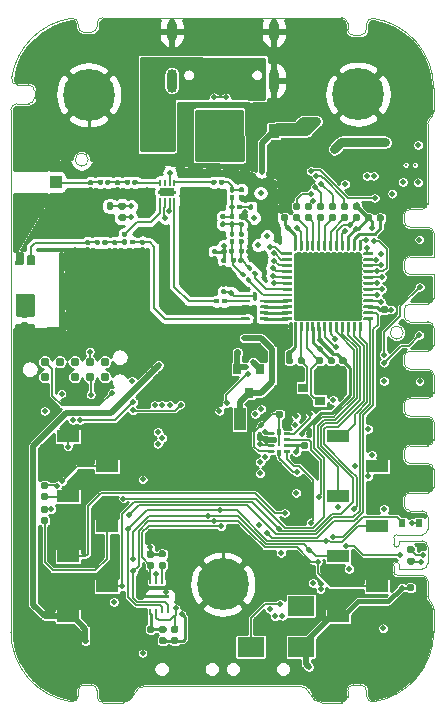
<source format=gbl>
G04 #@! TF.GenerationSoftware,KiCad,Pcbnew,(5.1.10)-1*
G04 #@! TF.CreationDate,2021-09-23T13:54:30+08:00*
G04 #@! TF.ProjectId,BeagleConnect Freedom,42656167-6c65-4436-9f6e-6e6563742046,B*
G04 #@! TF.SameCoordinates,Original*
G04 #@! TF.FileFunction,Copper,L4,Bot*
G04 #@! TF.FilePolarity,Positive*
%FSLAX46Y46*%
G04 Gerber Fmt 4.6, Leading zero omitted, Abs format (unit mm)*
G04 Created by KiCad (PCBNEW (5.1.10)-1) date 2021-09-23 13:54:30*
%MOMM*%
%LPD*%
G01*
G04 APERTURE LIST*
G04 #@! TA.AperFunction,Profile*
%ADD10C,0.050000*%
G04 #@! TD*
G04 #@! TA.AperFunction,EtchedComponent*
%ADD11C,0.152400*%
G04 #@! TD*
G04 #@! TA.AperFunction,SMDPad,CuDef*
%ADD12R,5.150000X5.150000*%
G04 #@! TD*
G04 #@! TA.AperFunction,SMDPad,CuDef*
%ADD13R,0.600000X0.700000*%
G04 #@! TD*
G04 #@! TA.AperFunction,SMDPad,CuDef*
%ADD14R,2.250000X1.700000*%
G04 #@! TD*
G04 #@! TA.AperFunction,SMDPad,CuDef*
%ADD15R,1.900000X1.000000*%
G04 #@! TD*
G04 #@! TA.AperFunction,SMDPad,CuDef*
%ADD16R,1.000000X1.900000*%
G04 #@! TD*
G04 #@! TA.AperFunction,SMDPad,CuDef*
%ADD17R,2.200000X1.050000*%
G04 #@! TD*
G04 #@! TA.AperFunction,SMDPad,CuDef*
%ADD18R,1.050000X1.000000*%
G04 #@! TD*
G04 #@! TA.AperFunction,ComponentPad*
%ADD19O,0.900000X1.700000*%
G04 #@! TD*
G04 #@! TA.AperFunction,ComponentPad*
%ADD20O,0.900000X2.000000*%
G04 #@! TD*
G04 #@! TA.AperFunction,SMDPad,CuDef*
%ADD21C,0.787400*%
G04 #@! TD*
G04 #@! TA.AperFunction,ComponentPad*
%ADD22C,0.200000*%
G04 #@! TD*
G04 #@! TA.AperFunction,SMDPad,CuDef*
%ADD23R,1.600000X0.350000*%
G04 #@! TD*
G04 #@! TA.AperFunction,SMDPad,CuDef*
%ADD24R,0.650000X0.350000*%
G04 #@! TD*
G04 #@! TA.AperFunction,SMDPad,CuDef*
%ADD25R,0.900000X0.800000*%
G04 #@! TD*
G04 #@! TA.AperFunction,SMDPad,CuDef*
%ADD26R,0.250000X0.300000*%
G04 #@! TD*
G04 #@! TA.AperFunction,SMDPad,CuDef*
%ADD27C,0.100000*%
G04 #@! TD*
G04 #@! TA.AperFunction,ComponentPad*
%ADD28C,0.700000*%
G04 #@! TD*
G04 #@! TA.AperFunction,ComponentPad*
%ADD29C,4.400000*%
G04 #@! TD*
G04 #@! TA.AperFunction,SMDPad,CuDef*
%ADD30R,0.800000X0.900000*%
G04 #@! TD*
G04 #@! TA.AperFunction,SMDPad,CuDef*
%ADD31R,0.900000X1.200000*%
G04 #@! TD*
G04 #@! TA.AperFunction,SMDPad,CuDef*
%ADD32R,0.203200X0.558800*%
G04 #@! TD*
G04 #@! TA.AperFunction,SMDPad,CuDef*
%ADD33R,1.244600X0.762000*%
G04 #@! TD*
G04 #@! TA.AperFunction,SMDPad,CuDef*
%ADD34R,0.500000X5.000000*%
G04 #@! TD*
G04 #@! TA.AperFunction,SMDPad,CuDef*
%ADD35R,0.500000X8.000000*%
G04 #@! TD*
G04 #@! TA.AperFunction,SMDPad,CuDef*
%ADD36R,8.000000X0.500000*%
G04 #@! TD*
G04 #@! TA.AperFunction,ViaPad*
%ADD37C,0.500000*%
G04 #@! TD*
G04 #@! TA.AperFunction,Conductor*
%ADD38C,0.250000*%
G04 #@! TD*
G04 #@! TA.AperFunction,Conductor*
%ADD39C,0.150000*%
G04 #@! TD*
G04 #@! TA.AperFunction,Conductor*
%ADD40C,0.500000*%
G04 #@! TD*
G04 #@! TA.AperFunction,Conductor*
%ADD41C,0.300000*%
G04 #@! TD*
G04 #@! TA.AperFunction,Conductor*
%ADD42C,0.152400*%
G04 #@! TD*
G04 #@! TA.AperFunction,Conductor*
%ADD43C,0.200000*%
G04 #@! TD*
G04 #@! TA.AperFunction,Conductor*
%ADD44C,0.400000*%
G04 #@! TD*
G04 #@! TA.AperFunction,Conductor*
%ADD45C,0.800000*%
G04 #@! TD*
G04 #@! TA.AperFunction,Conductor*
%ADD46C,0.127000*%
G04 #@! TD*
G04 #@! TA.AperFunction,Conductor*
%ADD47C,0.254000*%
G04 #@! TD*
G04 #@! TA.AperFunction,Conductor*
%ADD48C,0.100000*%
G04 #@! TD*
G04 APERTURE END LIST*
D10*
X289279000Y-51088000D02*
G75*
G03*
X289279000Y-51088000I-550000J0D01*
G01*
X262609000Y-36441000D02*
G75*
G03*
X262609000Y-36441000I-550000J0D01*
G01*
X291863382Y-48158779D02*
X291863382Y-46158779D01*
X291863382Y-48158779D02*
G75*
G02*
X291363382Y-48658779I-500000J0D01*
G01*
X289863382Y-48658779D02*
X291363382Y-48658779D01*
X289363382Y-49158779D02*
G75*
G02*
X289863382Y-48658779I500000J0D01*
G01*
X289363382Y-49658779D02*
X289363382Y-49158779D01*
X289863382Y-50158779D02*
G75*
G02*
X289363382Y-49658779I0J500000D01*
G01*
X291363382Y-50158779D02*
X289863382Y-50158779D01*
X291363382Y-50158779D02*
G75*
G02*
X291863382Y-50658779I0J-500000D01*
G01*
X291863382Y-52158779D02*
X291863382Y-50658779D01*
X291863382Y-52158779D02*
G75*
G02*
X291363382Y-52658779I-500000J0D01*
G01*
X289863382Y-52658779D02*
X291363382Y-52658779D01*
X289363382Y-53158779D02*
G75*
G02*
X289863382Y-52658779I500000J0D01*
G01*
X289363382Y-53658779D02*
X289363382Y-53158779D01*
X289863382Y-54158779D02*
G75*
G02*
X289363382Y-53658779I0J500000D01*
G01*
X291363382Y-54158779D02*
X289863382Y-54158779D01*
X291363382Y-54158779D02*
G75*
G02*
X291863382Y-54658779I0J-500000D01*
G01*
X291863382Y-56158779D02*
X291863382Y-54658779D01*
X291863382Y-56158779D02*
G75*
G02*
X291363382Y-56658779I-500000J0D01*
G01*
X289863382Y-56658779D02*
X291363382Y-56658779D01*
X289363382Y-57158779D02*
G75*
G02*
X289863382Y-56658779I500000J0D01*
G01*
X289363382Y-57658779D02*
X289363382Y-57158779D01*
X289863382Y-58158779D02*
G75*
G02*
X289363382Y-57658779I0J500000D01*
G01*
X291363382Y-58158779D02*
X289863382Y-58158779D01*
X291363382Y-58158779D02*
G75*
G02*
X291863382Y-58658779I0J-500000D01*
G01*
X291863382Y-60158779D02*
X291863382Y-58658779D01*
X291863382Y-60158779D02*
G75*
G02*
X291363382Y-60658779I-500000J0D01*
G01*
X289863382Y-60658779D02*
X291363382Y-60658779D01*
X289363382Y-61158779D02*
G75*
G02*
X289863382Y-60658779I500000J0D01*
G01*
X289363382Y-61658779D02*
X289363382Y-61158779D01*
X289863382Y-62158779D02*
G75*
G02*
X289363382Y-61658779I0J500000D01*
G01*
X291363382Y-62158779D02*
X289863382Y-62158779D01*
X291363382Y-62158779D02*
G75*
G02*
X291863382Y-62658779I0J-500000D01*
G01*
X291863382Y-64158779D02*
X291863382Y-62658779D01*
X291863382Y-64158779D02*
G75*
G02*
X291363382Y-64658779I-500000J0D01*
G01*
X289863382Y-64658779D02*
X291363382Y-64658779D01*
X289363382Y-65158779D02*
G75*
G02*
X289863382Y-64658779I500000J0D01*
G01*
X289363382Y-65658779D02*
X289363382Y-65158779D01*
X289863382Y-66158779D02*
G75*
G02*
X289363382Y-65658779I0J500000D01*
G01*
X290863382Y-66158779D02*
X289863382Y-66158779D01*
X290863382Y-66158779D02*
G75*
G02*
X291363382Y-66658779I0J-500000D01*
G01*
X291363382Y-67708779D02*
X291363382Y-66658779D01*
X291363382Y-67708779D02*
G75*
G02*
X290863382Y-68208779I-500000J0D01*
G01*
X288713382Y-68208779D02*
X290863382Y-68208779D01*
X288463382Y-68458779D02*
G75*
G02*
X288713382Y-68208779I250000J0D01*
G01*
X288463382Y-69008779D02*
X288463382Y-68458779D01*
X288963382Y-69008779D02*
G75*
G02*
X288463382Y-69008779I-250000J0D01*
G01*
X288963382Y-68708779D02*
X288963382Y-69008779D01*
X290863382Y-68708779D02*
X288963382Y-68708779D01*
X290863382Y-68708779D02*
G75*
G02*
X291363382Y-69208779I0J-500000D01*
G01*
X291363382Y-70608779D02*
X291363382Y-69208779D01*
X291363382Y-70608779D02*
G75*
G02*
X290863382Y-71108779I-500000J0D01*
G01*
X288963382Y-71108779D02*
X290863382Y-71108779D01*
X288963382Y-70808779D02*
X288963382Y-71108779D01*
X288463382Y-70808779D02*
G75*
G02*
X288963382Y-70808779I250000J0D01*
G01*
X288463382Y-71358779D02*
X288463382Y-70808779D01*
X288713382Y-71608779D02*
G75*
G02*
X288463382Y-71358779I0J250000D01*
G01*
X290863382Y-71608779D02*
X288713382Y-71608779D01*
X290863382Y-71608779D02*
G75*
G02*
X291363382Y-72108779I0J-500000D01*
G01*
X291363382Y-73408779D02*
X291363382Y-72108779D01*
X291530049Y-73781457D02*
G75*
G02*
X291363382Y-73408779I333333J372678D01*
G01*
X291530049Y-73781457D02*
G75*
G02*
X291863382Y-74526813I-666667J-745356D01*
G01*
X291863382Y-76408779D02*
X291863382Y-74526813D01*
X291863381Y-76408779D02*
G75*
G02*
X286736109Y-82344968I-5999999J0D01*
G01*
X286736109Y-82344968D02*
G75*
G02*
X286163382Y-81850286I-72727J494682D01*
G01*
X286163382Y-81408779D02*
X286163382Y-81850286D01*
X285663382Y-80908779D02*
G75*
G02*
X286163382Y-81408779I0J-500000D01*
G01*
X285063382Y-80908779D02*
X285663382Y-80908779D01*
X284563382Y-81408779D02*
G75*
G02*
X285063382Y-80908779I500000J0D01*
G01*
X284563382Y-81908779D02*
X284563382Y-81408779D01*
X284563382Y-81908779D02*
G75*
G02*
X284063382Y-82408779I-500000J0D01*
G01*
X282371260Y-82408779D02*
X284063382Y-82408779D01*
X282371260Y-82408779D02*
G75*
G02*
X281417321Y-81708779I0J1000000D01*
G01*
X280463382Y-81008779D02*
G75*
G02*
X281417321Y-81708779I0J-1000000D01*
G01*
X267463382Y-81008779D02*
X280463382Y-81008779D01*
X266509443Y-81708779D02*
G75*
G02*
X267463382Y-81008779I953939J-300000D01*
G01*
X266509442Y-81708779D02*
G75*
G02*
X265555503Y-82408779I-953939J300000D01*
G01*
X263863382Y-82408779D02*
X265555503Y-82408779D01*
X263863382Y-82408779D02*
G75*
G02*
X263363382Y-81908779I0J500000D01*
G01*
X263363382Y-81408779D02*
X263363382Y-81908779D01*
X262863382Y-80908779D02*
G75*
G02*
X263363382Y-81408779I0J-500000D01*
G01*
X262263382Y-80908779D02*
X262863382Y-80908779D01*
X261763382Y-81408779D02*
G75*
G02*
X262263382Y-80908779I500000J0D01*
G01*
X261763382Y-81850286D02*
X261763382Y-81408779D01*
X261763382Y-81850287D02*
G75*
G02*
X261190654Y-82344968I-500000J1D01*
G01*
X261190655Y-82344969D02*
G75*
G02*
X256063382Y-76408779I872727J5936190D01*
G01*
X256063382Y-32208779D02*
X256063382Y-76408779D01*
X256063382Y-32208779D02*
G75*
G02*
X256563382Y-31708779I500000J0D01*
G01*
X257563382Y-31708779D02*
X256563382Y-31708779D01*
X258063382Y-31208779D02*
G75*
G02*
X257563382Y-31708779I-500000J0D01*
G01*
X258063382Y-30608779D02*
X258063382Y-31208779D01*
X257563382Y-30108779D02*
G75*
G02*
X258063382Y-30608779I0J-500000D01*
G01*
X256621874Y-30108779D02*
X257563382Y-30108779D01*
X256621874Y-30108778D02*
G75*
G02*
X256127192Y-29536052I0J499999D01*
G01*
X256127192Y-29536052D02*
G75*
G02*
X261190654Y-24472589I5936190J-872727D01*
G01*
X261190655Y-24472590D02*
G75*
G02*
X261763382Y-24967272I72727J-494682D01*
G01*
X261763382Y-25158779D02*
X261763382Y-24967272D01*
X262263382Y-25658779D02*
G75*
G02*
X261763382Y-25158779I0J500000D01*
G01*
X262863382Y-25658779D02*
X262263382Y-25658779D01*
X263363382Y-25158779D02*
G75*
G02*
X262863382Y-25658779I-500000J0D01*
G01*
X263363382Y-24908779D02*
X263363382Y-25158779D01*
X263363382Y-24908779D02*
G75*
G02*
X263863382Y-24408779I500000J0D01*
G01*
X284063382Y-24408779D02*
X263863382Y-24408779D01*
X284063382Y-24408779D02*
G75*
G02*
X284563382Y-24908779I0J-500000D01*
G01*
X284563382Y-25408779D02*
X284563382Y-24908779D01*
X285063382Y-25908779D02*
G75*
G02*
X284563382Y-25408779I0J500000D01*
G01*
X285663382Y-25908779D02*
X285063382Y-25908779D01*
X286163382Y-25408779D02*
G75*
G02*
X285663382Y-25908779I-500000J0D01*
G01*
X286163382Y-24967272D02*
X286163382Y-25408779D01*
X286163382Y-24967272D02*
G75*
G02*
X286736109Y-24472589I500000J0D01*
G01*
X286736109Y-24472589D02*
G75*
G02*
X291863382Y-30408779I-872727J-5936190D01*
G01*
X291863382Y-32290745D02*
X291863382Y-30408779D01*
X291863382Y-32290746D02*
G75*
G02*
X291530048Y-33036101I-1000000J1D01*
G01*
X291363382Y-33408779D02*
G75*
G02*
X291530048Y-33036101I500000J0D01*
G01*
X291363382Y-40158779D02*
X291363382Y-33408779D01*
X291363382Y-40158779D02*
G75*
G02*
X290863382Y-40658779I-500000J0D01*
G01*
X289863382Y-40658779D02*
X290863382Y-40658779D01*
X289363382Y-41158779D02*
G75*
G02*
X289863382Y-40658779I500000J0D01*
G01*
X289363382Y-41658779D02*
X289363382Y-41158779D01*
X289863382Y-42158779D02*
G75*
G02*
X289363382Y-41658779I0J500000D01*
G01*
X291363382Y-42158779D02*
X289863382Y-42158779D01*
X291363382Y-42158779D02*
G75*
G02*
X291863382Y-42658779I0J-500000D01*
G01*
X291863382Y-44658779D02*
X291863382Y-42658779D01*
X289863382Y-44658779D02*
X291863382Y-44658779D01*
X289363382Y-45158779D02*
G75*
G02*
X289863382Y-44658779I500000J0D01*
G01*
X289363382Y-45658779D02*
X289363382Y-45158779D01*
X289863382Y-46158779D02*
G75*
G02*
X289363382Y-45658779I0J500000D01*
G01*
X291863382Y-46158779D02*
X289863382Y-46158779D01*
X289363382Y-57658779D02*
X289363382Y-57158779D01*
X289863382Y-58158779D02*
G75*
G02*
X289363382Y-57658779I0J500000D01*
G01*
X291363382Y-58158779D02*
X289863382Y-58158779D01*
X291363382Y-58158779D02*
G75*
G02*
X291863382Y-58658779I0J-500000D01*
G01*
X291863382Y-60158779D02*
X291863382Y-58658779D01*
X291863382Y-60158779D02*
G75*
G02*
X291363382Y-60658779I-500000J0D01*
G01*
X289863382Y-60658779D02*
X291363382Y-60658779D01*
X289363382Y-61158779D02*
G75*
G02*
X289863382Y-60658779I500000J0D01*
G01*
X289363382Y-61658779D02*
X289363382Y-61158779D01*
X289863382Y-62158779D02*
G75*
G02*
X289363382Y-61658779I0J500000D01*
G01*
X291363382Y-62158779D02*
X289863382Y-62158779D01*
X291363382Y-62158779D02*
G75*
G02*
X291863382Y-62658779I0J-500000D01*
G01*
X291863382Y-64158779D02*
X291863382Y-62658779D01*
X291863382Y-64158779D02*
G75*
G02*
X291363382Y-64658779I-500000J0D01*
G01*
X289863382Y-64658779D02*
X291363382Y-64658779D01*
X289363382Y-65158779D02*
G75*
G02*
X289863382Y-64658779I500000J0D01*
G01*
X289363382Y-65658779D02*
X289363382Y-65158779D01*
X289863382Y-66158779D02*
G75*
G02*
X289363382Y-65658779I0J500000D01*
G01*
X290863382Y-66158779D02*
X289863382Y-66158779D01*
X290863382Y-66158779D02*
G75*
G02*
X291363382Y-66658779I0J-500000D01*
G01*
X291363382Y-67708779D02*
X291363382Y-66658779D01*
X291363382Y-67708779D02*
G75*
G02*
X290863382Y-68208779I-500000J0D01*
G01*
X288713382Y-68208779D02*
X290863382Y-68208779D01*
X288463382Y-68458779D02*
G75*
G02*
X288713382Y-68208779I250000J0D01*
G01*
X288463382Y-69008779D02*
X288463382Y-68458779D01*
X288963382Y-69008779D02*
G75*
G02*
X288463382Y-69008779I-250000J0D01*
G01*
X288963382Y-68708779D02*
X288963382Y-69008779D01*
X290863382Y-68708779D02*
X288963382Y-68708779D01*
X290863382Y-68708779D02*
G75*
G02*
X291363382Y-69208779I0J-500000D01*
G01*
X291363382Y-70608779D02*
X291363382Y-69208779D01*
X291363382Y-70608779D02*
G75*
G02*
X290863382Y-71108779I-500000J0D01*
G01*
X288963382Y-71108779D02*
X290863382Y-71108779D01*
X288963382Y-70808779D02*
X288963382Y-71108779D01*
X288463382Y-70808779D02*
G75*
G02*
X288963382Y-70808779I250000J0D01*
G01*
X288463382Y-71358779D02*
X288463382Y-70808779D01*
X288713382Y-71608779D02*
G75*
G02*
X288463382Y-71358779I0J250000D01*
G01*
X290863382Y-71608779D02*
X288713382Y-71608779D01*
X290863382Y-71608779D02*
G75*
G02*
X291363382Y-72108779I0J-500000D01*
G01*
X291363382Y-73408779D02*
X291363382Y-72108779D01*
X291530049Y-73781457D02*
G75*
G02*
X291363382Y-73408779I333333J372678D01*
G01*
X291530049Y-73781457D02*
G75*
G02*
X291863382Y-74526813I-666667J-745356D01*
G01*
X291863382Y-76408779D02*
X291863382Y-74526813D01*
X291863381Y-76408779D02*
G75*
G02*
X286736109Y-82344968I-5999999J0D01*
G01*
X286736109Y-82344968D02*
G75*
G02*
X286163382Y-81850286I-72727J494682D01*
G01*
X286163382Y-81408779D02*
X286163382Y-81850286D01*
X285663382Y-80908779D02*
G75*
G02*
X286163382Y-81408779I0J-500000D01*
G01*
X285063382Y-80908779D02*
X285663382Y-80908779D01*
X284563382Y-81408779D02*
G75*
G02*
X285063382Y-80908779I500000J0D01*
G01*
X284563382Y-81908779D02*
X284563382Y-81408779D01*
X284563382Y-81908779D02*
G75*
G02*
X284063382Y-82408779I-500000J0D01*
G01*
X282371260Y-82408779D02*
X284063382Y-82408779D01*
X282371260Y-82408779D02*
G75*
G02*
X281417321Y-81708779I0J1000000D01*
G01*
X280463382Y-81008779D02*
G75*
G02*
X281417321Y-81708779I0J-1000000D01*
G01*
X267463382Y-81008779D02*
X280463382Y-81008779D01*
X266509443Y-81708779D02*
G75*
G02*
X267463382Y-81008779I953939J-300000D01*
G01*
X266509442Y-81708779D02*
G75*
G02*
X265555503Y-82408779I-953939J300000D01*
G01*
X263863382Y-82408779D02*
X265555503Y-82408779D01*
X263863382Y-82408779D02*
G75*
G02*
X263363382Y-81908779I0J500000D01*
G01*
X263363382Y-81408779D02*
X263363382Y-81908779D01*
X262863382Y-80908779D02*
G75*
G02*
X263363382Y-81408779I0J-500000D01*
G01*
X262263382Y-80908779D02*
X262863382Y-80908779D01*
X261763382Y-81408779D02*
G75*
G02*
X262263382Y-80908779I500000J0D01*
G01*
X261763382Y-81850286D02*
X261763382Y-81408779D01*
X261763382Y-81850287D02*
G75*
G02*
X261190654Y-82344968I-500000J1D01*
G01*
X261190655Y-82344969D02*
G75*
G02*
X256063382Y-76408779I872727J5936190D01*
G01*
X256063382Y-32208779D02*
X256063382Y-76408779D01*
X256063382Y-32208779D02*
G75*
G02*
X256563382Y-31708779I500000J0D01*
G01*
X257563382Y-31708779D02*
X256563382Y-31708779D01*
X258063382Y-31208779D02*
G75*
G02*
X257563382Y-31708779I-500000J0D01*
G01*
X258063382Y-30608779D02*
X258063382Y-31208779D01*
X257563382Y-30108779D02*
G75*
G02*
X258063382Y-30608779I0J-500000D01*
G01*
X256621874Y-30108779D02*
X257563382Y-30108779D01*
X256621874Y-30108778D02*
G75*
G02*
X256127192Y-29536052I0J499999D01*
G01*
X256127192Y-29536052D02*
G75*
G02*
X261190654Y-24472589I5936190J-872727D01*
G01*
X261190655Y-24472590D02*
G75*
G02*
X261763382Y-24967272I72727J-494682D01*
G01*
X261763382Y-25158779D02*
X261763382Y-24967272D01*
X262263382Y-25658779D02*
G75*
G02*
X261763382Y-25158779I0J500000D01*
G01*
X262863382Y-25658779D02*
X262263382Y-25658779D01*
X263363382Y-25158779D02*
G75*
G02*
X262863382Y-25658779I-500000J0D01*
G01*
X263363382Y-24908779D02*
X263363382Y-25158779D01*
X263363382Y-24908779D02*
G75*
G02*
X263863382Y-24408779I500000J0D01*
G01*
X284063382Y-24408779D02*
X263863382Y-24408779D01*
X284063382Y-24408779D02*
G75*
G02*
X284563382Y-24908779I0J-500000D01*
G01*
X284563382Y-25408779D02*
X284563382Y-24908779D01*
X285063382Y-25908779D02*
G75*
G02*
X284563382Y-25408779I0J500000D01*
G01*
X285663382Y-25908779D02*
X285063382Y-25908779D01*
X286163382Y-25408779D02*
G75*
G02*
X285663382Y-25908779I-500000J0D01*
G01*
X286163382Y-24967272D02*
X286163382Y-25408779D01*
X286163382Y-24967272D02*
G75*
G02*
X286736109Y-24472589I500000J0D01*
G01*
X286736109Y-24472589D02*
G75*
G02*
X291863382Y-30408779I-872727J-5936190D01*
G01*
X291863382Y-32290745D02*
X291863382Y-30408779D01*
X291863382Y-32290746D02*
G75*
G02*
X291530048Y-33036101I-1000000J1D01*
G01*
X291363382Y-33408779D02*
G75*
G02*
X291530048Y-33036101I500000J0D01*
G01*
X291363382Y-40158779D02*
X291363382Y-33408779D01*
X291363382Y-40158779D02*
G75*
G02*
X290863382Y-40658779I-500000J0D01*
G01*
X289863382Y-40658779D02*
X290863382Y-40658779D01*
X289363382Y-41158779D02*
G75*
G02*
X289863382Y-40658779I500000J0D01*
G01*
X289363382Y-41658779D02*
X289363382Y-41158779D01*
X289863382Y-42158779D02*
G75*
G02*
X289363382Y-41658779I0J500000D01*
G01*
X291363382Y-42158779D02*
X289863382Y-42158779D01*
X291363382Y-42158779D02*
G75*
G02*
X291863382Y-42658779I0J-500000D01*
G01*
X291863382Y-44658779D02*
X291863382Y-42658779D01*
X289863382Y-44658779D02*
X291863382Y-44658779D01*
X289363382Y-45158779D02*
G75*
G02*
X289863382Y-44658779I500000J0D01*
G01*
X289363382Y-45658779D02*
X289363382Y-45158779D01*
X289863382Y-46158779D02*
G75*
G02*
X289363382Y-45658779I0J500000D01*
G01*
X291863382Y-46158779D02*
X289863382Y-46158779D01*
X291863382Y-48158779D02*
X291863382Y-46158779D01*
X291863382Y-48158779D02*
G75*
G02*
X291363382Y-48658779I-500000J0D01*
G01*
X289863382Y-48658779D02*
X291363382Y-48658779D01*
X289363382Y-49158779D02*
G75*
G02*
X289863382Y-48658779I500000J0D01*
G01*
X289363382Y-49658779D02*
X289363382Y-49158779D01*
X289863382Y-50158779D02*
G75*
G02*
X289363382Y-49658779I0J500000D01*
G01*
X291363382Y-50158779D02*
X289863382Y-50158779D01*
X291363382Y-50158779D02*
G75*
G02*
X291863382Y-50658779I0J-500000D01*
G01*
X291863382Y-52158779D02*
X291863382Y-50658779D01*
X291863382Y-52158779D02*
G75*
G02*
X291363382Y-52658779I-500000J0D01*
G01*
X289863382Y-52658779D02*
X291363382Y-52658779D01*
X289363382Y-53158779D02*
G75*
G02*
X289863382Y-52658779I500000J0D01*
G01*
X289363382Y-53658779D02*
X289363382Y-53158779D01*
X289863382Y-54158779D02*
G75*
G02*
X289363382Y-53658779I0J500000D01*
G01*
X291363382Y-54158779D02*
X289863382Y-54158779D01*
X291363382Y-54158779D02*
G75*
G02*
X291863382Y-54658779I0J-500000D01*
G01*
X291863382Y-56158779D02*
X291863382Y-54658779D01*
X291863382Y-56158779D02*
G75*
G02*
X291363382Y-56658779I-500000J0D01*
G01*
X289863382Y-56658779D02*
X291363382Y-56658779D01*
X289363382Y-57158779D02*
G75*
G02*
X289863382Y-56658779I500000J0D01*
G01*
X286463382Y-30908779D02*
G75*
G03*
X286463382Y-30908779I-1100000J0D01*
G01*
X263663382Y-30908779D02*
G75*
G03*
X263663382Y-30908779I-1100000J0D01*
G01*
X286463382Y-30908779D02*
G75*
G03*
X286463382Y-30908779I-1100000J0D01*
G01*
X263663382Y-30908779D02*
G75*
G03*
X263663382Y-30908779I-1100000J0D01*
G01*
D11*
X268677700Y-39058400D02*
X268626900Y-39058400D01*
X268626900Y-39058400D02*
X268626900Y-39160000D01*
X268626900Y-39160000D02*
X268677700Y-39160000D01*
X268677700Y-39160000D02*
X268677700Y-39058400D01*
X268677700Y-39261600D02*
X268626900Y-39261600D01*
X268626900Y-39261600D02*
X268626900Y-39160000D01*
X268626900Y-39160000D02*
X268677700Y-39160000D01*
X268677700Y-39160000D02*
X268677700Y-39261600D01*
X269922300Y-39058400D02*
X269973100Y-39058400D01*
X269973100Y-39058400D02*
X269973100Y-39160000D01*
X269973100Y-39160000D02*
X269922300Y-39160000D01*
X269922300Y-39160000D02*
X269922300Y-39058400D01*
X269922300Y-39261600D02*
X269973100Y-39261600D01*
X269973100Y-39261600D02*
X269973100Y-39160000D01*
X269973100Y-39160000D02*
X269922300Y-39160000D01*
X269922300Y-39160000D02*
X269922300Y-39261600D01*
D12*
X282888500Y-47154000D03*
G04 #@! TA.AperFunction,SMDPad,CuDef*
G36*
G01*
X280013500Y-50966500D02*
X280013500Y-50216500D01*
G75*
G02*
X280076000Y-50154000I62500J0D01*
G01*
X280201000Y-50154000D01*
G75*
G02*
X280263500Y-50216500I0J-62500D01*
G01*
X280263500Y-50966500D01*
G75*
G02*
X280201000Y-51029000I-62500J0D01*
G01*
X280076000Y-51029000D01*
G75*
G02*
X280013500Y-50966500I0J62500D01*
G01*
G37*
G04 #@! TD.AperFunction*
G04 #@! TA.AperFunction,SMDPad,CuDef*
G36*
G01*
X280513500Y-50966500D02*
X280513500Y-50216500D01*
G75*
G02*
X280576000Y-50154000I62500J0D01*
G01*
X280701000Y-50154000D01*
G75*
G02*
X280763500Y-50216500I0J-62500D01*
G01*
X280763500Y-50966500D01*
G75*
G02*
X280701000Y-51029000I-62500J0D01*
G01*
X280576000Y-51029000D01*
G75*
G02*
X280513500Y-50966500I0J62500D01*
G01*
G37*
G04 #@! TD.AperFunction*
G04 #@! TA.AperFunction,SMDPad,CuDef*
G36*
G01*
X281013500Y-50966500D02*
X281013500Y-50216500D01*
G75*
G02*
X281076000Y-50154000I62500J0D01*
G01*
X281201000Y-50154000D01*
G75*
G02*
X281263500Y-50216500I0J-62500D01*
G01*
X281263500Y-50966500D01*
G75*
G02*
X281201000Y-51029000I-62500J0D01*
G01*
X281076000Y-51029000D01*
G75*
G02*
X281013500Y-50966500I0J62500D01*
G01*
G37*
G04 #@! TD.AperFunction*
G04 #@! TA.AperFunction,SMDPad,CuDef*
G36*
G01*
X281513500Y-50966500D02*
X281513500Y-50216500D01*
G75*
G02*
X281576000Y-50154000I62500J0D01*
G01*
X281701000Y-50154000D01*
G75*
G02*
X281763500Y-50216500I0J-62500D01*
G01*
X281763500Y-50966500D01*
G75*
G02*
X281701000Y-51029000I-62500J0D01*
G01*
X281576000Y-51029000D01*
G75*
G02*
X281513500Y-50966500I0J62500D01*
G01*
G37*
G04 #@! TD.AperFunction*
G04 #@! TA.AperFunction,SMDPad,CuDef*
G36*
G01*
X282013500Y-50966500D02*
X282013500Y-50216500D01*
G75*
G02*
X282076000Y-50154000I62500J0D01*
G01*
X282201000Y-50154000D01*
G75*
G02*
X282263500Y-50216500I0J-62500D01*
G01*
X282263500Y-50966500D01*
G75*
G02*
X282201000Y-51029000I-62500J0D01*
G01*
X282076000Y-51029000D01*
G75*
G02*
X282013500Y-50966500I0J62500D01*
G01*
G37*
G04 #@! TD.AperFunction*
G04 #@! TA.AperFunction,SMDPad,CuDef*
G36*
G01*
X282513500Y-50966500D02*
X282513500Y-50216500D01*
G75*
G02*
X282576000Y-50154000I62500J0D01*
G01*
X282701000Y-50154000D01*
G75*
G02*
X282763500Y-50216500I0J-62500D01*
G01*
X282763500Y-50966500D01*
G75*
G02*
X282701000Y-51029000I-62500J0D01*
G01*
X282576000Y-51029000D01*
G75*
G02*
X282513500Y-50966500I0J62500D01*
G01*
G37*
G04 #@! TD.AperFunction*
G04 #@! TA.AperFunction,SMDPad,CuDef*
G36*
G01*
X283013500Y-50966500D02*
X283013500Y-50216500D01*
G75*
G02*
X283076000Y-50154000I62500J0D01*
G01*
X283201000Y-50154000D01*
G75*
G02*
X283263500Y-50216500I0J-62500D01*
G01*
X283263500Y-50966500D01*
G75*
G02*
X283201000Y-51029000I-62500J0D01*
G01*
X283076000Y-51029000D01*
G75*
G02*
X283013500Y-50966500I0J62500D01*
G01*
G37*
G04 #@! TD.AperFunction*
G04 #@! TA.AperFunction,SMDPad,CuDef*
G36*
G01*
X283513500Y-50966500D02*
X283513500Y-50216500D01*
G75*
G02*
X283576000Y-50154000I62500J0D01*
G01*
X283701000Y-50154000D01*
G75*
G02*
X283763500Y-50216500I0J-62500D01*
G01*
X283763500Y-50966500D01*
G75*
G02*
X283701000Y-51029000I-62500J0D01*
G01*
X283576000Y-51029000D01*
G75*
G02*
X283513500Y-50966500I0J62500D01*
G01*
G37*
G04 #@! TD.AperFunction*
G04 #@! TA.AperFunction,SMDPad,CuDef*
G36*
G01*
X284013500Y-50966500D02*
X284013500Y-50216500D01*
G75*
G02*
X284076000Y-50154000I62500J0D01*
G01*
X284201000Y-50154000D01*
G75*
G02*
X284263500Y-50216500I0J-62500D01*
G01*
X284263500Y-50966500D01*
G75*
G02*
X284201000Y-51029000I-62500J0D01*
G01*
X284076000Y-51029000D01*
G75*
G02*
X284013500Y-50966500I0J62500D01*
G01*
G37*
G04 #@! TD.AperFunction*
G04 #@! TA.AperFunction,SMDPad,CuDef*
G36*
G01*
X284513500Y-50966500D02*
X284513500Y-50216500D01*
G75*
G02*
X284576000Y-50154000I62500J0D01*
G01*
X284701000Y-50154000D01*
G75*
G02*
X284763500Y-50216500I0J-62500D01*
G01*
X284763500Y-50966500D01*
G75*
G02*
X284701000Y-51029000I-62500J0D01*
G01*
X284576000Y-51029000D01*
G75*
G02*
X284513500Y-50966500I0J62500D01*
G01*
G37*
G04 #@! TD.AperFunction*
G04 #@! TA.AperFunction,SMDPad,CuDef*
G36*
G01*
X285013500Y-50966500D02*
X285013500Y-50216500D01*
G75*
G02*
X285076000Y-50154000I62500J0D01*
G01*
X285201000Y-50154000D01*
G75*
G02*
X285263500Y-50216500I0J-62500D01*
G01*
X285263500Y-50966500D01*
G75*
G02*
X285201000Y-51029000I-62500J0D01*
G01*
X285076000Y-51029000D01*
G75*
G02*
X285013500Y-50966500I0J62500D01*
G01*
G37*
G04 #@! TD.AperFunction*
G04 #@! TA.AperFunction,SMDPad,CuDef*
G36*
G01*
X285513500Y-50966500D02*
X285513500Y-50216500D01*
G75*
G02*
X285576000Y-50154000I62500J0D01*
G01*
X285701000Y-50154000D01*
G75*
G02*
X285763500Y-50216500I0J-62500D01*
G01*
X285763500Y-50966500D01*
G75*
G02*
X285701000Y-51029000I-62500J0D01*
G01*
X285576000Y-51029000D01*
G75*
G02*
X285513500Y-50966500I0J62500D01*
G01*
G37*
G04 #@! TD.AperFunction*
G04 #@! TA.AperFunction,SMDPad,CuDef*
G36*
G01*
X285888500Y-49966500D02*
X285888500Y-49841500D01*
G75*
G02*
X285951000Y-49779000I62500J0D01*
G01*
X286701000Y-49779000D01*
G75*
G02*
X286763500Y-49841500I0J-62500D01*
G01*
X286763500Y-49966500D01*
G75*
G02*
X286701000Y-50029000I-62500J0D01*
G01*
X285951000Y-50029000D01*
G75*
G02*
X285888500Y-49966500I0J62500D01*
G01*
G37*
G04 #@! TD.AperFunction*
G04 #@! TA.AperFunction,SMDPad,CuDef*
G36*
G01*
X285888500Y-49466500D02*
X285888500Y-49341500D01*
G75*
G02*
X285951000Y-49279000I62500J0D01*
G01*
X286701000Y-49279000D01*
G75*
G02*
X286763500Y-49341500I0J-62500D01*
G01*
X286763500Y-49466500D01*
G75*
G02*
X286701000Y-49529000I-62500J0D01*
G01*
X285951000Y-49529000D01*
G75*
G02*
X285888500Y-49466500I0J62500D01*
G01*
G37*
G04 #@! TD.AperFunction*
G04 #@! TA.AperFunction,SMDPad,CuDef*
G36*
G01*
X285888500Y-48966500D02*
X285888500Y-48841500D01*
G75*
G02*
X285951000Y-48779000I62500J0D01*
G01*
X286701000Y-48779000D01*
G75*
G02*
X286763500Y-48841500I0J-62500D01*
G01*
X286763500Y-48966500D01*
G75*
G02*
X286701000Y-49029000I-62500J0D01*
G01*
X285951000Y-49029000D01*
G75*
G02*
X285888500Y-48966500I0J62500D01*
G01*
G37*
G04 #@! TD.AperFunction*
G04 #@! TA.AperFunction,SMDPad,CuDef*
G36*
G01*
X285888500Y-48466500D02*
X285888500Y-48341500D01*
G75*
G02*
X285951000Y-48279000I62500J0D01*
G01*
X286701000Y-48279000D01*
G75*
G02*
X286763500Y-48341500I0J-62500D01*
G01*
X286763500Y-48466500D01*
G75*
G02*
X286701000Y-48529000I-62500J0D01*
G01*
X285951000Y-48529000D01*
G75*
G02*
X285888500Y-48466500I0J62500D01*
G01*
G37*
G04 #@! TD.AperFunction*
G04 #@! TA.AperFunction,SMDPad,CuDef*
G36*
G01*
X285888500Y-47966500D02*
X285888500Y-47841500D01*
G75*
G02*
X285951000Y-47779000I62500J0D01*
G01*
X286701000Y-47779000D01*
G75*
G02*
X286763500Y-47841500I0J-62500D01*
G01*
X286763500Y-47966500D01*
G75*
G02*
X286701000Y-48029000I-62500J0D01*
G01*
X285951000Y-48029000D01*
G75*
G02*
X285888500Y-47966500I0J62500D01*
G01*
G37*
G04 #@! TD.AperFunction*
G04 #@! TA.AperFunction,SMDPad,CuDef*
G36*
G01*
X285888500Y-47466500D02*
X285888500Y-47341500D01*
G75*
G02*
X285951000Y-47279000I62500J0D01*
G01*
X286701000Y-47279000D01*
G75*
G02*
X286763500Y-47341500I0J-62500D01*
G01*
X286763500Y-47466500D01*
G75*
G02*
X286701000Y-47529000I-62500J0D01*
G01*
X285951000Y-47529000D01*
G75*
G02*
X285888500Y-47466500I0J62500D01*
G01*
G37*
G04 #@! TD.AperFunction*
G04 #@! TA.AperFunction,SMDPad,CuDef*
G36*
G01*
X285888500Y-46966500D02*
X285888500Y-46841500D01*
G75*
G02*
X285951000Y-46779000I62500J0D01*
G01*
X286701000Y-46779000D01*
G75*
G02*
X286763500Y-46841500I0J-62500D01*
G01*
X286763500Y-46966500D01*
G75*
G02*
X286701000Y-47029000I-62500J0D01*
G01*
X285951000Y-47029000D01*
G75*
G02*
X285888500Y-46966500I0J62500D01*
G01*
G37*
G04 #@! TD.AperFunction*
G04 #@! TA.AperFunction,SMDPad,CuDef*
G36*
G01*
X285888500Y-46466500D02*
X285888500Y-46341500D01*
G75*
G02*
X285951000Y-46279000I62500J0D01*
G01*
X286701000Y-46279000D01*
G75*
G02*
X286763500Y-46341500I0J-62500D01*
G01*
X286763500Y-46466500D01*
G75*
G02*
X286701000Y-46529000I-62500J0D01*
G01*
X285951000Y-46529000D01*
G75*
G02*
X285888500Y-46466500I0J62500D01*
G01*
G37*
G04 #@! TD.AperFunction*
G04 #@! TA.AperFunction,SMDPad,CuDef*
G36*
G01*
X285888500Y-45966500D02*
X285888500Y-45841500D01*
G75*
G02*
X285951000Y-45779000I62500J0D01*
G01*
X286701000Y-45779000D01*
G75*
G02*
X286763500Y-45841500I0J-62500D01*
G01*
X286763500Y-45966500D01*
G75*
G02*
X286701000Y-46029000I-62500J0D01*
G01*
X285951000Y-46029000D01*
G75*
G02*
X285888500Y-45966500I0J62500D01*
G01*
G37*
G04 #@! TD.AperFunction*
G04 #@! TA.AperFunction,SMDPad,CuDef*
G36*
G01*
X285888500Y-45466500D02*
X285888500Y-45341500D01*
G75*
G02*
X285951000Y-45279000I62500J0D01*
G01*
X286701000Y-45279000D01*
G75*
G02*
X286763500Y-45341500I0J-62500D01*
G01*
X286763500Y-45466500D01*
G75*
G02*
X286701000Y-45529000I-62500J0D01*
G01*
X285951000Y-45529000D01*
G75*
G02*
X285888500Y-45466500I0J62500D01*
G01*
G37*
G04 #@! TD.AperFunction*
G04 #@! TA.AperFunction,SMDPad,CuDef*
G36*
G01*
X285888500Y-44966500D02*
X285888500Y-44841500D01*
G75*
G02*
X285951000Y-44779000I62500J0D01*
G01*
X286701000Y-44779000D01*
G75*
G02*
X286763500Y-44841500I0J-62500D01*
G01*
X286763500Y-44966500D01*
G75*
G02*
X286701000Y-45029000I-62500J0D01*
G01*
X285951000Y-45029000D01*
G75*
G02*
X285888500Y-44966500I0J62500D01*
G01*
G37*
G04 #@! TD.AperFunction*
G04 #@! TA.AperFunction,SMDPad,CuDef*
G36*
G01*
X285888500Y-44466500D02*
X285888500Y-44341500D01*
G75*
G02*
X285951000Y-44279000I62500J0D01*
G01*
X286701000Y-44279000D01*
G75*
G02*
X286763500Y-44341500I0J-62500D01*
G01*
X286763500Y-44466500D01*
G75*
G02*
X286701000Y-44529000I-62500J0D01*
G01*
X285951000Y-44529000D01*
G75*
G02*
X285888500Y-44466500I0J62500D01*
G01*
G37*
G04 #@! TD.AperFunction*
G04 #@! TA.AperFunction,SMDPad,CuDef*
G36*
G01*
X285513500Y-44091500D02*
X285513500Y-43341500D01*
G75*
G02*
X285576000Y-43279000I62500J0D01*
G01*
X285701000Y-43279000D01*
G75*
G02*
X285763500Y-43341500I0J-62500D01*
G01*
X285763500Y-44091500D01*
G75*
G02*
X285701000Y-44154000I-62500J0D01*
G01*
X285576000Y-44154000D01*
G75*
G02*
X285513500Y-44091500I0J62500D01*
G01*
G37*
G04 #@! TD.AperFunction*
G04 #@! TA.AperFunction,SMDPad,CuDef*
G36*
G01*
X285013500Y-44091500D02*
X285013500Y-43341500D01*
G75*
G02*
X285076000Y-43279000I62500J0D01*
G01*
X285201000Y-43279000D01*
G75*
G02*
X285263500Y-43341500I0J-62500D01*
G01*
X285263500Y-44091500D01*
G75*
G02*
X285201000Y-44154000I-62500J0D01*
G01*
X285076000Y-44154000D01*
G75*
G02*
X285013500Y-44091500I0J62500D01*
G01*
G37*
G04 #@! TD.AperFunction*
G04 #@! TA.AperFunction,SMDPad,CuDef*
G36*
G01*
X284513500Y-44091500D02*
X284513500Y-43341500D01*
G75*
G02*
X284576000Y-43279000I62500J0D01*
G01*
X284701000Y-43279000D01*
G75*
G02*
X284763500Y-43341500I0J-62500D01*
G01*
X284763500Y-44091500D01*
G75*
G02*
X284701000Y-44154000I-62500J0D01*
G01*
X284576000Y-44154000D01*
G75*
G02*
X284513500Y-44091500I0J62500D01*
G01*
G37*
G04 #@! TD.AperFunction*
G04 #@! TA.AperFunction,SMDPad,CuDef*
G36*
G01*
X284013500Y-44091500D02*
X284013500Y-43341500D01*
G75*
G02*
X284076000Y-43279000I62500J0D01*
G01*
X284201000Y-43279000D01*
G75*
G02*
X284263500Y-43341500I0J-62500D01*
G01*
X284263500Y-44091500D01*
G75*
G02*
X284201000Y-44154000I-62500J0D01*
G01*
X284076000Y-44154000D01*
G75*
G02*
X284013500Y-44091500I0J62500D01*
G01*
G37*
G04 #@! TD.AperFunction*
G04 #@! TA.AperFunction,SMDPad,CuDef*
G36*
G01*
X283513500Y-44091500D02*
X283513500Y-43341500D01*
G75*
G02*
X283576000Y-43279000I62500J0D01*
G01*
X283701000Y-43279000D01*
G75*
G02*
X283763500Y-43341500I0J-62500D01*
G01*
X283763500Y-44091500D01*
G75*
G02*
X283701000Y-44154000I-62500J0D01*
G01*
X283576000Y-44154000D01*
G75*
G02*
X283513500Y-44091500I0J62500D01*
G01*
G37*
G04 #@! TD.AperFunction*
G04 #@! TA.AperFunction,SMDPad,CuDef*
G36*
G01*
X283013500Y-44091500D02*
X283013500Y-43341500D01*
G75*
G02*
X283076000Y-43279000I62500J0D01*
G01*
X283201000Y-43279000D01*
G75*
G02*
X283263500Y-43341500I0J-62500D01*
G01*
X283263500Y-44091500D01*
G75*
G02*
X283201000Y-44154000I-62500J0D01*
G01*
X283076000Y-44154000D01*
G75*
G02*
X283013500Y-44091500I0J62500D01*
G01*
G37*
G04 #@! TD.AperFunction*
G04 #@! TA.AperFunction,SMDPad,CuDef*
G36*
G01*
X282513500Y-44091500D02*
X282513500Y-43341500D01*
G75*
G02*
X282576000Y-43279000I62500J0D01*
G01*
X282701000Y-43279000D01*
G75*
G02*
X282763500Y-43341500I0J-62500D01*
G01*
X282763500Y-44091500D01*
G75*
G02*
X282701000Y-44154000I-62500J0D01*
G01*
X282576000Y-44154000D01*
G75*
G02*
X282513500Y-44091500I0J62500D01*
G01*
G37*
G04 #@! TD.AperFunction*
G04 #@! TA.AperFunction,SMDPad,CuDef*
G36*
G01*
X282013500Y-44091500D02*
X282013500Y-43341500D01*
G75*
G02*
X282076000Y-43279000I62500J0D01*
G01*
X282201000Y-43279000D01*
G75*
G02*
X282263500Y-43341500I0J-62500D01*
G01*
X282263500Y-44091500D01*
G75*
G02*
X282201000Y-44154000I-62500J0D01*
G01*
X282076000Y-44154000D01*
G75*
G02*
X282013500Y-44091500I0J62500D01*
G01*
G37*
G04 #@! TD.AperFunction*
G04 #@! TA.AperFunction,SMDPad,CuDef*
G36*
G01*
X281513500Y-44091500D02*
X281513500Y-43341500D01*
G75*
G02*
X281576000Y-43279000I62500J0D01*
G01*
X281701000Y-43279000D01*
G75*
G02*
X281763500Y-43341500I0J-62500D01*
G01*
X281763500Y-44091500D01*
G75*
G02*
X281701000Y-44154000I-62500J0D01*
G01*
X281576000Y-44154000D01*
G75*
G02*
X281513500Y-44091500I0J62500D01*
G01*
G37*
G04 #@! TD.AperFunction*
G04 #@! TA.AperFunction,SMDPad,CuDef*
G36*
G01*
X281013500Y-44091500D02*
X281013500Y-43341500D01*
G75*
G02*
X281076000Y-43279000I62500J0D01*
G01*
X281201000Y-43279000D01*
G75*
G02*
X281263500Y-43341500I0J-62500D01*
G01*
X281263500Y-44091500D01*
G75*
G02*
X281201000Y-44154000I-62500J0D01*
G01*
X281076000Y-44154000D01*
G75*
G02*
X281013500Y-44091500I0J62500D01*
G01*
G37*
G04 #@! TD.AperFunction*
G04 #@! TA.AperFunction,SMDPad,CuDef*
G36*
G01*
X280513500Y-44091500D02*
X280513500Y-43341500D01*
G75*
G02*
X280576000Y-43279000I62500J0D01*
G01*
X280701000Y-43279000D01*
G75*
G02*
X280763500Y-43341500I0J-62500D01*
G01*
X280763500Y-44091500D01*
G75*
G02*
X280701000Y-44154000I-62500J0D01*
G01*
X280576000Y-44154000D01*
G75*
G02*
X280513500Y-44091500I0J62500D01*
G01*
G37*
G04 #@! TD.AperFunction*
G04 #@! TA.AperFunction,SMDPad,CuDef*
G36*
G01*
X280013500Y-44091500D02*
X280013500Y-43341500D01*
G75*
G02*
X280076000Y-43279000I62500J0D01*
G01*
X280201000Y-43279000D01*
G75*
G02*
X280263500Y-43341500I0J-62500D01*
G01*
X280263500Y-44091500D01*
G75*
G02*
X280201000Y-44154000I-62500J0D01*
G01*
X280076000Y-44154000D01*
G75*
G02*
X280013500Y-44091500I0J62500D01*
G01*
G37*
G04 #@! TD.AperFunction*
G04 #@! TA.AperFunction,SMDPad,CuDef*
G36*
G01*
X279013500Y-44466500D02*
X279013500Y-44341500D01*
G75*
G02*
X279076000Y-44279000I62500J0D01*
G01*
X279826000Y-44279000D01*
G75*
G02*
X279888500Y-44341500I0J-62500D01*
G01*
X279888500Y-44466500D01*
G75*
G02*
X279826000Y-44529000I-62500J0D01*
G01*
X279076000Y-44529000D01*
G75*
G02*
X279013500Y-44466500I0J62500D01*
G01*
G37*
G04 #@! TD.AperFunction*
G04 #@! TA.AperFunction,SMDPad,CuDef*
G36*
G01*
X279013500Y-44966500D02*
X279013500Y-44841500D01*
G75*
G02*
X279076000Y-44779000I62500J0D01*
G01*
X279826000Y-44779000D01*
G75*
G02*
X279888500Y-44841500I0J-62500D01*
G01*
X279888500Y-44966500D01*
G75*
G02*
X279826000Y-45029000I-62500J0D01*
G01*
X279076000Y-45029000D01*
G75*
G02*
X279013500Y-44966500I0J62500D01*
G01*
G37*
G04 #@! TD.AperFunction*
G04 #@! TA.AperFunction,SMDPad,CuDef*
G36*
G01*
X279013500Y-45466500D02*
X279013500Y-45341500D01*
G75*
G02*
X279076000Y-45279000I62500J0D01*
G01*
X279826000Y-45279000D01*
G75*
G02*
X279888500Y-45341500I0J-62500D01*
G01*
X279888500Y-45466500D01*
G75*
G02*
X279826000Y-45529000I-62500J0D01*
G01*
X279076000Y-45529000D01*
G75*
G02*
X279013500Y-45466500I0J62500D01*
G01*
G37*
G04 #@! TD.AperFunction*
G04 #@! TA.AperFunction,SMDPad,CuDef*
G36*
G01*
X279013500Y-45966500D02*
X279013500Y-45841500D01*
G75*
G02*
X279076000Y-45779000I62500J0D01*
G01*
X279826000Y-45779000D01*
G75*
G02*
X279888500Y-45841500I0J-62500D01*
G01*
X279888500Y-45966500D01*
G75*
G02*
X279826000Y-46029000I-62500J0D01*
G01*
X279076000Y-46029000D01*
G75*
G02*
X279013500Y-45966500I0J62500D01*
G01*
G37*
G04 #@! TD.AperFunction*
G04 #@! TA.AperFunction,SMDPad,CuDef*
G36*
G01*
X279013500Y-46466500D02*
X279013500Y-46341500D01*
G75*
G02*
X279076000Y-46279000I62500J0D01*
G01*
X279826000Y-46279000D01*
G75*
G02*
X279888500Y-46341500I0J-62500D01*
G01*
X279888500Y-46466500D01*
G75*
G02*
X279826000Y-46529000I-62500J0D01*
G01*
X279076000Y-46529000D01*
G75*
G02*
X279013500Y-46466500I0J62500D01*
G01*
G37*
G04 #@! TD.AperFunction*
G04 #@! TA.AperFunction,SMDPad,CuDef*
G36*
G01*
X279013500Y-46966500D02*
X279013500Y-46841500D01*
G75*
G02*
X279076000Y-46779000I62500J0D01*
G01*
X279826000Y-46779000D01*
G75*
G02*
X279888500Y-46841500I0J-62500D01*
G01*
X279888500Y-46966500D01*
G75*
G02*
X279826000Y-47029000I-62500J0D01*
G01*
X279076000Y-47029000D01*
G75*
G02*
X279013500Y-46966500I0J62500D01*
G01*
G37*
G04 #@! TD.AperFunction*
G04 #@! TA.AperFunction,SMDPad,CuDef*
G36*
G01*
X279013500Y-47466500D02*
X279013500Y-47341500D01*
G75*
G02*
X279076000Y-47279000I62500J0D01*
G01*
X279826000Y-47279000D01*
G75*
G02*
X279888500Y-47341500I0J-62500D01*
G01*
X279888500Y-47466500D01*
G75*
G02*
X279826000Y-47529000I-62500J0D01*
G01*
X279076000Y-47529000D01*
G75*
G02*
X279013500Y-47466500I0J62500D01*
G01*
G37*
G04 #@! TD.AperFunction*
G04 #@! TA.AperFunction,SMDPad,CuDef*
G36*
G01*
X279013500Y-47966500D02*
X279013500Y-47841500D01*
G75*
G02*
X279076000Y-47779000I62500J0D01*
G01*
X279826000Y-47779000D01*
G75*
G02*
X279888500Y-47841500I0J-62500D01*
G01*
X279888500Y-47966500D01*
G75*
G02*
X279826000Y-48029000I-62500J0D01*
G01*
X279076000Y-48029000D01*
G75*
G02*
X279013500Y-47966500I0J62500D01*
G01*
G37*
G04 #@! TD.AperFunction*
G04 #@! TA.AperFunction,SMDPad,CuDef*
G36*
G01*
X279013500Y-48466500D02*
X279013500Y-48341500D01*
G75*
G02*
X279076000Y-48279000I62500J0D01*
G01*
X279826000Y-48279000D01*
G75*
G02*
X279888500Y-48341500I0J-62500D01*
G01*
X279888500Y-48466500D01*
G75*
G02*
X279826000Y-48529000I-62500J0D01*
G01*
X279076000Y-48529000D01*
G75*
G02*
X279013500Y-48466500I0J62500D01*
G01*
G37*
G04 #@! TD.AperFunction*
G04 #@! TA.AperFunction,SMDPad,CuDef*
G36*
G01*
X279013500Y-48966500D02*
X279013500Y-48841500D01*
G75*
G02*
X279076000Y-48779000I62500J0D01*
G01*
X279826000Y-48779000D01*
G75*
G02*
X279888500Y-48841500I0J-62500D01*
G01*
X279888500Y-48966500D01*
G75*
G02*
X279826000Y-49029000I-62500J0D01*
G01*
X279076000Y-49029000D01*
G75*
G02*
X279013500Y-48966500I0J62500D01*
G01*
G37*
G04 #@! TD.AperFunction*
G04 #@! TA.AperFunction,SMDPad,CuDef*
G36*
G01*
X279013500Y-49466500D02*
X279013500Y-49341500D01*
G75*
G02*
X279076000Y-49279000I62500J0D01*
G01*
X279826000Y-49279000D01*
G75*
G02*
X279888500Y-49341500I0J-62500D01*
G01*
X279888500Y-49466500D01*
G75*
G02*
X279826000Y-49529000I-62500J0D01*
G01*
X279076000Y-49529000D01*
G75*
G02*
X279013500Y-49466500I0J62500D01*
G01*
G37*
G04 #@! TD.AperFunction*
G04 #@! TA.AperFunction,SMDPad,CuDef*
G36*
G01*
X279013500Y-49966500D02*
X279013500Y-49841500D01*
G75*
G02*
X279076000Y-49779000I62500J0D01*
G01*
X279826000Y-49779000D01*
G75*
G02*
X279888500Y-49841500I0J-62500D01*
G01*
X279888500Y-49966500D01*
G75*
G02*
X279826000Y-50029000I-62500J0D01*
G01*
X279076000Y-50029000D01*
G75*
G02*
X279013500Y-49966500I0J62500D01*
G01*
G37*
G04 #@! TD.AperFunction*
D13*
X290600000Y-67200000D03*
X289200000Y-67200000D03*
G04 #@! TA.AperFunction,SMDPad,CuDef*
G36*
G01*
X289750300Y-70136000D02*
X290095300Y-70136000D01*
G75*
G02*
X290242800Y-70283500I0J-147500D01*
G01*
X290242800Y-70578500D01*
G75*
G02*
X290095300Y-70726000I-147500J0D01*
G01*
X289750300Y-70726000D01*
G75*
G02*
X289602800Y-70578500I0J147500D01*
G01*
X289602800Y-70283500D01*
G75*
G02*
X289750300Y-70136000I147500J0D01*
G01*
G37*
G04 #@! TD.AperFunction*
G04 #@! TA.AperFunction,SMDPad,CuDef*
G36*
G01*
X289750300Y-69166000D02*
X290095300Y-69166000D01*
G75*
G02*
X290242800Y-69313500I0J-147500D01*
G01*
X290242800Y-69608500D01*
G75*
G02*
X290095300Y-69756000I-147500J0D01*
G01*
X289750300Y-69756000D01*
G75*
G02*
X289602800Y-69608500I0J147500D01*
G01*
X289602800Y-69313500D01*
G75*
G02*
X289750300Y-69166000I147500J0D01*
G01*
G37*
G04 #@! TD.AperFunction*
D14*
X280610000Y-77700000D03*
X276360000Y-77700000D03*
X280610000Y-74200000D03*
G04 #@! TA.AperFunction,SMDPad,CuDef*
G36*
G01*
X284352500Y-53765000D02*
X284007500Y-53765000D01*
G75*
G02*
X283860000Y-53617500I0J147500D01*
G01*
X283860000Y-53322500D01*
G75*
G02*
X284007500Y-53175000I147500J0D01*
G01*
X284352500Y-53175000D01*
G75*
G02*
X284500000Y-53322500I0J-147500D01*
G01*
X284500000Y-53617500D01*
G75*
G02*
X284352500Y-53765000I-147500J0D01*
G01*
G37*
G04 #@! TD.AperFunction*
G04 #@! TA.AperFunction,SMDPad,CuDef*
G36*
G01*
X284352500Y-54735000D02*
X284007500Y-54735000D01*
G75*
G02*
X283860000Y-54587500I0J147500D01*
G01*
X283860000Y-54292500D01*
G75*
G02*
X284007500Y-54145000I147500J0D01*
G01*
X284352500Y-54145000D01*
G75*
G02*
X284500000Y-54292500I0J-147500D01*
G01*
X284500000Y-54587500D01*
G75*
G02*
X284352500Y-54735000I-147500J0D01*
G01*
G37*
G04 #@! TD.AperFunction*
D15*
X283740000Y-70040000D03*
X283740000Y-64960000D03*
X283740000Y-75120000D03*
X287040000Y-67500000D03*
X283740000Y-59880000D03*
X287040000Y-62420000D03*
X287040000Y-72580000D03*
X287040000Y-77660000D03*
X264180000Y-62420000D03*
X264180000Y-67500000D03*
X264180000Y-72580000D03*
X264180000Y-77660000D03*
X260880000Y-59880000D03*
X260880000Y-64960000D03*
X260880000Y-70040000D03*
X260880000Y-75120000D03*
D16*
X275420000Y-58370000D03*
X272880000Y-61670000D03*
G04 #@! TA.AperFunction,SMDPad,CuDef*
G36*
G01*
X284481000Y-40694000D02*
X284136000Y-40694000D01*
G75*
G02*
X283988500Y-40546500I0J147500D01*
G01*
X283988500Y-40251500D01*
G75*
G02*
X284136000Y-40104000I147500J0D01*
G01*
X284481000Y-40104000D01*
G75*
G02*
X284628500Y-40251500I0J-147500D01*
G01*
X284628500Y-40546500D01*
G75*
G02*
X284481000Y-40694000I-147500J0D01*
G01*
G37*
G04 #@! TD.AperFunction*
G04 #@! TA.AperFunction,SMDPad,CuDef*
G36*
G01*
X284481000Y-41664000D02*
X284136000Y-41664000D01*
G75*
G02*
X283988500Y-41516500I0J147500D01*
G01*
X283988500Y-41221500D01*
G75*
G02*
X284136000Y-41074000I147500J0D01*
G01*
X284481000Y-41074000D01*
G75*
G02*
X284628500Y-41221500I0J-147500D01*
G01*
X284628500Y-41516500D01*
G75*
G02*
X284481000Y-41664000I-147500J0D01*
G01*
G37*
G04 #@! TD.AperFunction*
G04 #@! TA.AperFunction,SMDPad,CuDef*
G36*
G01*
X290062500Y-72980000D02*
X289717500Y-72980000D01*
G75*
G02*
X289570000Y-72832500I0J147500D01*
G01*
X289570000Y-72537500D01*
G75*
G02*
X289717500Y-72390000I147500J0D01*
G01*
X290062500Y-72390000D01*
G75*
G02*
X290210000Y-72537500I0J-147500D01*
G01*
X290210000Y-72832500D01*
G75*
G02*
X290062500Y-72980000I-147500J0D01*
G01*
G37*
G04 #@! TD.AperFunction*
G04 #@! TA.AperFunction,SMDPad,CuDef*
G36*
G01*
X290062500Y-73950000D02*
X289717500Y-73950000D01*
G75*
G02*
X289570000Y-73802500I0J147500D01*
G01*
X289570000Y-73507500D01*
G75*
G02*
X289717500Y-73360000I147500J0D01*
G01*
X290062500Y-73360000D01*
G75*
G02*
X290210000Y-73507500I0J-147500D01*
G01*
X290210000Y-73802500D01*
G75*
G02*
X290062500Y-73950000I-147500J0D01*
G01*
G37*
G04 #@! TD.AperFunction*
D17*
X258318000Y-36885000D03*
X258318000Y-39835000D03*
D18*
X259843000Y-38360000D03*
D19*
X269680000Y-25580000D03*
X278320000Y-25580000D03*
D20*
X269680000Y-29750000D03*
X278320000Y-29750000D03*
G04 #@! TA.AperFunction,SMDPad,CuDef*
G36*
G01*
X282017500Y-54155000D02*
X282362500Y-54155000D01*
G75*
G02*
X282510000Y-54302500I0J-147500D01*
G01*
X282510000Y-54597500D01*
G75*
G02*
X282362500Y-54745000I-147500J0D01*
G01*
X282017500Y-54745000D01*
G75*
G02*
X281870000Y-54597500I0J147500D01*
G01*
X281870000Y-54302500D01*
G75*
G02*
X282017500Y-54155000I147500J0D01*
G01*
G37*
G04 #@! TD.AperFunction*
G04 #@! TA.AperFunction,SMDPad,CuDef*
G36*
G01*
X282017500Y-53185000D02*
X282362500Y-53185000D01*
G75*
G02*
X282510000Y-53332500I0J-147500D01*
G01*
X282510000Y-53627500D01*
G75*
G02*
X282362500Y-53775000I-147500J0D01*
G01*
X282017500Y-53775000D01*
G75*
G02*
X281870000Y-53627500I0J147500D01*
G01*
X281870000Y-53332500D01*
G75*
G02*
X282017500Y-53185000I147500J0D01*
G01*
G37*
G04 #@! TD.AperFunction*
D21*
X262735000Y-53560000D03*
X264005000Y-53560000D03*
X264005000Y-54830000D03*
X262735000Y-54830000D03*
X258925000Y-53560000D03*
X258925000Y-54830000D03*
X260195000Y-53560000D03*
X260195000Y-54830000D03*
X261465000Y-53560000D03*
X261465000Y-54830000D03*
D22*
X289480000Y-36880000D03*
X290280000Y-36880000D03*
D23*
X257260000Y-47959000D03*
D24*
X256760000Y-45159000D03*
X257760000Y-45159000D03*
G04 #@! TA.AperFunction,SMDPad,CuDef*
G36*
G01*
X276570000Y-50610000D02*
X276570000Y-50010000D01*
G75*
G02*
X276645000Y-49935000I75000J0D01*
G01*
X276795000Y-49935000D01*
G75*
G02*
X276870000Y-50010000I0J-75000D01*
G01*
X276870000Y-50610000D01*
G75*
G02*
X276795000Y-50685000I-75000J0D01*
G01*
X276645000Y-50685000D01*
G75*
G02*
X276570000Y-50610000I0J75000D01*
G01*
G37*
G04 #@! TD.AperFunction*
G04 #@! TA.AperFunction,SMDPad,CuDef*
G36*
G01*
X276570000Y-48310000D02*
X276570000Y-47710000D01*
G75*
G02*
X276645000Y-47635000I75000J0D01*
G01*
X276795000Y-47635000D01*
G75*
G02*
X276870000Y-47710000I0J-75000D01*
G01*
X276870000Y-48310000D01*
G75*
G02*
X276795000Y-48385000I-75000J0D01*
G01*
X276645000Y-48385000D01*
G75*
G02*
X276570000Y-48310000I0J75000D01*
G01*
G37*
G04 #@! TD.AperFunction*
G04 #@! TA.AperFunction,SMDPad,CuDef*
G36*
G01*
X277832500Y-50035000D02*
X277207500Y-50035000D01*
G75*
G02*
X277145000Y-49972500I0J62500D01*
G01*
X277145000Y-49847500D01*
G75*
G02*
X277207500Y-49785000I62500J0D01*
G01*
X277832500Y-49785000D01*
G75*
G02*
X277895000Y-49847500I0J-62500D01*
G01*
X277895000Y-49972500D01*
G75*
G02*
X277832500Y-50035000I-62500J0D01*
G01*
G37*
G04 #@! TD.AperFunction*
G04 #@! TA.AperFunction,SMDPad,CuDef*
G36*
G01*
X277832500Y-49535000D02*
X277207500Y-49535000D01*
G75*
G02*
X277145000Y-49472500I0J62500D01*
G01*
X277145000Y-49347500D01*
G75*
G02*
X277207500Y-49285000I62500J0D01*
G01*
X277832500Y-49285000D01*
G75*
G02*
X277895000Y-49347500I0J-62500D01*
G01*
X277895000Y-49472500D01*
G75*
G02*
X277832500Y-49535000I-62500J0D01*
G01*
G37*
G04 #@! TD.AperFunction*
G04 #@! TA.AperFunction,SMDPad,CuDef*
G36*
G01*
X277832500Y-49035000D02*
X277207500Y-49035000D01*
G75*
G02*
X277145000Y-48972500I0J62500D01*
G01*
X277145000Y-48847500D01*
G75*
G02*
X277207500Y-48785000I62500J0D01*
G01*
X277832500Y-48785000D01*
G75*
G02*
X277895000Y-48847500I0J-62500D01*
G01*
X277895000Y-48972500D01*
G75*
G02*
X277832500Y-49035000I-62500J0D01*
G01*
G37*
G04 #@! TD.AperFunction*
G04 #@! TA.AperFunction,SMDPad,CuDef*
G36*
G01*
X277832500Y-48535000D02*
X277207500Y-48535000D01*
G75*
G02*
X277145000Y-48472500I0J62500D01*
G01*
X277145000Y-48347500D01*
G75*
G02*
X277207500Y-48285000I62500J0D01*
G01*
X277832500Y-48285000D01*
G75*
G02*
X277895000Y-48347500I0J-62500D01*
G01*
X277895000Y-48472500D01*
G75*
G02*
X277832500Y-48535000I-62500J0D01*
G01*
G37*
G04 #@! TD.AperFunction*
G04 #@! TA.AperFunction,SMDPad,CuDef*
G36*
G01*
X276232500Y-50035000D02*
X275607500Y-50035000D01*
G75*
G02*
X275545000Y-49972500I0J62500D01*
G01*
X275545000Y-49847500D01*
G75*
G02*
X275607500Y-49785000I62500J0D01*
G01*
X276232500Y-49785000D01*
G75*
G02*
X276295000Y-49847500I0J-62500D01*
G01*
X276295000Y-49972500D01*
G75*
G02*
X276232500Y-50035000I-62500J0D01*
G01*
G37*
G04 #@! TD.AperFunction*
G04 #@! TA.AperFunction,SMDPad,CuDef*
G36*
G01*
X276232500Y-49535000D02*
X275607500Y-49535000D01*
G75*
G02*
X275545000Y-49472500I0J62500D01*
G01*
X275545000Y-49347500D01*
G75*
G02*
X275607500Y-49285000I62500J0D01*
G01*
X276232500Y-49285000D01*
G75*
G02*
X276295000Y-49347500I0J-62500D01*
G01*
X276295000Y-49472500D01*
G75*
G02*
X276232500Y-49535000I-62500J0D01*
G01*
G37*
G04 #@! TD.AperFunction*
G04 #@! TA.AperFunction,SMDPad,CuDef*
G36*
G01*
X276232500Y-49035000D02*
X275607500Y-49035000D01*
G75*
G02*
X275545000Y-48972500I0J62500D01*
G01*
X275545000Y-48847500D01*
G75*
G02*
X275607500Y-48785000I62500J0D01*
G01*
X276232500Y-48785000D01*
G75*
G02*
X276295000Y-48847500I0J-62500D01*
G01*
X276295000Y-48972500D01*
G75*
G02*
X276232500Y-49035000I-62500J0D01*
G01*
G37*
G04 #@! TD.AperFunction*
G04 #@! TA.AperFunction,SMDPad,CuDef*
G36*
G01*
X276232500Y-48535000D02*
X275607500Y-48535000D01*
G75*
G02*
X275545000Y-48472500I0J62500D01*
G01*
X275545000Y-48347500D01*
G75*
G02*
X275607500Y-48285000I62500J0D01*
G01*
X276232500Y-48285000D01*
G75*
G02*
X276295000Y-48347500I0J-62500D01*
G01*
X276295000Y-48472500D01*
G75*
G02*
X276232500Y-48535000I-62500J0D01*
G01*
G37*
G04 #@! TD.AperFunction*
G04 #@! TA.AperFunction,SMDPad,CuDef*
G36*
G01*
X278710000Y-60990000D02*
X278860000Y-60990000D01*
G75*
G02*
X278935000Y-61065000I0J-75000D01*
G01*
X278935000Y-61515000D01*
G75*
G02*
X278860000Y-61590000I-75000J0D01*
G01*
X278710000Y-61590000D01*
G75*
G02*
X278635000Y-61515000I0J75000D01*
G01*
X278635000Y-61065000D01*
G75*
G02*
X278710000Y-60990000I75000J0D01*
G01*
G37*
G04 #@! TD.AperFunction*
G04 #@! TA.AperFunction,SMDPad,CuDef*
G36*
G01*
X279185000Y-61202500D02*
X279185000Y-61077500D01*
G75*
G02*
X279247500Y-61015000I62500J0D01*
G01*
X279672500Y-61015000D01*
G75*
G02*
X279735000Y-61077500I0J-62500D01*
G01*
X279735000Y-61202500D01*
G75*
G02*
X279672500Y-61265000I-62500J0D01*
G01*
X279247500Y-61265000D01*
G75*
G02*
X279185000Y-61202500I0J62500D01*
G01*
G37*
G04 #@! TD.AperFunction*
G04 #@! TA.AperFunction,SMDPad,CuDef*
G36*
G01*
X279185000Y-60702500D02*
X279185000Y-60577500D01*
G75*
G02*
X279247500Y-60515000I62500J0D01*
G01*
X279672500Y-60515000D01*
G75*
G02*
X279735000Y-60577500I0J-62500D01*
G01*
X279735000Y-60702500D01*
G75*
G02*
X279672500Y-60765000I-62500J0D01*
G01*
X279247500Y-60765000D01*
G75*
G02*
X279185000Y-60702500I0J62500D01*
G01*
G37*
G04 #@! TD.AperFunction*
G04 #@! TA.AperFunction,SMDPad,CuDef*
G36*
G01*
X279185000Y-60202500D02*
X279185000Y-60077500D01*
G75*
G02*
X279247500Y-60015000I62500J0D01*
G01*
X279672500Y-60015000D01*
G75*
G02*
X279735000Y-60077500I0J-62500D01*
G01*
X279735000Y-60202500D01*
G75*
G02*
X279672500Y-60265000I-62500J0D01*
G01*
X279247500Y-60265000D01*
G75*
G02*
X279185000Y-60202500I0J62500D01*
G01*
G37*
G04 #@! TD.AperFunction*
G04 #@! TA.AperFunction,SMDPad,CuDef*
G36*
G01*
X279185000Y-59702500D02*
X279185000Y-59577500D01*
G75*
G02*
X279247500Y-59515000I62500J0D01*
G01*
X279672500Y-59515000D01*
G75*
G02*
X279735000Y-59577500I0J-62500D01*
G01*
X279735000Y-59702500D01*
G75*
G02*
X279672500Y-59765000I-62500J0D01*
G01*
X279247500Y-59765000D01*
G75*
G02*
X279185000Y-59702500I0J62500D01*
G01*
G37*
G04 #@! TD.AperFunction*
G04 #@! TA.AperFunction,SMDPad,CuDef*
G36*
G01*
X278710000Y-59190000D02*
X278860000Y-59190000D01*
G75*
G02*
X278935000Y-59265000I0J-75000D01*
G01*
X278935000Y-59715000D01*
G75*
G02*
X278860000Y-59790000I-75000J0D01*
G01*
X278710000Y-59790000D01*
G75*
G02*
X278635000Y-59715000I0J75000D01*
G01*
X278635000Y-59265000D01*
G75*
G02*
X278710000Y-59190000I75000J0D01*
G01*
G37*
G04 #@! TD.AperFunction*
G04 #@! TA.AperFunction,SMDPad,CuDef*
G36*
G01*
X277835000Y-59702500D02*
X277835000Y-59577500D01*
G75*
G02*
X277897500Y-59515000I62500J0D01*
G01*
X278322500Y-59515000D01*
G75*
G02*
X278385000Y-59577500I0J-62500D01*
G01*
X278385000Y-59702500D01*
G75*
G02*
X278322500Y-59765000I-62500J0D01*
G01*
X277897500Y-59765000D01*
G75*
G02*
X277835000Y-59702500I0J62500D01*
G01*
G37*
G04 #@! TD.AperFunction*
G04 #@! TA.AperFunction,SMDPad,CuDef*
G36*
G01*
X277835000Y-60202500D02*
X277835000Y-60077500D01*
G75*
G02*
X277897500Y-60015000I62500J0D01*
G01*
X278322500Y-60015000D01*
G75*
G02*
X278385000Y-60077500I0J-62500D01*
G01*
X278385000Y-60202500D01*
G75*
G02*
X278322500Y-60265000I-62500J0D01*
G01*
X277897500Y-60265000D01*
G75*
G02*
X277835000Y-60202500I0J62500D01*
G01*
G37*
G04 #@! TD.AperFunction*
G04 #@! TA.AperFunction,SMDPad,CuDef*
G36*
G01*
X277835000Y-60702500D02*
X277835000Y-60577500D01*
G75*
G02*
X277897500Y-60515000I62500J0D01*
G01*
X278322500Y-60515000D01*
G75*
G02*
X278385000Y-60577500I0J-62500D01*
G01*
X278385000Y-60702500D01*
G75*
G02*
X278322500Y-60765000I-62500J0D01*
G01*
X277897500Y-60765000D01*
G75*
G02*
X277835000Y-60702500I0J62500D01*
G01*
G37*
G04 #@! TD.AperFunction*
G04 #@! TA.AperFunction,SMDPad,CuDef*
G36*
G01*
X277835000Y-61202500D02*
X277835000Y-61077500D01*
G75*
G02*
X277897500Y-61015000I62500J0D01*
G01*
X278322500Y-61015000D01*
G75*
G02*
X278385000Y-61077500I0J-62500D01*
G01*
X278385000Y-61202500D01*
G75*
G02*
X278322500Y-61265000I-62500J0D01*
G01*
X277897500Y-61265000D01*
G75*
G02*
X277835000Y-61202500I0J62500D01*
G01*
G37*
G04 #@! TD.AperFunction*
G04 #@! TA.AperFunction,SMDPad,CuDef*
G36*
G01*
X281072500Y-60935000D02*
X280727500Y-60935000D01*
G75*
G02*
X280580000Y-60787500I0J147500D01*
G01*
X280580000Y-60492500D01*
G75*
G02*
X280727500Y-60345000I147500J0D01*
G01*
X281072500Y-60345000D01*
G75*
G02*
X281220000Y-60492500I0J-147500D01*
G01*
X281220000Y-60787500D01*
G75*
G02*
X281072500Y-60935000I-147500J0D01*
G01*
G37*
G04 #@! TD.AperFunction*
G04 #@! TA.AperFunction,SMDPad,CuDef*
G36*
G01*
X281072500Y-61905000D02*
X280727500Y-61905000D01*
G75*
G02*
X280580000Y-61757500I0J147500D01*
G01*
X280580000Y-61462500D01*
G75*
G02*
X280727500Y-61315000I147500J0D01*
G01*
X281072500Y-61315000D01*
G75*
G02*
X281220000Y-61462500I0J-147500D01*
G01*
X281220000Y-61757500D01*
G75*
G02*
X281072500Y-61905000I-147500J0D01*
G01*
G37*
G04 #@! TD.AperFunction*
G04 #@! TA.AperFunction,SMDPad,CuDef*
G36*
G01*
X278962500Y-57320000D02*
X278617500Y-57320000D01*
G75*
G02*
X278470000Y-57172500I0J147500D01*
G01*
X278470000Y-56877500D01*
G75*
G02*
X278617500Y-56730000I147500J0D01*
G01*
X278962500Y-56730000D01*
G75*
G02*
X279110000Y-56877500I0J-147500D01*
G01*
X279110000Y-57172500D01*
G75*
G02*
X278962500Y-57320000I-147500J0D01*
G01*
G37*
G04 #@! TD.AperFunction*
G04 #@! TA.AperFunction,SMDPad,CuDef*
G36*
G01*
X278962500Y-58290000D02*
X278617500Y-58290000D01*
G75*
G02*
X278470000Y-58142500I0J147500D01*
G01*
X278470000Y-57847500D01*
G75*
G02*
X278617500Y-57700000I147500J0D01*
G01*
X278962500Y-57700000D01*
G75*
G02*
X279110000Y-57847500I0J-147500D01*
G01*
X279110000Y-58142500D01*
G75*
G02*
X278962500Y-58290000I-147500J0D01*
G01*
G37*
G04 #@! TD.AperFunction*
G04 #@! TA.AperFunction,SMDPad,CuDef*
G36*
G01*
X283471000Y-40689000D02*
X283126000Y-40689000D01*
G75*
G02*
X282978500Y-40541500I0J147500D01*
G01*
X282978500Y-40246500D01*
G75*
G02*
X283126000Y-40099000I147500J0D01*
G01*
X283471000Y-40099000D01*
G75*
G02*
X283618500Y-40246500I0J-147500D01*
G01*
X283618500Y-40541500D01*
G75*
G02*
X283471000Y-40689000I-147500J0D01*
G01*
G37*
G04 #@! TD.AperFunction*
G04 #@! TA.AperFunction,SMDPad,CuDef*
G36*
G01*
X283471000Y-41659000D02*
X283126000Y-41659000D01*
G75*
G02*
X282978500Y-41511500I0J147500D01*
G01*
X282978500Y-41216500D01*
G75*
G02*
X283126000Y-41069000I147500J0D01*
G01*
X283471000Y-41069000D01*
G75*
G02*
X283618500Y-41216500I0J-147500D01*
G01*
X283618500Y-41511500D01*
G75*
G02*
X283471000Y-41659000I-147500J0D01*
G01*
G37*
G04 #@! TD.AperFunction*
G04 #@! TA.AperFunction,SMDPad,CuDef*
G36*
G01*
X279066000Y-41069000D02*
X279411000Y-41069000D01*
G75*
G02*
X279558500Y-41216500I0J-147500D01*
G01*
X279558500Y-41511500D01*
G75*
G02*
X279411000Y-41659000I-147500J0D01*
G01*
X279066000Y-41659000D01*
G75*
G02*
X278918500Y-41511500I0J147500D01*
G01*
X278918500Y-41216500D01*
G75*
G02*
X279066000Y-41069000I147500J0D01*
G01*
G37*
G04 #@! TD.AperFunction*
G04 #@! TA.AperFunction,SMDPad,CuDef*
G36*
G01*
X279066000Y-40099000D02*
X279411000Y-40099000D01*
G75*
G02*
X279558500Y-40246500I0J-147500D01*
G01*
X279558500Y-40541500D01*
G75*
G02*
X279411000Y-40689000I-147500J0D01*
G01*
X279066000Y-40689000D01*
G75*
G02*
X278918500Y-40541500I0J147500D01*
G01*
X278918500Y-40246500D01*
G75*
G02*
X279066000Y-40099000I147500J0D01*
G01*
G37*
G04 #@! TD.AperFunction*
G04 #@! TA.AperFunction,SMDPad,CuDef*
G36*
G01*
X287851000Y-49429000D02*
X287506000Y-49429000D01*
G75*
G02*
X287358500Y-49281500I0J147500D01*
G01*
X287358500Y-48986500D01*
G75*
G02*
X287506000Y-48839000I147500J0D01*
G01*
X287851000Y-48839000D01*
G75*
G02*
X287998500Y-48986500I0J-147500D01*
G01*
X287998500Y-49281500D01*
G75*
G02*
X287851000Y-49429000I-147500J0D01*
G01*
G37*
G04 #@! TD.AperFunction*
G04 #@! TA.AperFunction,SMDPad,CuDef*
G36*
G01*
X287851000Y-50399000D02*
X287506000Y-50399000D01*
G75*
G02*
X287358500Y-50251500I0J147500D01*
G01*
X287358500Y-49956500D01*
G75*
G02*
X287506000Y-49809000I147500J0D01*
G01*
X287851000Y-49809000D01*
G75*
G02*
X287998500Y-49956500I0J-147500D01*
G01*
X287998500Y-50251500D01*
G75*
G02*
X287851000Y-50399000I-147500J0D01*
G01*
G37*
G04 #@! TD.AperFunction*
G04 #@! TA.AperFunction,SMDPad,CuDef*
G36*
G01*
X257053000Y-50204000D02*
X257398000Y-50204000D01*
G75*
G02*
X257545500Y-50351500I0J-147500D01*
G01*
X257545500Y-50646500D01*
G75*
G02*
X257398000Y-50794000I-147500J0D01*
G01*
X257053000Y-50794000D01*
G75*
G02*
X256905500Y-50646500I0J147500D01*
G01*
X256905500Y-50351500D01*
G75*
G02*
X257053000Y-50204000I147500J0D01*
G01*
G37*
G04 #@! TD.AperFunction*
G04 #@! TA.AperFunction,SMDPad,CuDef*
G36*
G01*
X257053000Y-49234000D02*
X257398000Y-49234000D01*
G75*
G02*
X257545500Y-49381500I0J-147500D01*
G01*
X257545500Y-49676500D01*
G75*
G02*
X257398000Y-49824000I-147500J0D01*
G01*
X257053000Y-49824000D01*
G75*
G02*
X256905500Y-49676500I0J147500D01*
G01*
X256905500Y-49381500D01*
G75*
G02*
X257053000Y-49234000I147500J0D01*
G01*
G37*
G04 #@! TD.AperFunction*
G04 #@! TA.AperFunction,SMDPad,CuDef*
G36*
G01*
X287176000Y-41084000D02*
X287521000Y-41084000D01*
G75*
G02*
X287668500Y-41231500I0J-147500D01*
G01*
X287668500Y-41526500D01*
G75*
G02*
X287521000Y-41674000I-147500J0D01*
G01*
X287176000Y-41674000D01*
G75*
G02*
X287028500Y-41526500I0J147500D01*
G01*
X287028500Y-41231500D01*
G75*
G02*
X287176000Y-41084000I147500J0D01*
G01*
G37*
G04 #@! TD.AperFunction*
G04 #@! TA.AperFunction,SMDPad,CuDef*
G36*
G01*
X287176000Y-40114000D02*
X287521000Y-40114000D01*
G75*
G02*
X287668500Y-40261500I0J-147500D01*
G01*
X287668500Y-40556500D01*
G75*
G02*
X287521000Y-40704000I-147500J0D01*
G01*
X287176000Y-40704000D01*
G75*
G02*
X287028500Y-40556500I0J147500D01*
G01*
X287028500Y-40261500D01*
G75*
G02*
X287176000Y-40114000I147500J0D01*
G01*
G37*
G04 #@! TD.AperFunction*
G04 #@! TA.AperFunction,SMDPad,CuDef*
G36*
G01*
X286166000Y-41074000D02*
X286511000Y-41074000D01*
G75*
G02*
X286658500Y-41221500I0J-147500D01*
G01*
X286658500Y-41516500D01*
G75*
G02*
X286511000Y-41664000I-147500J0D01*
G01*
X286166000Y-41664000D01*
G75*
G02*
X286018500Y-41516500I0J147500D01*
G01*
X286018500Y-41221500D01*
G75*
G02*
X286166000Y-41074000I147500J0D01*
G01*
G37*
G04 #@! TD.AperFunction*
G04 #@! TA.AperFunction,SMDPad,CuDef*
G36*
G01*
X286166000Y-40104000D02*
X286511000Y-40104000D01*
G75*
G02*
X286658500Y-40251500I0J-147500D01*
G01*
X286658500Y-40546500D01*
G75*
G02*
X286511000Y-40694000I-147500J0D01*
G01*
X286166000Y-40694000D01*
G75*
G02*
X286018500Y-40546500I0J147500D01*
G01*
X286018500Y-40251500D01*
G75*
G02*
X286166000Y-40104000I147500J0D01*
G01*
G37*
G04 #@! TD.AperFunction*
G04 #@! TA.AperFunction,SMDPad,CuDef*
G36*
G01*
X258737500Y-64695000D02*
X259082500Y-64695000D01*
G75*
G02*
X259230000Y-64842500I0J-147500D01*
G01*
X259230000Y-65137500D01*
G75*
G02*
X259082500Y-65285000I-147500J0D01*
G01*
X258737500Y-65285000D01*
G75*
G02*
X258590000Y-65137500I0J147500D01*
G01*
X258590000Y-64842500D01*
G75*
G02*
X258737500Y-64695000I147500J0D01*
G01*
G37*
G04 #@! TD.AperFunction*
G04 #@! TA.AperFunction,SMDPad,CuDef*
G36*
G01*
X258737500Y-63725000D02*
X259082500Y-63725000D01*
G75*
G02*
X259230000Y-63872500I0J-147500D01*
G01*
X259230000Y-64167500D01*
G75*
G02*
X259082500Y-64315000I-147500J0D01*
G01*
X258737500Y-64315000D01*
G75*
G02*
X258590000Y-64167500I0J147500D01*
G01*
X258590000Y-63872500D01*
G75*
G02*
X258737500Y-63725000I147500J0D01*
G01*
G37*
G04 #@! TD.AperFunction*
G04 #@! TA.AperFunction,SMDPad,CuDef*
G36*
G01*
X258737500Y-66725000D02*
X259082500Y-66725000D01*
G75*
G02*
X259230000Y-66872500I0J-147500D01*
G01*
X259230000Y-67167500D01*
G75*
G02*
X259082500Y-67315000I-147500J0D01*
G01*
X258737500Y-67315000D01*
G75*
G02*
X258590000Y-67167500I0J147500D01*
G01*
X258590000Y-66872500D01*
G75*
G02*
X258737500Y-66725000I147500J0D01*
G01*
G37*
G04 #@! TD.AperFunction*
G04 #@! TA.AperFunction,SMDPad,CuDef*
G36*
G01*
X258737500Y-65755000D02*
X259082500Y-65755000D01*
G75*
G02*
X259230000Y-65902500I0J-147500D01*
G01*
X259230000Y-66197500D01*
G75*
G02*
X259082500Y-66345000I-147500J0D01*
G01*
X258737500Y-66345000D01*
G75*
G02*
X258590000Y-66197500I0J147500D01*
G01*
X258590000Y-65902500D01*
G75*
G02*
X258737500Y-65755000I147500J0D01*
G01*
G37*
G04 #@! TD.AperFunction*
D25*
X282200000Y-55740000D03*
X280800000Y-55740000D03*
X280800000Y-56840000D03*
X282200000Y-56840000D03*
G04 #@! TA.AperFunction,SMDPad,CuDef*
G36*
G01*
X268062500Y-76505000D02*
X267717500Y-76505000D01*
G75*
G02*
X267570000Y-76357500I0J147500D01*
G01*
X267570000Y-76062500D01*
G75*
G02*
X267717500Y-75915000I147500J0D01*
G01*
X268062500Y-75915000D01*
G75*
G02*
X268210000Y-76062500I0J-147500D01*
G01*
X268210000Y-76357500D01*
G75*
G02*
X268062500Y-76505000I-147500J0D01*
G01*
G37*
G04 #@! TD.AperFunction*
G04 #@! TA.AperFunction,SMDPad,CuDef*
G36*
G01*
X268062500Y-77475000D02*
X267717500Y-77475000D01*
G75*
G02*
X267570000Y-77327500I0J147500D01*
G01*
X267570000Y-77032500D01*
G75*
G02*
X267717500Y-76885000I147500J0D01*
G01*
X268062500Y-76885000D01*
G75*
G02*
X268210000Y-77032500I0J-147500D01*
G01*
X268210000Y-77327500D01*
G75*
G02*
X268062500Y-77475000I-147500J0D01*
G01*
G37*
G04 #@! TD.AperFunction*
G04 #@! TA.AperFunction,SMDPad,CuDef*
G36*
G01*
X280421000Y-41659000D02*
X280076000Y-41659000D01*
G75*
G02*
X279928500Y-41511500I0J147500D01*
G01*
X279928500Y-41216500D01*
G75*
G02*
X280076000Y-41069000I147500J0D01*
G01*
X280421000Y-41069000D01*
G75*
G02*
X280568500Y-41216500I0J-147500D01*
G01*
X280568500Y-41511500D01*
G75*
G02*
X280421000Y-41659000I-147500J0D01*
G01*
G37*
G04 #@! TD.AperFunction*
G04 #@! TA.AperFunction,SMDPad,CuDef*
G36*
G01*
X280421000Y-40689000D02*
X280076000Y-40689000D01*
G75*
G02*
X279928500Y-40541500I0J147500D01*
G01*
X279928500Y-40246500D01*
G75*
G02*
X280076000Y-40099000I147500J0D01*
G01*
X280421000Y-40099000D01*
G75*
G02*
X280568500Y-40246500I0J-147500D01*
G01*
X280568500Y-40541500D01*
G75*
G02*
X280421000Y-40689000I-147500J0D01*
G01*
G37*
G04 #@! TD.AperFunction*
G04 #@! TA.AperFunction,SMDPad,CuDef*
G36*
G01*
X270102500Y-77460000D02*
X269757500Y-77460000D01*
G75*
G02*
X269610000Y-77312500I0J147500D01*
G01*
X269610000Y-77017500D01*
G75*
G02*
X269757500Y-76870000I147500J0D01*
G01*
X270102500Y-76870000D01*
G75*
G02*
X270250000Y-77017500I0J-147500D01*
G01*
X270250000Y-77312500D01*
G75*
G02*
X270102500Y-77460000I-147500J0D01*
G01*
G37*
G04 #@! TD.AperFunction*
G04 #@! TA.AperFunction,SMDPad,CuDef*
G36*
G01*
X270102500Y-76490000D02*
X269757500Y-76490000D01*
G75*
G02*
X269610000Y-76342500I0J147500D01*
G01*
X269610000Y-76047500D01*
G75*
G02*
X269757500Y-75900000I147500J0D01*
G01*
X270102500Y-75900000D01*
G75*
G02*
X270250000Y-76047500I0J-147500D01*
G01*
X270250000Y-76342500D01*
G75*
G02*
X270102500Y-76490000I-147500J0D01*
G01*
G37*
G04 #@! TD.AperFunction*
G04 #@! TA.AperFunction,SMDPad,CuDef*
G36*
G01*
X268717500Y-70500000D02*
X269062500Y-70500000D01*
G75*
G02*
X269210000Y-70647500I0J-147500D01*
G01*
X269210000Y-70942500D01*
G75*
G02*
X269062500Y-71090000I-147500J0D01*
G01*
X268717500Y-71090000D01*
G75*
G02*
X268570000Y-70942500I0J147500D01*
G01*
X268570000Y-70647500D01*
G75*
G02*
X268717500Y-70500000I147500J0D01*
G01*
G37*
G04 #@! TD.AperFunction*
G04 #@! TA.AperFunction,SMDPad,CuDef*
G36*
G01*
X268717500Y-69530000D02*
X269062500Y-69530000D01*
G75*
G02*
X269210000Y-69677500I0J-147500D01*
G01*
X269210000Y-69972500D01*
G75*
G02*
X269062500Y-70120000I-147500J0D01*
G01*
X268717500Y-70120000D01*
G75*
G02*
X268570000Y-69972500I0J147500D01*
G01*
X268570000Y-69677500D01*
G75*
G02*
X268717500Y-69530000I147500J0D01*
G01*
G37*
G04 #@! TD.AperFunction*
G04 #@! TA.AperFunction,SMDPad,CuDef*
G36*
G01*
X267707500Y-70510000D02*
X268052500Y-70510000D01*
G75*
G02*
X268200000Y-70657500I0J-147500D01*
G01*
X268200000Y-70952500D01*
G75*
G02*
X268052500Y-71100000I-147500J0D01*
G01*
X267707500Y-71100000D01*
G75*
G02*
X267560000Y-70952500I0J147500D01*
G01*
X267560000Y-70657500D01*
G75*
G02*
X267707500Y-70510000I147500J0D01*
G01*
G37*
G04 #@! TD.AperFunction*
G04 #@! TA.AperFunction,SMDPad,CuDef*
G36*
G01*
X267707500Y-69540000D02*
X268052500Y-69540000D01*
G75*
G02*
X268200000Y-69687500I0J-147500D01*
G01*
X268200000Y-69982500D01*
G75*
G02*
X268052500Y-70130000I-147500J0D01*
G01*
X267707500Y-70130000D01*
G75*
G02*
X267560000Y-69982500I0J147500D01*
G01*
X267560000Y-69687500D01*
G75*
G02*
X267707500Y-69540000I147500J0D01*
G01*
G37*
G04 #@! TD.AperFunction*
G04 #@! TA.AperFunction,SMDPad,CuDef*
G36*
G01*
X269092500Y-77470000D02*
X268747500Y-77470000D01*
G75*
G02*
X268600000Y-77322500I0J147500D01*
G01*
X268600000Y-77027500D01*
G75*
G02*
X268747500Y-76880000I147500J0D01*
G01*
X269092500Y-76880000D01*
G75*
G02*
X269240000Y-77027500I0J-147500D01*
G01*
X269240000Y-77322500D01*
G75*
G02*
X269092500Y-77470000I-147500J0D01*
G01*
G37*
G04 #@! TD.AperFunction*
G04 #@! TA.AperFunction,SMDPad,CuDef*
G36*
G01*
X269092500Y-76500000D02*
X268747500Y-76500000D01*
G75*
G02*
X268600000Y-76352500I0J147500D01*
G01*
X268600000Y-76057500D01*
G75*
G02*
X268747500Y-75910000I147500J0D01*
G01*
X269092500Y-75910000D01*
G75*
G02*
X269240000Y-76057500I0J-147500D01*
G01*
X269240000Y-76352500D01*
G75*
G02*
X269092500Y-76500000I-147500J0D01*
G01*
G37*
G04 #@! TD.AperFunction*
G04 #@! TA.AperFunction,SMDPad,CuDef*
G36*
G01*
X281431000Y-40689000D02*
X281086000Y-40689000D01*
G75*
G02*
X280938500Y-40541500I0J147500D01*
G01*
X280938500Y-40246500D01*
G75*
G02*
X281086000Y-40099000I147500J0D01*
G01*
X281431000Y-40099000D01*
G75*
G02*
X281578500Y-40246500I0J-147500D01*
G01*
X281578500Y-40541500D01*
G75*
G02*
X281431000Y-40689000I-147500J0D01*
G01*
G37*
G04 #@! TD.AperFunction*
G04 #@! TA.AperFunction,SMDPad,CuDef*
G36*
G01*
X281431000Y-41659000D02*
X281086000Y-41659000D01*
G75*
G02*
X280938500Y-41511500I0J147500D01*
G01*
X280938500Y-41216500D01*
G75*
G02*
X281086000Y-41069000I147500J0D01*
G01*
X281431000Y-41069000D01*
G75*
G02*
X281578500Y-41216500I0J-147500D01*
G01*
X281578500Y-41511500D01*
G75*
G02*
X281431000Y-41659000I-147500J0D01*
G01*
G37*
G04 #@! TD.AperFunction*
G04 #@! TA.AperFunction,SMDPad,CuDef*
G36*
G01*
X282451000Y-41664000D02*
X282106000Y-41664000D01*
G75*
G02*
X281958500Y-41516500I0J147500D01*
G01*
X281958500Y-41221500D01*
G75*
G02*
X282106000Y-41074000I147500J0D01*
G01*
X282451000Y-41074000D01*
G75*
G02*
X282598500Y-41221500I0J-147500D01*
G01*
X282598500Y-41516500D01*
G75*
G02*
X282451000Y-41664000I-147500J0D01*
G01*
G37*
G04 #@! TD.AperFunction*
G04 #@! TA.AperFunction,SMDPad,CuDef*
G36*
G01*
X282451000Y-40694000D02*
X282106000Y-40694000D01*
G75*
G02*
X281958500Y-40546500I0J147500D01*
G01*
X281958500Y-40251500D01*
G75*
G02*
X282106000Y-40104000I147500J0D01*
G01*
X282451000Y-40104000D01*
G75*
G02*
X282598500Y-40251500I0J-147500D01*
G01*
X282598500Y-40546500D01*
G75*
G02*
X282451000Y-40694000I-147500J0D01*
G01*
G37*
G04 #@! TD.AperFunction*
G04 #@! TA.AperFunction,SMDPad,CuDef*
G36*
G01*
X285156000Y-41069000D02*
X285501000Y-41069000D01*
G75*
G02*
X285648500Y-41216500I0J-147500D01*
G01*
X285648500Y-41511500D01*
G75*
G02*
X285501000Y-41659000I-147500J0D01*
G01*
X285156000Y-41659000D01*
G75*
G02*
X285008500Y-41511500I0J147500D01*
G01*
X285008500Y-41216500D01*
G75*
G02*
X285156000Y-41069000I147500J0D01*
G01*
G37*
G04 #@! TD.AperFunction*
G04 #@! TA.AperFunction,SMDPad,CuDef*
G36*
G01*
X285156000Y-40099000D02*
X285501000Y-40099000D01*
G75*
G02*
X285648500Y-40246500I0J-147500D01*
G01*
X285648500Y-40541500D01*
G75*
G02*
X285501000Y-40689000I-147500J0D01*
G01*
X285156000Y-40689000D01*
G75*
G02*
X285008500Y-40541500I0J147500D01*
G01*
X285008500Y-40246500D01*
G75*
G02*
X285156000Y-40099000I147500J0D01*
G01*
G37*
G04 #@! TD.AperFunction*
G04 #@! TA.AperFunction,SMDPad,CuDef*
G36*
G01*
X265652500Y-41635000D02*
X265307500Y-41635000D01*
G75*
G02*
X265160000Y-41487500I0J147500D01*
G01*
X265160000Y-41192500D01*
G75*
G02*
X265307500Y-41045000I147500J0D01*
G01*
X265652500Y-41045000D01*
G75*
G02*
X265800000Y-41192500I0J-147500D01*
G01*
X265800000Y-41487500D01*
G75*
G02*
X265652500Y-41635000I-147500J0D01*
G01*
G37*
G04 #@! TD.AperFunction*
G04 #@! TA.AperFunction,SMDPad,CuDef*
G36*
G01*
X265652500Y-40665000D02*
X265307500Y-40665000D01*
G75*
G02*
X265160000Y-40517500I0J147500D01*
G01*
X265160000Y-40222500D01*
G75*
G02*
X265307500Y-40075000I147500J0D01*
G01*
X265652500Y-40075000D01*
G75*
G02*
X265800000Y-40222500I0J-147500D01*
G01*
X265800000Y-40517500D01*
G75*
G02*
X265652500Y-40665000I-147500J0D01*
G01*
G37*
G04 #@! TD.AperFunction*
G04 #@! TA.AperFunction,SMDPad,CuDef*
G36*
G01*
X263780000Y-40197500D02*
X263780000Y-40542500D01*
G75*
G02*
X263632500Y-40690000I-147500J0D01*
G01*
X263337500Y-40690000D01*
G75*
G02*
X263190000Y-40542500I0J147500D01*
G01*
X263190000Y-40197500D01*
G75*
G02*
X263337500Y-40050000I147500J0D01*
G01*
X263632500Y-40050000D01*
G75*
G02*
X263780000Y-40197500I0J-147500D01*
G01*
G37*
G04 #@! TD.AperFunction*
G04 #@! TA.AperFunction,SMDPad,CuDef*
G36*
G01*
X264750000Y-40197500D02*
X264750000Y-40542500D01*
G75*
G02*
X264602500Y-40690000I-147500J0D01*
G01*
X264307500Y-40690000D01*
G75*
G02*
X264160000Y-40542500I0J147500D01*
G01*
X264160000Y-40197500D01*
G75*
G02*
X264307500Y-40050000I147500J0D01*
G01*
X264602500Y-40050000D01*
G75*
G02*
X264750000Y-40197500I0J-147500D01*
G01*
G37*
G04 #@! TD.AperFunction*
D26*
X267880000Y-72220000D03*
X268380000Y-72220000D03*
X268880000Y-72220000D03*
X269380000Y-72220000D03*
X269380000Y-74620000D03*
X268880000Y-74620000D03*
X268380000Y-74620000D03*
X267880000Y-74620000D03*
G04 #@! TA.AperFunction,SMDPad,CuDef*
D27*
G36*
X267830000Y-73520000D02*
G01*
X267830000Y-73420000D01*
X267930000Y-73320000D01*
X269430000Y-73320000D01*
X269430000Y-73520000D01*
X267830000Y-73520000D01*
G37*
G04 #@! TD.AperFunction*
G04 #@! TA.AperFunction,SMDPad,CuDef*
G36*
G01*
X279810000Y-54710000D02*
X279470000Y-54710000D01*
G75*
G02*
X279330000Y-54570000I0J140000D01*
G01*
X279330000Y-54290000D01*
G75*
G02*
X279470000Y-54150000I140000J0D01*
G01*
X279810000Y-54150000D01*
G75*
G02*
X279950000Y-54290000I0J-140000D01*
G01*
X279950000Y-54570000D01*
G75*
G02*
X279810000Y-54710000I-140000J0D01*
G01*
G37*
G04 #@! TD.AperFunction*
G04 #@! TA.AperFunction,SMDPad,CuDef*
G36*
G01*
X279810000Y-53750000D02*
X279470000Y-53750000D01*
G75*
G02*
X279330000Y-53610000I0J140000D01*
G01*
X279330000Y-53330000D01*
G75*
G02*
X279470000Y-53190000I140000J0D01*
G01*
X279810000Y-53190000D01*
G75*
G02*
X279950000Y-53330000I0J-140000D01*
G01*
X279950000Y-53610000D01*
G75*
G02*
X279810000Y-53750000I-140000J0D01*
G01*
G37*
G04 #@! TD.AperFunction*
G04 #@! TA.AperFunction,SMDPad,CuDef*
G36*
G01*
X283350000Y-53750000D02*
X283010000Y-53750000D01*
G75*
G02*
X282870000Y-53610000I0J140000D01*
G01*
X282870000Y-53330000D01*
G75*
G02*
X283010000Y-53190000I140000J0D01*
G01*
X283350000Y-53190000D01*
G75*
G02*
X283490000Y-53330000I0J-140000D01*
G01*
X283490000Y-53610000D01*
G75*
G02*
X283350000Y-53750000I-140000J0D01*
G01*
G37*
G04 #@! TD.AperFunction*
G04 #@! TA.AperFunction,SMDPad,CuDef*
G36*
G01*
X283350000Y-54710000D02*
X283010000Y-54710000D01*
G75*
G02*
X282870000Y-54570000I0J140000D01*
G01*
X282870000Y-54290000D01*
G75*
G02*
X283010000Y-54150000I140000J0D01*
G01*
X283350000Y-54150000D01*
G75*
G02*
X283490000Y-54290000I0J-140000D01*
G01*
X283490000Y-54570000D01*
G75*
G02*
X283350000Y-54710000I-140000J0D01*
G01*
G37*
G04 #@! TD.AperFunction*
D28*
X263806726Y-29773274D03*
X262640000Y-29290000D03*
X261473274Y-29773274D03*
X260990000Y-30940000D03*
X261473274Y-32106726D03*
X262640000Y-32590000D03*
X263806726Y-32106726D03*
X264290000Y-30940000D03*
D29*
X262640000Y-30940000D03*
X273990000Y-72400000D03*
D28*
X275640000Y-72400000D03*
X275156726Y-73566726D03*
X273990000Y-74050000D03*
X272823274Y-73566726D03*
X272340000Y-72400000D03*
X272823274Y-71233274D03*
X273990000Y-70750000D03*
X275156726Y-71233274D03*
D29*
X285460000Y-30900000D03*
D28*
X287110000Y-30900000D03*
X286626726Y-32066726D03*
X285460000Y-32550000D03*
X284293274Y-32066726D03*
X283810000Y-30900000D03*
X284293274Y-29733274D03*
X285460000Y-29250000D03*
X286626726Y-29733274D03*
D30*
X275240000Y-54180000D03*
X277140000Y-54180000D03*
X276190000Y-56180000D03*
G04 #@! TA.AperFunction,SMDPad,CuDef*
G36*
G01*
X275510000Y-52635000D02*
X275510000Y-53005000D01*
G75*
G02*
X275375000Y-53140000I-135000J0D01*
G01*
X275105000Y-53140000D01*
G75*
G02*
X274970000Y-53005000I0J135000D01*
G01*
X274970000Y-52635000D01*
G75*
G02*
X275105000Y-52500000I135000J0D01*
G01*
X275375000Y-52500000D01*
G75*
G02*
X275510000Y-52635000I0J-135000D01*
G01*
G37*
G04 #@! TD.AperFunction*
G04 #@! TA.AperFunction,SMDPad,CuDef*
G36*
G01*
X276530000Y-52635000D02*
X276530000Y-53005000D01*
G75*
G02*
X276395000Y-53140000I-135000J0D01*
G01*
X276125000Y-53140000D01*
G75*
G02*
X275990000Y-53005000I0J135000D01*
G01*
X275990000Y-52635000D01*
G75*
G02*
X276125000Y-52500000I135000J0D01*
G01*
X276395000Y-52500000D01*
G75*
G02*
X276530000Y-52635000I0J-135000D01*
G01*
G37*
G04 #@! TD.AperFunction*
G04 #@! TA.AperFunction,SMDPad,CuDef*
G36*
G01*
X273696500Y-32458997D02*
X273696500Y-35359003D01*
G75*
G02*
X273446503Y-35609000I-249997J0D01*
G01*
X272821497Y-35609000D01*
G75*
G02*
X272571500Y-35359003I0J249997D01*
G01*
X272571500Y-32458997D01*
G75*
G02*
X272821497Y-32209000I249997J0D01*
G01*
X273446503Y-32209000D01*
G75*
G02*
X273696500Y-32458997I0J-249997D01*
G01*
G37*
G04 #@! TD.AperFunction*
G04 #@! TA.AperFunction,SMDPad,CuDef*
G36*
G01*
X269421500Y-32458997D02*
X269421500Y-35359003D01*
G75*
G02*
X269171503Y-35609000I-249997J0D01*
G01*
X268546497Y-35609000D01*
G75*
G02*
X268296500Y-35359003I0J249997D01*
G01*
X268296500Y-32458997D01*
G75*
G02*
X268546497Y-32209000I249997J0D01*
G01*
X269171503Y-32209000D01*
G75*
G02*
X269421500Y-32458997I0J-249997D01*
G01*
G37*
G04 #@! TD.AperFunction*
D31*
X278300000Y-34030000D03*
X275000000Y-34030000D03*
G04 #@! TA.AperFunction,SMDPad,CuDef*
G36*
G01*
X275817500Y-44096000D02*
X275817500Y-44296000D01*
G75*
G02*
X275717500Y-44396000I-100000J0D01*
G01*
X275457500Y-44396000D01*
G75*
G02*
X275357500Y-44296000I0J100000D01*
G01*
X275357500Y-44096000D01*
G75*
G02*
X275457500Y-43996000I100000J0D01*
G01*
X275717500Y-43996000D01*
G75*
G02*
X275817500Y-44096000I0J-100000D01*
G01*
G37*
G04 #@! TD.AperFunction*
G04 #@! TA.AperFunction,SMDPad,CuDef*
G36*
G01*
X276457500Y-44096000D02*
X276457500Y-44296000D01*
G75*
G02*
X276357500Y-44396000I-100000J0D01*
G01*
X276097500Y-44396000D01*
G75*
G02*
X275997500Y-44296000I0J100000D01*
G01*
X275997500Y-44096000D01*
G75*
G02*
X276097500Y-43996000I100000J0D01*
G01*
X276357500Y-43996000D01*
G75*
G02*
X276457500Y-44096000I0J-100000D01*
G01*
G37*
G04 #@! TD.AperFunction*
G04 #@! TA.AperFunction,SMDPad,CuDef*
G36*
G01*
X264953660Y-44350280D02*
X264753660Y-44350280D01*
G75*
G02*
X264653660Y-44250280I0J100000D01*
G01*
X264653660Y-43990280D01*
G75*
G02*
X264753660Y-43890280I100000J0D01*
G01*
X264953660Y-43890280D01*
G75*
G02*
X265053660Y-43990280I0J-100000D01*
G01*
X265053660Y-44250280D01*
G75*
G02*
X264953660Y-44350280I-100000J0D01*
G01*
G37*
G04 #@! TD.AperFunction*
G04 #@! TA.AperFunction,SMDPad,CuDef*
G36*
G01*
X264953660Y-43710280D02*
X264753660Y-43710280D01*
G75*
G02*
X264653660Y-43610280I0J100000D01*
G01*
X264653660Y-43350280D01*
G75*
G02*
X264753660Y-43250280I100000J0D01*
G01*
X264953660Y-43250280D01*
G75*
G02*
X265053660Y-43350280I0J-100000D01*
G01*
X265053660Y-43610280D01*
G75*
G02*
X264953660Y-43710280I-100000J0D01*
G01*
G37*
G04 #@! TD.AperFunction*
G04 #@! TA.AperFunction,SMDPad,CuDef*
G36*
G01*
X264992000Y-38800500D02*
X265192000Y-38800500D01*
G75*
G02*
X265292000Y-38900500I0J-100000D01*
G01*
X265292000Y-39160500D01*
G75*
G02*
X265192000Y-39260500I-100000J0D01*
G01*
X264992000Y-39260500D01*
G75*
G02*
X264892000Y-39160500I0J100000D01*
G01*
X264892000Y-38900500D01*
G75*
G02*
X264992000Y-38800500I100000J0D01*
G01*
G37*
G04 #@! TD.AperFunction*
G04 #@! TA.AperFunction,SMDPad,CuDef*
G36*
G01*
X264992000Y-38160500D02*
X265192000Y-38160500D01*
G75*
G02*
X265292000Y-38260500I0J-100000D01*
G01*
X265292000Y-38520500D01*
G75*
G02*
X265192000Y-38620500I-100000J0D01*
G01*
X264992000Y-38620500D01*
G75*
G02*
X264892000Y-38520500I0J100000D01*
G01*
X264892000Y-38260500D01*
G75*
G02*
X264992000Y-38160500I100000J0D01*
G01*
G37*
G04 #@! TD.AperFunction*
G04 #@! TA.AperFunction,SMDPad,CuDef*
G36*
G01*
X262663660Y-44340280D02*
X262463660Y-44340280D01*
G75*
G02*
X262363660Y-44240280I0J100000D01*
G01*
X262363660Y-43980280D01*
G75*
G02*
X262463660Y-43880280I100000J0D01*
G01*
X262663660Y-43880280D01*
G75*
G02*
X262763660Y-43980280I0J-100000D01*
G01*
X262763660Y-44240280D01*
G75*
G02*
X262663660Y-44340280I-100000J0D01*
G01*
G37*
G04 #@! TD.AperFunction*
G04 #@! TA.AperFunction,SMDPad,CuDef*
G36*
G01*
X262663660Y-43700280D02*
X262463660Y-43700280D01*
G75*
G02*
X262363660Y-43600280I0J100000D01*
G01*
X262363660Y-43340280D01*
G75*
G02*
X262463660Y-43240280I100000J0D01*
G01*
X262663660Y-43240280D01*
G75*
G02*
X262763660Y-43340280I0J-100000D01*
G01*
X262763660Y-43600280D01*
G75*
G02*
X262663660Y-43700280I-100000J0D01*
G01*
G37*
G04 #@! TD.AperFunction*
G04 #@! TA.AperFunction,SMDPad,CuDef*
G36*
G01*
X262706000Y-38800500D02*
X262906000Y-38800500D01*
G75*
G02*
X263006000Y-38900500I0J-100000D01*
G01*
X263006000Y-39160500D01*
G75*
G02*
X262906000Y-39260500I-100000J0D01*
G01*
X262706000Y-39260500D01*
G75*
G02*
X262606000Y-39160500I0J100000D01*
G01*
X262606000Y-38900500D01*
G75*
G02*
X262706000Y-38800500I100000J0D01*
G01*
G37*
G04 #@! TD.AperFunction*
G04 #@! TA.AperFunction,SMDPad,CuDef*
G36*
G01*
X262706000Y-38160500D02*
X262906000Y-38160500D01*
G75*
G02*
X263006000Y-38260500I0J-100000D01*
G01*
X263006000Y-38520500D01*
G75*
G02*
X262906000Y-38620500I-100000J0D01*
G01*
X262706000Y-38620500D01*
G75*
G02*
X262606000Y-38520500I0J100000D01*
G01*
X262606000Y-38260500D01*
G75*
G02*
X262706000Y-38160500I100000J0D01*
G01*
G37*
G04 #@! TD.AperFunction*
G04 #@! TA.AperFunction,SMDPad,CuDef*
G36*
G01*
X275458500Y-41040000D02*
X275658500Y-41040000D01*
G75*
G02*
X275758500Y-41140000I0J-100000D01*
G01*
X275758500Y-41400000D01*
G75*
G02*
X275658500Y-41500000I-100000J0D01*
G01*
X275458500Y-41500000D01*
G75*
G02*
X275358500Y-41400000I0J100000D01*
G01*
X275358500Y-41140000D01*
G75*
G02*
X275458500Y-41040000I100000J0D01*
G01*
G37*
G04 #@! TD.AperFunction*
G04 #@! TA.AperFunction,SMDPad,CuDef*
G36*
G01*
X275458500Y-41680000D02*
X275658500Y-41680000D01*
G75*
G02*
X275758500Y-41780000I0J-100000D01*
G01*
X275758500Y-42040000D01*
G75*
G02*
X275658500Y-42140000I-100000J0D01*
G01*
X275458500Y-42140000D01*
G75*
G02*
X275358500Y-42040000I0J100000D01*
G01*
X275358500Y-41780000D01*
G75*
G02*
X275458500Y-41680000I100000J0D01*
G01*
G37*
G04 #@! TD.AperFunction*
G04 #@! TA.AperFunction,SMDPad,CuDef*
G36*
G01*
X265931160Y-43317780D02*
X265931160Y-43517780D01*
G75*
G02*
X265831160Y-43617780I-100000J0D01*
G01*
X265571160Y-43617780D01*
G75*
G02*
X265471160Y-43517780I0J100000D01*
G01*
X265471160Y-43317780D01*
G75*
G02*
X265571160Y-43217780I100000J0D01*
G01*
X265831160Y-43217780D01*
G75*
G02*
X265931160Y-43317780I0J-100000D01*
G01*
G37*
G04 #@! TD.AperFunction*
G04 #@! TA.AperFunction,SMDPad,CuDef*
G36*
G01*
X266571160Y-43317780D02*
X266571160Y-43517780D01*
G75*
G02*
X266471160Y-43617780I-100000J0D01*
G01*
X266211160Y-43617780D01*
G75*
G02*
X266111160Y-43517780I0J100000D01*
G01*
X266111160Y-43317780D01*
G75*
G02*
X266211160Y-43217780I100000J0D01*
G01*
X266471160Y-43217780D01*
G75*
G02*
X266571160Y-43317780I0J-100000D01*
G01*
G37*
G04 #@! TD.AperFunction*
G04 #@! TA.AperFunction,SMDPad,CuDef*
G36*
G01*
X266790000Y-38250000D02*
X266790000Y-38450000D01*
G75*
G02*
X266690000Y-38550000I-100000J0D01*
G01*
X266430000Y-38550000D01*
G75*
G02*
X266330000Y-38450000I0J100000D01*
G01*
X266330000Y-38250000D01*
G75*
G02*
X266430000Y-38150000I100000J0D01*
G01*
X266690000Y-38150000D01*
G75*
G02*
X266790000Y-38250000I0J-100000D01*
G01*
G37*
G04 #@! TD.AperFunction*
G04 #@! TA.AperFunction,SMDPad,CuDef*
G36*
G01*
X266150000Y-38250000D02*
X266150000Y-38450000D01*
G75*
G02*
X266050000Y-38550000I-100000J0D01*
G01*
X265790000Y-38550000D01*
G75*
G02*
X265690000Y-38450000I0J100000D01*
G01*
X265690000Y-38250000D01*
G75*
G02*
X265790000Y-38150000I100000J0D01*
G01*
X266050000Y-38150000D01*
G75*
G02*
X266150000Y-38250000I0J-100000D01*
G01*
G37*
G04 #@! TD.AperFunction*
G04 #@! TA.AperFunction,SMDPad,CuDef*
G36*
G01*
X267292340Y-44313860D02*
X267092340Y-44313860D01*
G75*
G02*
X266992340Y-44213860I0J100000D01*
G01*
X266992340Y-43953860D01*
G75*
G02*
X267092340Y-43853860I100000J0D01*
G01*
X267292340Y-43853860D01*
G75*
G02*
X267392340Y-43953860I0J-100000D01*
G01*
X267392340Y-44213860D01*
G75*
G02*
X267292340Y-44313860I-100000J0D01*
G01*
G37*
G04 #@! TD.AperFunction*
G04 #@! TA.AperFunction,SMDPad,CuDef*
G36*
G01*
X267292340Y-43673860D02*
X267092340Y-43673860D01*
G75*
G02*
X266992340Y-43573860I0J100000D01*
G01*
X266992340Y-43313860D01*
G75*
G02*
X267092340Y-43213860I100000J0D01*
G01*
X267292340Y-43213860D01*
G75*
G02*
X267392340Y-43313860I0J-100000D01*
G01*
X267392340Y-43573860D01*
G75*
G02*
X267292340Y-43673860I-100000J0D01*
G01*
G37*
G04 #@! TD.AperFunction*
G04 #@! TA.AperFunction,SMDPad,CuDef*
G36*
G01*
X275658500Y-40354000D02*
X275658500Y-40554000D01*
G75*
G02*
X275558500Y-40654000I-100000J0D01*
G01*
X275298500Y-40654000D01*
G75*
G02*
X275198500Y-40554000I0J100000D01*
G01*
X275198500Y-40354000D01*
G75*
G02*
X275298500Y-40254000I100000J0D01*
G01*
X275558500Y-40254000D01*
G75*
G02*
X275658500Y-40354000I0J-100000D01*
G01*
G37*
G04 #@! TD.AperFunction*
G04 #@! TA.AperFunction,SMDPad,CuDef*
G36*
G01*
X275018500Y-40354000D02*
X275018500Y-40554000D01*
G75*
G02*
X274918500Y-40654000I-100000J0D01*
G01*
X274658500Y-40654000D01*
G75*
G02*
X274558500Y-40554000I0J100000D01*
G01*
X274558500Y-40354000D01*
G75*
G02*
X274658500Y-40254000I100000J0D01*
G01*
X274918500Y-40254000D01*
G75*
G02*
X275018500Y-40354000I0J-100000D01*
G01*
G37*
G04 #@! TD.AperFunction*
G04 #@! TA.AperFunction,SMDPad,CuDef*
G36*
G01*
X273980000Y-45400000D02*
X274180000Y-45400000D01*
G75*
G02*
X274280000Y-45500000I0J-100000D01*
G01*
X274280000Y-45760000D01*
G75*
G02*
X274180000Y-45860000I-100000J0D01*
G01*
X273980000Y-45860000D01*
G75*
G02*
X273880000Y-45760000I0J100000D01*
G01*
X273880000Y-45500000D01*
G75*
G02*
X273980000Y-45400000I100000J0D01*
G01*
G37*
G04 #@! TD.AperFunction*
G04 #@! TA.AperFunction,SMDPad,CuDef*
G36*
G01*
X273980000Y-44760000D02*
X274180000Y-44760000D01*
G75*
G02*
X274280000Y-44860000I0J-100000D01*
G01*
X274280000Y-45120000D01*
G75*
G02*
X274180000Y-45220000I-100000J0D01*
G01*
X273980000Y-45220000D01*
G75*
G02*
X273880000Y-45120000I0J100000D01*
G01*
X273880000Y-44860000D01*
G75*
G02*
X273980000Y-44760000I100000J0D01*
G01*
G37*
G04 #@! TD.AperFunction*
G04 #@! TA.AperFunction,SMDPad,CuDef*
G36*
G01*
X275690000Y-39859000D02*
X275490000Y-39859000D01*
G75*
G02*
X275390000Y-39759000I0J100000D01*
G01*
X275390000Y-39499000D01*
G75*
G02*
X275490000Y-39399000I100000J0D01*
G01*
X275690000Y-39399000D01*
G75*
G02*
X275790000Y-39499000I0J-100000D01*
G01*
X275790000Y-39759000D01*
G75*
G02*
X275690000Y-39859000I-100000J0D01*
G01*
G37*
G04 #@! TD.AperFunction*
G04 #@! TA.AperFunction,SMDPad,CuDef*
G36*
G01*
X275690000Y-39219000D02*
X275490000Y-39219000D01*
G75*
G02*
X275390000Y-39119000I0J100000D01*
G01*
X275390000Y-38859000D01*
G75*
G02*
X275490000Y-38759000I100000J0D01*
G01*
X275690000Y-38759000D01*
G75*
G02*
X275790000Y-38859000I0J-100000D01*
G01*
X275790000Y-39119000D01*
G75*
G02*
X275690000Y-39219000I-100000J0D01*
G01*
G37*
G04 #@! TD.AperFunction*
G04 #@! TA.AperFunction,SMDPad,CuDef*
G36*
G01*
X273260000Y-48520000D02*
X273260000Y-48320000D01*
G75*
G02*
X273360000Y-48220000I100000J0D01*
G01*
X273620000Y-48220000D01*
G75*
G02*
X273720000Y-48320000I0J-100000D01*
G01*
X273720000Y-48520000D01*
G75*
G02*
X273620000Y-48620000I-100000J0D01*
G01*
X273360000Y-48620000D01*
G75*
G02*
X273260000Y-48520000I0J100000D01*
G01*
G37*
G04 #@! TD.AperFunction*
G04 #@! TA.AperFunction,SMDPad,CuDef*
G36*
G01*
X273900000Y-48520000D02*
X273900000Y-48320000D01*
G75*
G02*
X274000000Y-48220000I100000J0D01*
G01*
X274260000Y-48220000D01*
G75*
G02*
X274360000Y-48320000I0J-100000D01*
G01*
X274360000Y-48520000D01*
G75*
G02*
X274260000Y-48620000I-100000J0D01*
G01*
X274000000Y-48620000D01*
G75*
G02*
X273900000Y-48520000I0J100000D01*
G01*
G37*
G04 #@! TD.AperFunction*
G04 #@! TA.AperFunction,SMDPad,CuDef*
G36*
G01*
X273200000Y-44630000D02*
X273400000Y-44630000D01*
G75*
G02*
X273500000Y-44730000I0J-100000D01*
G01*
X273500000Y-44990000D01*
G75*
G02*
X273400000Y-45090000I-100000J0D01*
G01*
X273200000Y-45090000D01*
G75*
G02*
X273100000Y-44990000I0J100000D01*
G01*
X273100000Y-44730000D01*
G75*
G02*
X273200000Y-44630000I100000J0D01*
G01*
G37*
G04 #@! TD.AperFunction*
G04 #@! TA.AperFunction,SMDPad,CuDef*
G36*
G01*
X273200000Y-43990000D02*
X273400000Y-43990000D01*
G75*
G02*
X273500000Y-44090000I0J-100000D01*
G01*
X273500000Y-44350000D01*
G75*
G02*
X273400000Y-44450000I-100000J0D01*
G01*
X273200000Y-44450000D01*
G75*
G02*
X273100000Y-44350000I0J100000D01*
G01*
X273100000Y-44090000D01*
G75*
G02*
X273200000Y-43990000I100000J0D01*
G01*
G37*
G04 #@! TD.AperFunction*
G04 #@! TA.AperFunction,SMDPad,CuDef*
G36*
G01*
X273908500Y-41674000D02*
X274108500Y-41674000D01*
G75*
G02*
X274208500Y-41774000I0J-100000D01*
G01*
X274208500Y-42034000D01*
G75*
G02*
X274108500Y-42134000I-100000J0D01*
G01*
X273908500Y-42134000D01*
G75*
G02*
X273808500Y-42034000I0J100000D01*
G01*
X273808500Y-41774000D01*
G75*
G02*
X273908500Y-41674000I100000J0D01*
G01*
G37*
G04 #@! TD.AperFunction*
G04 #@! TA.AperFunction,SMDPad,CuDef*
G36*
G01*
X273908500Y-41034000D02*
X274108500Y-41034000D01*
G75*
G02*
X274208500Y-41134000I0J-100000D01*
G01*
X274208500Y-41394000D01*
G75*
G02*
X274108500Y-41494000I-100000J0D01*
G01*
X273908500Y-41494000D01*
G75*
G02*
X273808500Y-41394000I0J100000D01*
G01*
X273808500Y-41134000D01*
G75*
G02*
X273908500Y-41034000I100000J0D01*
G01*
G37*
G04 #@! TD.AperFunction*
G04 #@! TA.AperFunction,SMDPad,CuDef*
G36*
G01*
X263155160Y-43547780D02*
X263155160Y-43347780D01*
G75*
G02*
X263255160Y-43247780I100000J0D01*
G01*
X263515160Y-43247780D01*
G75*
G02*
X263615160Y-43347780I0J-100000D01*
G01*
X263615160Y-43547780D01*
G75*
G02*
X263515160Y-43647780I-100000J0D01*
G01*
X263255160Y-43647780D01*
G75*
G02*
X263155160Y-43547780I0J100000D01*
G01*
G37*
G04 #@! TD.AperFunction*
G04 #@! TA.AperFunction,SMDPad,CuDef*
G36*
G01*
X263795160Y-43547780D02*
X263795160Y-43347780D01*
G75*
G02*
X263895160Y-43247780I100000J0D01*
G01*
X264155160Y-43247780D01*
G75*
G02*
X264255160Y-43347780I0J-100000D01*
G01*
X264255160Y-43547780D01*
G75*
G02*
X264155160Y-43647780I-100000J0D01*
G01*
X263895160Y-43647780D01*
G75*
G02*
X263795160Y-43547780I0J100000D01*
G01*
G37*
G04 #@! TD.AperFunction*
G04 #@! TA.AperFunction,SMDPad,CuDef*
G36*
G01*
X264045000Y-38450000D02*
X264045000Y-38250000D01*
G75*
G02*
X264145000Y-38150000I100000J0D01*
G01*
X264405000Y-38150000D01*
G75*
G02*
X264505000Y-38250000I0J-100000D01*
G01*
X264505000Y-38450000D01*
G75*
G02*
X264405000Y-38550000I-100000J0D01*
G01*
X264145000Y-38550000D01*
G75*
G02*
X264045000Y-38450000I0J100000D01*
G01*
G37*
G04 #@! TD.AperFunction*
G04 #@! TA.AperFunction,SMDPad,CuDef*
G36*
G01*
X263405000Y-38450000D02*
X263405000Y-38250000D01*
G75*
G02*
X263505000Y-38150000I100000J0D01*
G01*
X263765000Y-38150000D01*
G75*
G02*
X263865000Y-38250000I0J-100000D01*
G01*
X263865000Y-38450000D01*
G75*
G02*
X263765000Y-38550000I-100000J0D01*
G01*
X263505000Y-38550000D01*
G75*
G02*
X263405000Y-38450000I0J100000D01*
G01*
G37*
G04 #@! TD.AperFunction*
G04 #@! TA.AperFunction,SMDPad,CuDef*
G36*
G01*
X275128500Y-44854000D02*
X275128500Y-45054000D01*
G75*
G02*
X275028500Y-45154000I-100000J0D01*
G01*
X274768500Y-45154000D01*
G75*
G02*
X274668500Y-45054000I0J100000D01*
G01*
X274668500Y-44854000D01*
G75*
G02*
X274768500Y-44754000I100000J0D01*
G01*
X275028500Y-44754000D01*
G75*
G02*
X275128500Y-44854000I0J-100000D01*
G01*
G37*
G04 #@! TD.AperFunction*
G04 #@! TA.AperFunction,SMDPad,CuDef*
G36*
G01*
X275768500Y-44854000D02*
X275768500Y-45054000D01*
G75*
G02*
X275668500Y-45154000I-100000J0D01*
G01*
X275408500Y-45154000D01*
G75*
G02*
X275308500Y-45054000I0J100000D01*
G01*
X275308500Y-44854000D01*
G75*
G02*
X275408500Y-44754000I100000J0D01*
G01*
X275668500Y-44754000D01*
G75*
G02*
X275768500Y-44854000I0J-100000D01*
G01*
G37*
G04 #@! TD.AperFunction*
G04 #@! TA.AperFunction,SMDPad,CuDef*
G36*
G01*
X276280000Y-39590000D02*
X276480000Y-39590000D01*
G75*
G02*
X276580000Y-39690000I0J-100000D01*
G01*
X276580000Y-39950000D01*
G75*
G02*
X276480000Y-40050000I-100000J0D01*
G01*
X276280000Y-40050000D01*
G75*
G02*
X276180000Y-39950000I0J100000D01*
G01*
X276180000Y-39690000D01*
G75*
G02*
X276280000Y-39590000I100000J0D01*
G01*
G37*
G04 #@! TD.AperFunction*
G04 #@! TA.AperFunction,SMDPad,CuDef*
G36*
G01*
X276280000Y-40230000D02*
X276480000Y-40230000D01*
G75*
G02*
X276580000Y-40330000I0J-100000D01*
G01*
X276580000Y-40590000D01*
G75*
G02*
X276480000Y-40690000I-100000J0D01*
G01*
X276280000Y-40690000D01*
G75*
G02*
X276180000Y-40590000I0J100000D01*
G01*
X276180000Y-40330000D01*
G75*
G02*
X276280000Y-40230000I100000J0D01*
G01*
G37*
G04 #@! TD.AperFunction*
G04 #@! TA.AperFunction,SMDPad,CuDef*
G36*
G01*
X276029326Y-45528588D02*
X276170748Y-45387166D01*
G75*
G02*
X276312170Y-45387166I70711J-70711D01*
G01*
X276496018Y-45571014D01*
G75*
G02*
X276496018Y-45712436I-70711J-70711D01*
G01*
X276354596Y-45853858D01*
G75*
G02*
X276213174Y-45853858I-70711J70711D01*
G01*
X276029326Y-45670010D01*
G75*
G02*
X276029326Y-45528588I70711J70711D01*
G01*
G37*
G04 #@! TD.AperFunction*
G04 #@! TA.AperFunction,SMDPad,CuDef*
G36*
G01*
X276481874Y-45981136D02*
X276623296Y-45839714D01*
G75*
G02*
X276764718Y-45839714I70711J-70711D01*
G01*
X276948566Y-46023562D01*
G75*
G02*
X276948566Y-46164984I-70711J-70711D01*
G01*
X276807144Y-46306406D01*
G75*
G02*
X276665722Y-46306406I-70711J70711D01*
G01*
X276481874Y-46122558D01*
G75*
G02*
X276481874Y-45981136I70711J70711D01*
G01*
G37*
G04 #@! TD.AperFunction*
G04 #@! TA.AperFunction,SMDPad,CuDef*
G36*
G01*
X275458500Y-43154000D02*
X275658500Y-43154000D01*
G75*
G02*
X275758500Y-43254000I0J-100000D01*
G01*
X275758500Y-43514000D01*
G75*
G02*
X275658500Y-43614000I-100000J0D01*
G01*
X275458500Y-43614000D01*
G75*
G02*
X275358500Y-43514000I0J100000D01*
G01*
X275358500Y-43254000D01*
G75*
G02*
X275458500Y-43154000I100000J0D01*
G01*
G37*
G04 #@! TD.AperFunction*
G04 #@! TA.AperFunction,SMDPad,CuDef*
G36*
G01*
X275458500Y-42514000D02*
X275658500Y-42514000D01*
G75*
G02*
X275758500Y-42614000I0J-100000D01*
G01*
X275758500Y-42874000D01*
G75*
G02*
X275658500Y-42974000I-100000J0D01*
G01*
X275458500Y-42974000D01*
G75*
G02*
X275358500Y-42874000I0J100000D01*
G01*
X275358500Y-42614000D01*
G75*
G02*
X275458500Y-42514000I100000J0D01*
G01*
G37*
G04 #@! TD.AperFunction*
G04 #@! TA.AperFunction,SMDPad,CuDef*
G36*
G01*
X274688500Y-41034000D02*
X274888500Y-41034000D01*
G75*
G02*
X274988500Y-41134000I0J-100000D01*
G01*
X274988500Y-41394000D01*
G75*
G02*
X274888500Y-41494000I-100000J0D01*
G01*
X274688500Y-41494000D01*
G75*
G02*
X274588500Y-41394000I0J100000D01*
G01*
X274588500Y-41134000D01*
G75*
G02*
X274688500Y-41034000I100000J0D01*
G01*
G37*
G04 #@! TD.AperFunction*
G04 #@! TA.AperFunction,SMDPad,CuDef*
G36*
G01*
X274688500Y-41674000D02*
X274888500Y-41674000D01*
G75*
G02*
X274988500Y-41774000I0J-100000D01*
G01*
X274988500Y-42034000D01*
G75*
G02*
X274888500Y-42134000I-100000J0D01*
G01*
X274688500Y-42134000D01*
G75*
G02*
X274588500Y-42034000I0J100000D01*
G01*
X274588500Y-41774000D01*
G75*
G02*
X274688500Y-41674000I100000J0D01*
G01*
G37*
G04 #@! TD.AperFunction*
G04 #@! TA.AperFunction,SMDPad,CuDef*
G36*
G01*
X265591200Y-43170600D02*
X265791200Y-43170600D01*
G75*
G02*
X265891200Y-43270600I0J-100000D01*
G01*
X265891200Y-43530600D01*
G75*
G02*
X265791200Y-43630600I-100000J0D01*
G01*
X265591200Y-43630600D01*
G75*
G02*
X265491200Y-43530600I0J100000D01*
G01*
X265491200Y-43270600D01*
G75*
G02*
X265591200Y-43170600I100000J0D01*
G01*
G37*
G04 #@! TD.AperFunction*
G04 #@! TA.AperFunction,SMDPad,CuDef*
G36*
G01*
X265591200Y-42530600D02*
X265791200Y-42530600D01*
G75*
G02*
X265891200Y-42630600I0J-100000D01*
G01*
X265891200Y-42890600D01*
G75*
G02*
X265791200Y-42990600I-100000J0D01*
G01*
X265591200Y-42990600D01*
G75*
G02*
X265491200Y-42890600I0J100000D01*
G01*
X265491200Y-42630600D01*
G75*
G02*
X265591200Y-42530600I100000J0D01*
G01*
G37*
G04 #@! TD.AperFunction*
G04 #@! TA.AperFunction,SMDPad,CuDef*
G36*
G01*
X274688500Y-38764000D02*
X274888500Y-38764000D01*
G75*
G02*
X274988500Y-38864000I0J-100000D01*
G01*
X274988500Y-39124000D01*
G75*
G02*
X274888500Y-39224000I-100000J0D01*
G01*
X274688500Y-39224000D01*
G75*
G02*
X274588500Y-39124000I0J100000D01*
G01*
X274588500Y-38864000D01*
G75*
G02*
X274688500Y-38764000I100000J0D01*
G01*
G37*
G04 #@! TD.AperFunction*
G04 #@! TA.AperFunction,SMDPad,CuDef*
G36*
G01*
X274688500Y-39404000D02*
X274888500Y-39404000D01*
G75*
G02*
X274988500Y-39504000I0J-100000D01*
G01*
X274988500Y-39764000D01*
G75*
G02*
X274888500Y-39864000I-100000J0D01*
G01*
X274688500Y-39864000D01*
G75*
G02*
X274588500Y-39764000I0J100000D01*
G01*
X274588500Y-39504000D01*
G75*
G02*
X274688500Y-39404000I100000J0D01*
G01*
G37*
G04 #@! TD.AperFunction*
D32*
X268700001Y-38385300D03*
X269100000Y-38385300D03*
X269500000Y-38385300D03*
X269899999Y-38385300D03*
X269899999Y-39934700D03*
X269500000Y-39934700D03*
X269100000Y-39934700D03*
X268700001Y-39934700D03*
D33*
X269300000Y-39160000D03*
G04 #@! TA.AperFunction,SMDPad,CuDef*
G36*
G01*
X274170000Y-47200000D02*
X273970000Y-47200000D01*
G75*
G02*
X273870000Y-47100000I0J100000D01*
G01*
X273870000Y-46840000D01*
G75*
G02*
X273970000Y-46740000I100000J0D01*
G01*
X274170000Y-46740000D01*
G75*
G02*
X274270000Y-46840000I0J-100000D01*
G01*
X274270000Y-47100000D01*
G75*
G02*
X274170000Y-47200000I-100000J0D01*
G01*
G37*
G04 #@! TD.AperFunction*
G04 #@! TA.AperFunction,SMDPad,CuDef*
G36*
G01*
X274170000Y-47840000D02*
X273970000Y-47840000D01*
G75*
G02*
X273870000Y-47740000I0J100000D01*
G01*
X273870000Y-47480000D01*
G75*
G02*
X273970000Y-47380000I100000J0D01*
G01*
X274170000Y-47380000D01*
G75*
G02*
X274270000Y-47480000I0J-100000D01*
G01*
X274270000Y-47740000D01*
G75*
G02*
X274170000Y-47840000I-100000J0D01*
G01*
G37*
G04 #@! TD.AperFunction*
G04 #@! TA.AperFunction,SMDPad,CuDef*
G36*
G01*
X274880000Y-43610000D02*
X274680000Y-43610000D01*
G75*
G02*
X274580000Y-43510000I0J100000D01*
G01*
X274580000Y-43250000D01*
G75*
G02*
X274680000Y-43150000I100000J0D01*
G01*
X274880000Y-43150000D01*
G75*
G02*
X274980000Y-43250000I0J-100000D01*
G01*
X274980000Y-43510000D01*
G75*
G02*
X274880000Y-43610000I-100000J0D01*
G01*
G37*
G04 #@! TD.AperFunction*
G04 #@! TA.AperFunction,SMDPad,CuDef*
G36*
G01*
X274880000Y-42970000D02*
X274680000Y-42970000D01*
G75*
G02*
X274580000Y-42870000I0J100000D01*
G01*
X274580000Y-42610000D01*
G75*
G02*
X274680000Y-42510000I100000J0D01*
G01*
X274880000Y-42510000D01*
G75*
G02*
X274980000Y-42610000I0J-100000D01*
G01*
X274980000Y-42870000D01*
G75*
G02*
X274880000Y-42970000I-100000J0D01*
G01*
G37*
G04 #@! TD.AperFunction*
G04 #@! TA.AperFunction,SMDPad,CuDef*
G36*
G01*
X280470000Y-53190000D02*
X280810000Y-53190000D01*
G75*
G02*
X280950000Y-53330000I0J-140000D01*
G01*
X280950000Y-53610000D01*
G75*
G02*
X280810000Y-53750000I-140000J0D01*
G01*
X280470000Y-53750000D01*
G75*
G02*
X280330000Y-53610000I0J140000D01*
G01*
X280330000Y-53330000D01*
G75*
G02*
X280470000Y-53190000I140000J0D01*
G01*
G37*
G04 #@! TD.AperFunction*
G04 #@! TA.AperFunction,SMDPad,CuDef*
G36*
G01*
X280470000Y-54150000D02*
X280810000Y-54150000D01*
G75*
G02*
X280950000Y-54290000I0J-140000D01*
G01*
X280950000Y-54570000D01*
G75*
G02*
X280810000Y-54710000I-140000J0D01*
G01*
X280470000Y-54710000D01*
G75*
G02*
X280330000Y-54570000I0J140000D01*
G01*
X280330000Y-54290000D01*
G75*
G02*
X280470000Y-54150000I140000J0D01*
G01*
G37*
G04 #@! TD.AperFunction*
G04 #@! TA.AperFunction,SMDPad,CuDef*
G36*
G01*
X273017780Y-38453620D02*
X273017780Y-38253620D01*
G75*
G02*
X273117780Y-38153620I100000J0D01*
G01*
X273377780Y-38153620D01*
G75*
G02*
X273477780Y-38253620I0J-100000D01*
G01*
X273477780Y-38453620D01*
G75*
G02*
X273377780Y-38553620I-100000J0D01*
G01*
X273117780Y-38553620D01*
G75*
G02*
X273017780Y-38453620I0J100000D01*
G01*
G37*
G04 #@! TD.AperFunction*
G04 #@! TA.AperFunction,SMDPad,CuDef*
G36*
G01*
X273657780Y-38453620D02*
X273657780Y-38253620D01*
G75*
G02*
X273757780Y-38153620I100000J0D01*
G01*
X274017780Y-38153620D01*
G75*
G02*
X274117780Y-38253620I0J-100000D01*
G01*
X274117780Y-38453620D01*
G75*
G02*
X274017780Y-38553620I-100000J0D01*
G01*
X273757780Y-38553620D01*
G75*
G02*
X273657780Y-38453620I0J100000D01*
G01*
G37*
G04 #@! TD.AperFunction*
G04 #@! TA.AperFunction,SMDPad,CuDef*
G36*
G01*
X275942928Y-46524350D02*
X276084350Y-46382928D01*
G75*
G02*
X276225772Y-46382928I70711J-70711D01*
G01*
X276409620Y-46566776D01*
G75*
G02*
X276409620Y-46708198I-70711J-70711D01*
G01*
X276268198Y-46849620D01*
G75*
G02*
X276126776Y-46849620I-70711J70711D01*
G01*
X275942928Y-46665772D01*
G75*
G02*
X275942928Y-46524350I70711J70711D01*
G01*
G37*
G04 #@! TD.AperFunction*
G04 #@! TA.AperFunction,SMDPad,CuDef*
G36*
G01*
X275490380Y-46071802D02*
X275631802Y-45930380D01*
G75*
G02*
X275773224Y-45930380I70711J-70711D01*
G01*
X275957072Y-46114228D01*
G75*
G02*
X275957072Y-46255650I-70711J-70711D01*
G01*
X275815650Y-46397072D01*
G75*
G02*
X275674228Y-46397072I-70711J70711D01*
G01*
X275490380Y-46213224D01*
G75*
G02*
X275490380Y-46071802I70711J70711D01*
G01*
G37*
G04 #@! TD.AperFunction*
G04 #@! TA.AperFunction,SMDPad,CuDef*
G36*
G01*
X274980000Y-44090000D02*
X274980000Y-44290000D01*
G75*
G02*
X274880000Y-44390000I-100000J0D01*
G01*
X274620000Y-44390000D01*
G75*
G02*
X274520000Y-44290000I0J100000D01*
G01*
X274520000Y-44090000D01*
G75*
G02*
X274620000Y-43990000I100000J0D01*
G01*
X274880000Y-43990000D01*
G75*
G02*
X274980000Y-44090000I0J-100000D01*
G01*
G37*
G04 #@! TD.AperFunction*
G04 #@! TA.AperFunction,SMDPad,CuDef*
G36*
G01*
X274340000Y-44090000D02*
X274340000Y-44290000D01*
G75*
G02*
X274240000Y-44390000I-100000J0D01*
G01*
X273980000Y-44390000D01*
G75*
G02*
X273880000Y-44290000I0J100000D01*
G01*
X273880000Y-44090000D01*
G75*
G02*
X273980000Y-43990000I100000J0D01*
G01*
X274240000Y-43990000D01*
G75*
G02*
X274340000Y-44090000I0J-100000D01*
G01*
G37*
G04 #@! TD.AperFunction*
D34*
X261270000Y-48000000D03*
D35*
X288770000Y-44190000D03*
D36*
X267270000Y-51940000D03*
X267400000Y-36440000D03*
X282770000Y-36440000D03*
D37*
X277566047Y-60085809D03*
X280900000Y-62150000D03*
X277467010Y-64092010D03*
X281304969Y-59688690D03*
X280390000Y-67100000D03*
X270450000Y-34670000D03*
X279420000Y-35280000D03*
X285270000Y-37920000D03*
X289240000Y-35400000D03*
X289500000Y-62910000D03*
X289890000Y-74290000D03*
X282200000Y-73800000D03*
X277630000Y-75590000D03*
X268030000Y-80300000D03*
X266938760Y-74823320D03*
X269380000Y-71510000D03*
X267280000Y-73270000D03*
X259860000Y-57720000D03*
X283610000Y-46240000D03*
X276225000Y-57150000D03*
X279080150Y-54066765D03*
X273320000Y-54620000D03*
X269520000Y-54800000D03*
X271360000Y-62840000D03*
X274850000Y-60720000D03*
X268956000Y-39160000D03*
X262640000Y-35440000D03*
X262740000Y-48660000D03*
X260740000Y-48400000D03*
X273990000Y-69180000D03*
X283760000Y-78840000D03*
X261940000Y-50410000D03*
X262509000Y-44958000D03*
X274250000Y-59600000D03*
X271080000Y-61350000D03*
X271018000Y-59690000D03*
X274400000Y-61790000D03*
X272034000Y-59690000D03*
X273010000Y-59690000D03*
X274320000Y-63754000D03*
X273304000Y-63754000D03*
X272288000Y-63500000D03*
X274574000Y-62738000D03*
X274066000Y-60706000D03*
X271272000Y-63754000D03*
X282638500Y-44958000D03*
X282168500Y-49064000D03*
X282638500Y-47214000D03*
X282038500Y-48074000D03*
X282560000Y-46110000D03*
X283170000Y-45570000D03*
X281988500Y-46604000D03*
X283738500Y-44974000D03*
X283348500Y-46984000D03*
X269550000Y-39150000D03*
X264590000Y-39190000D03*
X263510000Y-39160000D03*
X258730000Y-35410000D03*
X269780000Y-50600000D03*
X260731000Y-46355000D03*
X263144000Y-46228000D03*
X262763000Y-42672000D03*
X260731000Y-44704000D03*
X273360000Y-53300000D03*
X272020000Y-50660000D03*
X263200000Y-50490000D03*
X259588000Y-51689000D03*
X258318000Y-51689000D03*
X257048000Y-51689000D03*
X264920000Y-50450000D03*
X260610000Y-49690000D03*
X260350000Y-42164000D03*
X258730000Y-41120000D03*
X267480000Y-45720000D03*
X264020000Y-48750000D03*
X275226360Y-37487480D03*
X275780000Y-38160000D03*
X276708500Y-38184000D03*
X261740000Y-37560000D03*
X263080000Y-37540000D03*
X264541000Y-37592000D03*
X266620000Y-37500000D03*
X267840000Y-37540000D03*
X267570800Y-39031800D03*
X265990000Y-39260000D03*
X261932000Y-39108000D03*
X262050000Y-40160000D03*
X263630000Y-41390000D03*
X261874000Y-41021000D03*
X257280000Y-35660000D03*
X260500000Y-35570000D03*
X260350000Y-41021000D03*
X257010000Y-41210000D03*
X256921000Y-42418000D03*
X258699000Y-42164000D03*
X284100000Y-37160000D03*
X288671000Y-27559000D03*
X290430000Y-32820000D03*
X289140000Y-32740000D03*
X289941000Y-29972000D03*
X277444200Y-32207200D03*
X281279600Y-32054800D03*
X280924000Y-29845000D03*
X265963400Y-34813240D03*
X264490000Y-34760000D03*
X267050000Y-72270000D03*
X268250000Y-68180000D03*
X269770000Y-68950000D03*
X272100040Y-68115180D03*
X269180000Y-73010000D03*
X270490000Y-79650000D03*
X276810000Y-79620000D03*
X264810000Y-79470000D03*
X259010000Y-77620000D03*
X286960000Y-78840000D03*
X289630000Y-75910000D03*
X276700000Y-69790000D03*
X277810000Y-70900000D03*
X271120000Y-70090000D03*
X259320000Y-61690000D03*
X266940000Y-60970000D03*
X267040000Y-59610000D03*
X269450000Y-58290000D03*
X264560000Y-61170000D03*
X263960000Y-63690000D03*
X278900000Y-56370000D03*
X279150000Y-54830000D03*
X279480000Y-56390000D03*
X269113000Y-48514000D03*
X269113000Y-47371000D03*
X269113000Y-46228000D03*
X269113000Y-44958000D03*
X269113000Y-43688000D03*
X261620000Y-42799000D03*
X264751400Y-42410000D03*
X267440000Y-44830000D03*
X266070000Y-50560000D03*
X267843000Y-51054000D03*
X269113000Y-42418000D03*
X270610000Y-41170000D03*
X270620000Y-42550000D03*
X270600000Y-43790000D03*
X270600000Y-45070000D03*
X270618800Y-46169200D03*
X257319780Y-59121040D03*
X256725420Y-62494160D03*
X257009900Y-68326000D03*
X257091180Y-76281280D03*
X272100000Y-39100000D03*
X272120000Y-37640000D03*
X273220000Y-37640000D03*
X273330000Y-52390000D03*
X261493000Y-55753000D03*
X264210800Y-55575200D03*
X263525000Y-44323000D03*
X270545140Y-31861380D03*
X281178000Y-26289000D03*
X275463000Y-25781000D03*
X272415000Y-25654000D03*
X267208000Y-26289000D03*
X259080000Y-27178000D03*
X277950000Y-56910000D03*
X283610000Y-48180000D03*
X274700000Y-46800000D03*
X275920000Y-40910000D03*
X276380000Y-39290000D03*
X274720000Y-46180000D03*
X289370000Y-58960000D03*
X289250000Y-54830000D03*
X289400000Y-47400000D03*
X274698501Y-49170000D03*
X278391200Y-50919000D03*
X274790000Y-50680000D03*
X284500000Y-44980000D03*
X281730000Y-45120000D03*
X281780000Y-47270000D03*
X281670000Y-48610000D03*
X281670000Y-45920000D03*
X282820000Y-48000000D03*
X282680000Y-54092143D03*
X283690000Y-54092143D03*
X278130000Y-64390000D03*
X272020000Y-40600000D03*
X273820000Y-40230000D03*
X273700000Y-42900000D03*
X272070000Y-41730000D03*
X271990000Y-43250000D03*
X271970000Y-44710000D03*
X274000000Y-46410000D03*
X273350000Y-45640000D03*
X273400000Y-47150000D03*
X271990000Y-46050000D03*
X272040000Y-47480000D03*
X272190000Y-49110000D03*
X273180000Y-50650000D03*
X274640000Y-51210000D03*
X268155000Y-42537000D03*
X261920000Y-46140000D03*
X276530000Y-34590000D03*
X286840000Y-40770000D03*
X290400000Y-50650000D03*
X290843074Y-69277648D03*
X267530000Y-46830000D03*
X267550000Y-48260000D03*
X266504000Y-53459000D03*
X268155000Y-52824000D03*
X267012000Y-42537000D03*
X267393000Y-41013000D03*
X266758000Y-39616000D03*
X260916000Y-39616000D03*
X260789000Y-37076000D03*
X270568000Y-39489000D03*
X261510000Y-44100000D03*
X263890000Y-45240000D03*
X264630000Y-46320000D03*
X266270000Y-44380000D03*
X266360000Y-45980000D03*
X264790000Y-44960000D03*
X280410000Y-35210000D03*
X266420000Y-47420000D03*
X267850000Y-49770000D03*
X270220000Y-48970000D03*
X262630000Y-47500000D03*
X264280000Y-47500000D03*
X282210000Y-52500000D03*
X279588000Y-52830000D03*
X274731480Y-47752000D03*
X278358500Y-46884000D03*
X287375837Y-48476717D03*
X277788000Y-68080000D03*
X270002000Y-74422000D03*
X260350000Y-56261000D03*
X267208000Y-78232000D03*
X285298887Y-42274387D03*
X280225500Y-61214000D03*
X288270000Y-49130000D03*
X276621644Y-41361644D03*
X279560000Y-42210000D03*
X280677968Y-59688000D03*
X274110000Y-43730000D03*
X282252000Y-51731800D03*
X286629138Y-42223862D03*
X286220000Y-37830000D03*
X284358500Y-38494000D03*
X290826003Y-70502216D03*
X277150387Y-63009613D03*
X278930000Y-69732041D03*
X267880000Y-69270000D03*
X264782300Y-73903840D03*
X270510000Y-74930000D03*
X289170000Y-72680000D03*
X290650000Y-43210000D03*
X290660000Y-55210000D03*
X258920000Y-57720000D03*
X290555000Y-35205000D03*
X267220000Y-63510000D03*
X281300000Y-79400000D03*
X286780000Y-37820000D03*
X287660000Y-55180000D03*
X266325000Y-55190000D03*
X262740000Y-52690000D03*
X281300000Y-33700000D03*
X276550000Y-53540000D03*
X281900000Y-33200000D03*
X277290000Y-37450000D03*
X268860000Y-60010000D03*
X290670000Y-47220000D03*
X277269343Y-57536000D03*
X287660000Y-52950000D03*
X268487032Y-60514011D03*
X276745000Y-57988000D03*
X290634000Y-51300000D03*
X287652847Y-53630000D03*
X268494516Y-59500537D03*
X280236317Y-58181506D03*
X287079715Y-45905215D03*
X286617010Y-61450000D03*
X266206820Y-41338120D03*
X286790074Y-43357416D03*
X262382000Y-77216000D03*
X287580000Y-76120000D03*
X271910000Y-34910000D03*
X268579600Y-53858160D03*
X271907000Y-35433000D03*
X275000000Y-35150000D03*
X268150000Y-54290000D03*
X268880000Y-57220000D03*
X277760000Y-42926772D03*
X286168738Y-43273316D03*
X268230000Y-57220000D03*
X277013502Y-43694000D03*
X286226708Y-43897632D03*
X281330000Y-69459010D03*
X272760000Y-66598020D03*
X268380000Y-71560000D03*
X266419999Y-70230000D03*
X281786686Y-38787757D03*
X273760000Y-66146020D03*
X266010000Y-67690000D03*
X282774920Y-68724913D03*
X281644249Y-39910000D03*
X278346379Y-45010178D03*
X286339999Y-63250000D03*
X280141802Y-58921802D03*
X282030000Y-70492000D03*
X273260790Y-67050020D03*
X266420000Y-71290000D03*
X281447062Y-39314812D03*
X287088500Y-46904000D03*
X260428000Y-63680000D03*
X265470000Y-72580000D03*
X282280000Y-72830000D03*
X278740000Y-67720000D03*
X277152956Y-62038151D03*
X287468500Y-46404000D03*
X260880000Y-60730000D03*
X285094367Y-66006671D03*
X277593502Y-61592000D03*
X279242607Y-66356619D03*
X282135999Y-64990000D03*
X286339999Y-59240000D03*
X261300000Y-58490000D03*
X287419000Y-45377941D03*
X281474512Y-67165981D03*
X285158989Y-62340000D03*
X261926906Y-58500998D03*
X266420000Y-56980000D03*
X287008499Y-44904001D03*
X278330956Y-44383366D03*
X269520000Y-57230000D03*
X266039613Y-66539613D03*
X265590000Y-65140000D03*
X277592305Y-59459358D03*
X277153534Y-60558000D03*
X273713519Y-57736481D03*
X276394760Y-31208600D03*
X269483420Y-31729300D03*
X272056860Y-29105860D03*
X275930360Y-29105860D03*
X268030000Y-35410000D03*
X271586540Y-31150180D03*
X276110000Y-54600000D03*
X274320971Y-57069029D03*
X273250000Y-31160000D03*
X274250000Y-31160000D03*
X290030000Y-67200000D03*
X287660428Y-66030000D03*
X278034695Y-43830773D03*
X288350000Y-39320000D03*
X287419001Y-44430063D03*
X277200000Y-39280000D03*
X275760001Y-51550000D03*
X286854111Y-39690000D03*
X281460677Y-37422226D03*
X273873142Y-67502020D03*
X280259199Y-42190000D03*
X278218500Y-46254000D03*
X278218500Y-45624000D03*
X279046796Y-75093929D03*
X283350000Y-56790000D03*
X284352292Y-42488315D03*
X262820000Y-56350000D03*
X264650000Y-56160000D03*
X287750000Y-34960000D03*
X283530000Y-35510000D03*
X287471879Y-47400137D03*
X259940000Y-64082998D03*
X287098827Y-47904085D03*
X259488000Y-66050000D03*
X290969309Y-69891811D03*
X270424012Y-57187113D03*
X266390000Y-57673980D03*
X277277660Y-58917020D03*
X277968000Y-74500000D03*
X283370000Y-68387002D03*
X280310493Y-62882998D03*
X282353819Y-38514027D03*
X281420000Y-58015990D03*
X281929999Y-37838000D03*
X280220000Y-64650000D03*
X278872000Y-74048000D03*
X275957930Y-53991718D03*
X283800000Y-65837002D03*
X284738056Y-41994031D03*
X266240000Y-40370000D03*
X269153201Y-41364012D03*
X269446799Y-40810000D03*
X283629035Y-52284582D03*
X269500000Y-37550000D03*
X283540197Y-51611515D03*
X277090906Y-67379094D03*
X281630000Y-72290000D03*
X284697002Y-71107002D03*
X290530000Y-38360000D03*
X289240000Y-38330000D03*
X278420000Y-75110000D03*
X289030000Y-69910000D03*
X284460000Y-69140000D03*
D38*
X279660000Y-54450000D02*
X279640000Y-54430000D01*
X280630000Y-54450000D02*
X279660000Y-54450000D01*
X282210000Y-54430000D02*
X282190000Y-54450000D01*
X283190000Y-54440000D02*
X283180000Y-54430000D01*
D39*
X278110000Y-60140000D02*
X277835000Y-60140000D01*
X277620238Y-60140000D02*
X277566047Y-60085809D01*
X278110000Y-60140000D02*
X277620238Y-60140000D01*
X280900000Y-61610000D02*
X280900000Y-62150000D01*
D38*
X282200000Y-54460000D02*
X282190000Y-54450000D01*
X282200000Y-55890000D02*
X282200000Y-54460000D01*
X280765000Y-57025000D02*
X280800000Y-56990000D01*
X278790000Y-57025000D02*
X280765000Y-57025000D01*
X284180000Y-54440000D02*
X284030000Y-54440000D01*
X286348500Y-40409000D02*
X286338500Y-40399000D01*
X287348500Y-40409000D02*
X286348500Y-40409000D01*
X289890000Y-73655000D02*
X289890000Y-74290000D01*
X287012763Y-77687237D02*
X287040000Y-77660000D01*
X285837239Y-77687237D02*
X287012763Y-77687237D01*
X267410000Y-77660000D02*
X267890000Y-77180000D01*
X264180000Y-77660000D02*
X267410000Y-77660000D01*
X267890000Y-80160000D02*
X268030000Y-80300000D01*
X267890000Y-77180000D02*
X267890000Y-80160000D01*
X269380000Y-72220000D02*
X269380000Y-71510000D01*
X267430000Y-73420000D02*
X267280000Y-73270000D01*
X268630000Y-73420000D02*
X267430000Y-73420000D01*
X279238500Y-40394000D02*
X279238500Y-39664000D01*
X279276765Y-54066765D02*
X279640000Y-54430000D01*
X279080150Y-54066765D02*
X279276765Y-54066765D01*
X272880000Y-61670000D02*
X274230000Y-61670000D01*
X262640000Y-30940000D02*
X262640000Y-34890000D01*
X262640000Y-34890000D02*
X262640000Y-35440000D01*
X273990000Y-72400000D02*
X273990000Y-69180000D01*
D40*
X284940000Y-77660000D02*
X283760000Y-78840000D01*
X287040000Y-77660000D02*
X284940000Y-77660000D01*
D38*
X273040000Y-61790000D02*
X273010000Y-61760000D01*
X274400000Y-61790000D02*
X273040000Y-61790000D01*
X272920000Y-61670000D02*
X273010000Y-61760000D01*
X272880000Y-61670000D02*
X272920000Y-61670000D01*
X272560000Y-61350000D02*
X272880000Y-61670000D01*
X271080000Y-61350000D02*
X272560000Y-61350000D01*
X272600000Y-61350000D02*
X273010000Y-61760000D01*
X271080000Y-61350000D02*
X272600000Y-61350000D01*
X271710000Y-62840000D02*
X272880000Y-61670000D01*
X271360000Y-62840000D02*
X271710000Y-62840000D01*
X282888500Y-46740000D02*
X282892500Y-46736000D01*
X264450500Y-39030500D02*
X264450000Y-39030000D01*
X265092000Y-39030500D02*
X264450500Y-39030500D01*
X263485000Y-39045000D02*
X263480000Y-39040000D01*
X263485000Y-40370000D02*
X263485000Y-39045000D01*
X263470500Y-39030500D02*
X263480000Y-39040000D01*
X262806000Y-39030500D02*
X263470500Y-39030500D01*
X275558500Y-41270000D02*
X275562500Y-41270000D01*
X258725000Y-35415000D02*
X258730000Y-35410000D01*
X258725000Y-36885000D02*
X258725000Y-35415000D01*
X258725000Y-41115000D02*
X258730000Y-41120000D01*
X258725000Y-39835000D02*
X258725000Y-41115000D01*
X278790000Y-56480000D02*
X278900000Y-56370000D01*
X278790000Y-57025000D02*
X278790000Y-56480000D01*
X283180000Y-54430000D02*
X283060000Y-54430000D01*
X282190000Y-54450000D02*
X282300000Y-54450000D01*
X283180000Y-54430000D02*
X283320000Y-54430000D01*
X279550000Y-54430000D02*
X279150000Y-54830000D01*
X279640000Y-54430000D02*
X279550000Y-54430000D01*
D41*
X273330000Y-52390000D02*
X273440000Y-52315000D01*
D38*
X261118000Y-55753000D02*
X261493000Y-55753000D01*
X260195000Y-54830000D02*
X261118000Y-55753000D01*
X278065000Y-57025000D02*
X277950000Y-56910000D01*
X278790000Y-57025000D02*
X278065000Y-57025000D01*
X282888500Y-46740000D02*
X284670500Y-44958000D01*
X282888500Y-47154000D02*
X282888500Y-46740000D01*
X276189000Y-39629000D02*
X276380000Y-39820000D01*
X275590000Y-39629000D02*
X276189000Y-39629000D01*
X276380000Y-39820000D02*
X276380000Y-39290000D01*
X275643490Y-41354990D02*
X275558500Y-41270000D01*
X275834548Y-41354990D02*
X275643490Y-41354990D01*
X276227500Y-41747942D02*
X275834548Y-41354990D01*
X275560000Y-41270000D02*
X275920000Y-40910000D01*
X275558500Y-41270000D02*
X275560000Y-41270000D01*
X275920000Y-41440442D02*
X276227500Y-41747942D01*
X275920000Y-40910000D02*
X275920000Y-41440442D01*
X276227500Y-41747942D02*
X276227500Y-42132500D01*
X276227500Y-44196000D02*
X276227500Y-42132500D01*
X284180000Y-54440000D02*
X283670000Y-54440000D01*
X283670000Y-54440000D02*
X283190000Y-54440000D01*
X283180000Y-54430000D02*
X282750000Y-54430000D01*
X282750000Y-54430000D02*
X282210000Y-54430000D01*
X274958501Y-48910000D02*
X274698501Y-49170000D01*
X275920000Y-48910000D02*
X274958501Y-48910000D01*
X274938501Y-49410000D02*
X274698501Y-49170000D01*
X275920000Y-49410000D02*
X274938501Y-49410000D01*
X276593800Y-50436200D02*
X276720000Y-50310000D01*
X274698501Y-50436200D02*
X276593800Y-50436200D01*
X274698501Y-51258501D02*
X274698501Y-50436200D01*
X276260000Y-52820000D02*
X274698501Y-51258501D01*
X282888500Y-45824000D02*
X283738500Y-44974000D01*
X282888500Y-47154000D02*
X282888500Y-45824000D01*
X282888500Y-46621500D02*
X284580000Y-44930000D01*
X282888500Y-47154000D02*
X282888500Y-46621500D01*
X283017857Y-54430000D02*
X282680000Y-54092143D01*
X283180000Y-54430000D02*
X283017857Y-54430000D01*
X284037857Y-54440000D02*
X283690000Y-54092143D01*
X284180000Y-54440000D02*
X284037857Y-54440000D01*
X283352143Y-54430000D02*
X283690000Y-54092143D01*
X283180000Y-54430000D02*
X283352143Y-54430000D01*
X282322143Y-54450000D02*
X282680000Y-54092143D01*
X282190000Y-54450000D02*
X282322143Y-54450000D01*
D42*
X288760000Y-44130000D02*
X288760000Y-47380000D01*
X288780000Y-47400000D02*
X289400000Y-47400000D01*
X288760000Y-47380000D02*
X288780000Y-47400000D01*
D38*
X275379999Y-50460001D02*
X275130000Y-50710000D01*
X276570000Y-50460000D02*
X275379999Y-50460001D01*
X276720000Y-50310000D02*
X276570000Y-50460000D01*
X276720000Y-50310000D02*
X276720000Y-49451000D01*
X274530000Y-45630000D02*
X274080000Y-45630000D01*
X274720000Y-45820000D02*
X274530000Y-45630000D01*
X274720000Y-46180000D02*
X274720000Y-45820000D01*
X287201000Y-40409000D02*
X286840000Y-40770000D01*
X287348500Y-40409000D02*
X287201000Y-40409000D01*
X286469000Y-40399000D02*
X286840000Y-40770000D01*
X286338500Y-40399000D02*
X286469000Y-40399000D01*
X287348500Y-40409000D02*
X287389000Y-40409000D01*
X287632001Y-40652001D02*
X288407999Y-40652001D01*
X287389000Y-40409000D02*
X287632001Y-40652001D01*
X288760000Y-44130000D02*
X288760000Y-40660000D01*
X288415998Y-40660000D02*
X288407999Y-40652001D01*
X288760000Y-40660000D02*
X288415998Y-40660000D01*
D39*
X288760000Y-49342500D02*
X288760000Y-49140000D01*
X287998500Y-50104000D02*
X288760000Y-49342500D01*
X287678500Y-50104000D02*
X287998500Y-50104000D01*
X288760000Y-49140000D02*
X288760000Y-44130000D01*
D38*
X274530000Y-46970000D02*
X274700000Y-46800000D01*
X274070000Y-46970000D02*
X274530000Y-46970000D01*
X274070000Y-46480000D02*
X274000000Y-46410000D01*
X274070000Y-46970000D02*
X274070000Y-46480000D01*
X273580000Y-46970000D02*
X273400000Y-47150000D01*
X274070000Y-46970000D02*
X273580000Y-46970000D01*
X282210000Y-52500000D02*
X283180000Y-53470000D01*
D40*
X279640000Y-52882000D02*
X279588000Y-52830000D01*
X279640000Y-53470000D02*
X279640000Y-52882000D01*
D38*
X280138500Y-52279500D02*
X279588000Y-52830000D01*
X280138500Y-50591500D02*
X280138500Y-52279500D01*
X281638500Y-51928500D02*
X282210000Y-52500000D01*
X281638500Y-50591500D02*
X281638500Y-51928500D01*
D42*
X278378500Y-46904000D02*
X278358500Y-46884000D01*
X279451000Y-46904000D02*
X278378500Y-46904000D01*
X274729480Y-47750000D02*
X274731480Y-47752000D01*
X274988270Y-48008790D02*
X274731480Y-47752000D01*
X276372800Y-48008790D02*
X274988270Y-48008790D01*
X276374010Y-48010000D02*
X276372800Y-48008790D01*
X276720000Y-48010000D02*
X276374010Y-48010000D01*
D39*
X274589480Y-47610000D02*
X274731480Y-47752000D01*
X274070000Y-47610000D02*
X274589480Y-47610000D01*
D43*
X287119480Y-48404000D02*
X287121299Y-48405819D01*
X287119480Y-48404000D02*
X286326000Y-48404000D01*
X287303120Y-48404000D02*
X287375837Y-48476717D01*
X287119480Y-48404000D02*
X287303120Y-48404000D01*
D38*
X277532100Y-49904000D02*
X277528020Y-49908080D01*
X279451000Y-49904000D02*
X277532100Y-49904000D01*
X277532100Y-49404000D02*
X277528020Y-49408080D01*
X279451000Y-49404000D02*
X277532100Y-49404000D01*
X277532100Y-48904000D02*
X277528020Y-48908080D01*
X279451000Y-48904000D02*
X277532100Y-48904000D01*
X277532100Y-48404000D02*
X277528020Y-48408080D01*
X279451000Y-48404000D02*
X277532100Y-48404000D01*
D39*
X285152130Y-67009620D02*
X285455875Y-66705875D01*
X285010380Y-67009620D02*
X285152130Y-67009620D01*
X285455875Y-66705875D02*
X285330875Y-66830875D01*
X285010380Y-67009620D02*
X285152131Y-67009620D01*
X268380000Y-74620000D02*
X268380000Y-74990000D01*
X269930000Y-76195000D02*
X269930000Y-76180000D01*
X278157011Y-68449011D02*
X277788000Y-68080000D01*
X282019843Y-68449011D02*
X278157011Y-68449011D01*
X283459234Y-67009620D02*
X282019843Y-68449011D01*
X285010380Y-67009620D02*
X283459234Y-67009620D01*
X268890000Y-75410000D02*
X268580000Y-75410000D01*
X268380000Y-75210000D02*
X268380000Y-74990000D01*
X268580000Y-75410000D02*
X268380000Y-75210000D01*
X269930000Y-75052800D02*
X269958820Y-75023980D01*
X269930000Y-76195000D02*
X269930000Y-75052800D01*
X269100240Y-75410000D02*
X269160000Y-75410000D01*
X268890000Y-75410000D02*
X269100240Y-75410000D01*
X269572800Y-75410000D02*
X269958820Y-75023980D01*
X269100240Y-75410000D02*
X269572800Y-75410000D01*
X269958820Y-74465180D02*
X270002000Y-74422000D01*
X270002000Y-74980800D02*
X269958820Y-75023980D01*
X270002000Y-74422000D02*
X270002000Y-74980800D01*
D42*
X286326000Y-49404000D02*
X286763500Y-49404000D01*
D39*
X286764020Y-50771229D02*
X287108500Y-50426749D01*
X286764020Y-57207732D02*
X286764020Y-50771229D01*
X285887999Y-58083751D02*
X286764020Y-57207732D01*
X285887999Y-66273751D02*
X285887999Y-58083751D01*
X285455875Y-66705875D02*
X285887999Y-66273751D01*
X287108500Y-49951500D02*
X287108500Y-49558500D01*
X287108500Y-50426749D02*
X287108500Y-49951500D01*
X287108500Y-49951500D02*
X287108500Y-49749000D01*
X286954000Y-49404000D02*
X286326000Y-49404000D01*
X287108500Y-49558500D02*
X286954000Y-49404000D01*
D38*
X286338500Y-41369000D02*
X286333500Y-41369000D01*
X286338500Y-41369000D02*
X286338500Y-41374000D01*
X284638500Y-43074000D02*
X284638500Y-43716500D01*
D41*
X286303500Y-41369000D02*
X285328500Y-40394000D01*
X286338500Y-41369000D02*
X286303500Y-41369000D01*
D40*
X285398500Y-40324000D02*
X285328500Y-40394000D01*
D38*
X280290000Y-60720000D02*
X280210000Y-60640000D01*
X280290000Y-61230000D02*
X280290000Y-60720000D01*
X280000000Y-60640000D02*
X280900000Y-60640000D01*
X279460000Y-60640000D02*
X280000000Y-60640000D01*
X280000000Y-60640000D02*
X280210000Y-60640000D01*
X274096500Y-44224000D02*
X274124500Y-44196000D01*
X287798500Y-49134000D02*
X287678500Y-49134000D01*
X285433113Y-42274387D02*
X286338500Y-41369000D01*
X285298887Y-42274387D02*
X285433113Y-42274387D01*
X284638500Y-42934774D02*
X284638500Y-43716500D01*
X285298887Y-42274387D02*
X284638500Y-42934774D01*
X288266000Y-49134000D02*
X288270000Y-49130000D01*
X287678500Y-49134000D02*
X288266000Y-49134000D01*
X276624000Y-41364000D02*
X276621644Y-41361644D01*
X282138500Y-51685538D02*
X282138500Y-50591500D01*
X283364094Y-52911132D02*
X282138500Y-51685538D01*
X280138500Y-43716500D02*
X280138500Y-42788500D01*
X279238500Y-41888500D02*
X279238500Y-41364000D01*
X279560000Y-42210000D02*
X279238500Y-41888500D01*
X280138500Y-42788500D02*
X279560000Y-42210000D01*
X282286724Y-57881960D02*
X280677968Y-59490716D01*
X283273829Y-57881960D02*
X282286724Y-57881960D01*
X280677968Y-59490716D02*
X280677968Y-59688000D01*
X284332895Y-56822895D02*
X283273829Y-57881960D01*
X284332895Y-56817105D02*
X284332895Y-56822895D01*
X284752010Y-56397990D02*
X284332895Y-56817105D01*
X284752010Y-54042010D02*
X284752010Y-56397990D01*
X284180000Y-53470000D02*
X284752010Y-54042010D01*
X274076000Y-44224000D02*
X274110000Y-44190000D01*
X273754000Y-44224000D02*
X274076000Y-44224000D01*
X273298500Y-44224000D02*
X273754000Y-44224000D01*
X273754000Y-44224000D02*
X274096500Y-44224000D01*
X274110000Y-44960000D02*
X274080000Y-44990000D01*
X274110000Y-44190000D02*
X274110000Y-44960000D01*
X287290158Y-49134000D02*
X287678500Y-49134000D01*
X287060158Y-48904000D02*
X287290158Y-49134000D01*
X286326000Y-48904000D02*
X287060158Y-48904000D01*
X274110000Y-44190000D02*
X274110000Y-43730000D01*
X284180000Y-53470000D02*
X284180000Y-53438303D01*
X283701735Y-52911132D02*
X283364094Y-52911132D01*
X283701737Y-52911134D02*
X283701735Y-52911132D01*
X284180000Y-53389397D02*
X283701737Y-52911134D01*
X284180000Y-53470000D02*
X284180000Y-53389397D01*
X286629138Y-41659638D02*
X286338500Y-41369000D01*
X286629138Y-42223862D02*
X286629138Y-41659638D01*
X282138500Y-51618300D02*
X282252000Y-51731800D01*
X282138500Y-50591500D02*
X282138500Y-51618300D01*
X283364094Y-52843894D02*
X283364094Y-52911132D01*
X282252000Y-51731800D02*
X283364094Y-52843894D01*
X269920000Y-77175000D02*
X269930000Y-77165000D01*
X268920000Y-77175000D02*
X269920000Y-77175000D01*
D39*
X283800000Y-75040000D02*
X284250000Y-75040000D01*
D38*
X268880000Y-69835000D02*
X268890000Y-69825000D01*
X267880000Y-69835000D02*
X268880000Y-69835000D01*
X267880000Y-69835000D02*
X267880000Y-69270000D01*
X270595000Y-77165000D02*
X270600000Y-77170000D01*
X269930000Y-77165000D02*
X270595000Y-77165000D01*
X289175000Y-72685000D02*
X289170000Y-72680000D01*
X289890000Y-72685000D02*
X289175000Y-72685000D01*
X280610000Y-77180000D02*
X281050000Y-77180000D01*
X283110000Y-75120000D02*
X283740000Y-75120000D01*
X269930000Y-77165000D02*
X270625000Y-77165000D01*
D44*
X288010000Y-73840000D02*
X285470000Y-73840000D01*
X289170000Y-72680000D02*
X288010000Y-73840000D01*
X284190000Y-75120000D02*
X283740000Y-75120000D01*
X285470000Y-73840000D02*
X284190000Y-75120000D01*
D38*
X270510000Y-74930000D02*
X270764000Y-75184000D01*
X270764000Y-77026000D02*
X270625000Y-77165000D01*
X270764000Y-75184000D02*
X270764000Y-77026000D01*
D40*
X281050001Y-79150001D02*
X281300000Y-79400000D01*
X281050000Y-77620000D02*
X281050001Y-79150001D01*
X280610000Y-77180000D02*
X281050000Y-77620000D01*
X283190000Y-75120000D02*
X280610000Y-77700000D01*
X283740000Y-75120000D02*
X283190000Y-75120000D01*
D43*
X262735000Y-52695000D02*
X262740000Y-52690000D01*
X262735000Y-53560000D02*
X262735000Y-52695000D01*
D39*
X289994016Y-70502216D02*
X289922800Y-70431000D01*
X290826003Y-70502216D02*
X289994016Y-70502216D01*
D40*
X278300000Y-34030000D02*
X277400000Y-34930000D01*
X277140000Y-54130000D02*
X276550000Y-53540000D01*
X277140000Y-54180000D02*
X277140000Y-54130000D01*
D45*
X281070000Y-34030000D02*
X281900000Y-33200000D01*
X278300000Y-34030000D02*
X281070000Y-34030000D01*
X278630000Y-33700000D02*
X278300000Y-34030000D01*
X281900000Y-33200000D02*
X280800000Y-33200000D01*
X280800000Y-33200000D02*
X280300000Y-33700000D01*
X280300000Y-33700000D02*
X278630000Y-33700000D01*
X281300000Y-33700000D02*
X280300000Y-33700000D01*
D40*
X277290000Y-35040000D02*
X277400000Y-34930000D01*
X277290000Y-37450000D02*
X277290000Y-35040000D01*
D39*
X290670000Y-47220000D02*
X289037010Y-48852990D01*
X287660000Y-51050505D02*
X287660000Y-52950000D01*
X289037010Y-49673495D02*
X287660000Y-51050505D01*
X289037010Y-48852990D02*
X289037010Y-49673495D01*
D46*
X290634000Y-51300000D02*
X289745000Y-52189000D01*
X289093847Y-52189000D02*
X287652847Y-53630000D01*
X289745000Y-52189000D02*
X289093847Y-52189000D01*
D39*
X287078500Y-45904000D02*
X287079715Y-45905215D01*
X286326000Y-45904000D02*
X287078500Y-45904000D01*
D42*
X265481880Y-41338120D02*
X265480000Y-41340000D01*
X266206820Y-41338120D02*
X265481880Y-41338120D01*
D39*
X287560688Y-45905215D02*
X287079715Y-45905215D01*
X287871001Y-45594902D02*
X287560688Y-45905215D01*
X287871001Y-43974802D02*
X287871001Y-45594902D01*
X287253615Y-43357416D02*
X287871001Y-43974802D01*
X286790074Y-43357416D02*
X287253615Y-43357416D01*
D40*
X275000000Y-34030000D02*
X273070000Y-34030000D01*
D39*
X260950000Y-75030000D02*
X260940000Y-75040000D01*
D40*
X275000000Y-34030000D02*
X275000000Y-35150000D01*
D45*
X273394000Y-34030000D02*
X273134000Y-34290000D01*
X275000000Y-34030000D02*
X273394000Y-34030000D01*
D40*
X261320000Y-75120000D02*
X260880000Y-75120000D01*
X262380000Y-76180000D02*
X261320000Y-75120000D01*
X257940000Y-60700000D02*
X257940000Y-74110000D01*
X257940000Y-74110000D02*
X258950000Y-75120000D01*
X258211592Y-60428408D02*
X257940000Y-60700000D01*
X258212990Y-60418408D02*
X258211592Y-60418408D01*
X258950000Y-75120000D02*
X260880000Y-75120000D01*
X258211592Y-60418408D02*
X258211592Y-60428408D01*
X260768399Y-57862999D02*
X258212990Y-60418408D01*
X264577001Y-57862999D02*
X260768399Y-57862999D01*
X268150000Y-54287760D02*
X268150000Y-54290000D01*
X268579600Y-53858160D02*
X268150000Y-54287760D01*
X268579600Y-53858160D02*
X268579600Y-53829600D01*
X262380000Y-77214000D02*
X262382000Y-77216000D01*
X262380000Y-76180000D02*
X262380000Y-77214000D01*
X267730000Y-54707760D02*
X268579600Y-53858160D01*
X267730000Y-54710000D02*
X267730000Y-54707760D01*
X268150000Y-54290000D02*
X267730000Y-54710000D01*
X267730000Y-54710000D02*
X264577001Y-57862999D01*
D39*
X285638500Y-43716500D02*
X285638500Y-43401500D01*
X285766684Y-43273316D02*
X286168738Y-43273316D01*
X285638500Y-43401500D02*
X285766684Y-43273316D01*
X286226708Y-44304708D02*
X286326000Y-44404000D01*
X286226708Y-43897632D02*
X286226708Y-44304708D01*
X283740000Y-70040000D02*
X281910990Y-70040000D01*
X281910990Y-70040000D02*
X281645495Y-69774505D01*
X281645495Y-69774505D02*
X281330000Y-69459010D01*
X281645495Y-69774505D02*
X281634505Y-69774505D01*
X281634505Y-69774505D02*
X281144020Y-69284020D01*
X277661280Y-69003031D02*
X277499011Y-68840761D01*
X280773031Y-69003031D02*
X277661280Y-69003031D01*
X277499011Y-68840761D02*
X275459125Y-66800875D01*
X275459125Y-66800875D02*
X275256270Y-66598020D01*
X275256270Y-66598020D02*
X273288020Y-66598020D01*
X273288020Y-66598020D02*
X272760000Y-66598020D01*
X268380000Y-72220000D02*
X268380000Y-71560000D01*
X267761980Y-66598020D02*
X273288020Y-66598020D01*
X266419999Y-67940001D02*
X267761980Y-66598020D01*
X266419999Y-70230000D02*
X266419999Y-67940001D01*
X281910990Y-70040000D02*
X281330000Y-69459010D01*
X280874021Y-69003031D02*
X281330000Y-69459010D01*
X280773031Y-69003031D02*
X280874021Y-69003031D01*
X282278500Y-39681500D02*
X282278500Y-39277644D01*
X282278500Y-40399000D02*
X282278500Y-39681500D01*
X282278500Y-39681500D02*
X282278500Y-39477288D01*
X282278500Y-39279571D02*
X281786686Y-38787757D01*
X282278500Y-39681500D02*
X282278500Y-39279571D01*
X283914082Y-64994082D02*
X283800000Y-64880000D01*
X283740000Y-64960000D02*
X284360000Y-64960000D01*
X284360000Y-64960000D02*
X284607876Y-65207876D01*
X285131500Y-56878500D02*
X285372990Y-56637010D01*
X285131500Y-56881500D02*
X285131500Y-56878500D01*
X283527020Y-58485980D02*
X285131500Y-56881500D01*
X282536916Y-58485980D02*
X283527020Y-58485980D01*
X282111448Y-58911448D02*
X282033979Y-58988917D01*
X282111448Y-58911448D02*
X282536916Y-58485980D01*
X282033979Y-60716021D02*
X282033979Y-60771083D01*
X282033979Y-58988917D02*
X282033979Y-60716021D01*
X282033979Y-60771082D02*
X282033979Y-60716021D01*
X283740000Y-62477103D02*
X282033979Y-60771082D01*
X283740000Y-64960000D02*
X283740000Y-62477103D01*
X285372990Y-53067010D02*
X285372990Y-52928046D01*
X285372990Y-53282990D02*
X285372990Y-52908894D01*
X285372990Y-56637010D02*
X285372990Y-53282990D01*
X285372990Y-53282990D02*
X285372990Y-53067010D01*
X284138500Y-51175448D02*
X284138500Y-51061500D01*
X285372990Y-52409938D02*
X284138500Y-51175448D01*
X285372990Y-53067010D02*
X285372990Y-52409938D01*
D42*
X284138500Y-50591500D02*
X284138500Y-51061500D01*
D39*
X287040000Y-67500000D02*
X286570000Y-67500000D01*
X287040000Y-67500000D02*
X286976360Y-67563640D01*
X282773812Y-68726021D02*
X282774920Y-68724913D01*
X275196020Y-66146020D02*
X277776021Y-68726021D01*
X273760000Y-66146020D02*
X275196020Y-66146020D01*
X267553980Y-66146020D02*
X266905000Y-66795000D01*
X273760000Y-66146020D02*
X267553980Y-66146020D01*
X266905000Y-66795000D02*
X266010000Y-67690000D01*
X268880000Y-74620000D02*
X268880000Y-74580000D01*
X268880000Y-74360000D02*
X268657010Y-74137010D01*
X268880000Y-74580000D02*
X268880000Y-74360000D01*
X268657010Y-74137010D02*
X266615259Y-74137010D01*
X265967999Y-73489749D02*
X266124125Y-73645875D01*
X265967999Y-67732001D02*
X265967999Y-73489749D01*
X266010000Y-67690000D02*
X265967999Y-67732001D01*
X266124125Y-73645875D02*
X266050000Y-73571751D01*
X266615259Y-74137010D02*
X266124125Y-73645875D01*
X277776021Y-68726021D02*
X282393979Y-68726021D01*
X282393979Y-68726021D02*
X282773812Y-68726021D01*
X283016021Y-68726021D02*
X282393979Y-68726021D01*
X283129003Y-68839003D02*
X283016021Y-68726021D01*
X284106250Y-68839003D02*
X283129003Y-68839003D01*
X285445253Y-67500000D02*
X284106250Y-68839003D01*
X287040000Y-67500000D02*
X285445253Y-67500000D01*
D42*
X281258500Y-40295749D02*
X281644249Y-39910000D01*
X281258500Y-40394000D02*
X281258500Y-40295749D01*
X285638500Y-50591500D02*
X285638500Y-51036000D01*
X285638500Y-50591500D02*
X285638500Y-51498500D01*
D39*
X286210000Y-52070000D02*
X285638500Y-51498500D01*
X286210000Y-56978250D02*
X286210000Y-52070000D01*
X285333979Y-57854269D02*
X286210000Y-56978250D01*
D42*
X283740000Y-59880000D02*
X284131720Y-59880000D01*
X283740000Y-59880000D02*
X284177440Y-59880000D01*
X285210424Y-58847016D02*
X285210424Y-57979524D01*
X284177440Y-59880000D02*
X285210424Y-58847016D01*
X285334829Y-57855119D02*
X285210424Y-57979524D01*
D39*
X278740201Y-45404000D02*
X278346379Y-45010178D01*
X279451000Y-45404000D02*
X278740201Y-45404000D01*
X287040000Y-62420000D02*
X286450000Y-62420000D01*
X286339999Y-62530001D02*
X286339999Y-63250000D01*
X287040000Y-72580000D02*
X283130000Y-72580000D01*
X282030000Y-71480000D02*
X282030000Y-70492000D01*
X283130000Y-72580000D02*
X282030000Y-71480000D01*
X273760020Y-67050020D02*
X267701730Y-67050020D01*
X273760020Y-67050020D02*
X273260790Y-67050020D01*
X266422001Y-71287999D02*
X266420000Y-71290000D01*
X266420000Y-71290000D02*
X266420000Y-73550000D01*
X266420000Y-73550000D02*
X266730000Y-73860000D01*
X266730000Y-73860000D02*
X269080000Y-73860000D01*
X269380000Y-74160000D02*
X269380000Y-74620000D01*
X269080000Y-73860000D02*
X269380000Y-74160000D01*
X267701730Y-67050020D02*
X266890000Y-67861750D01*
X266890000Y-70820000D02*
X266420000Y-71290000D01*
X266890000Y-67861750D02*
X266890000Y-70820000D01*
X276320000Y-68053500D02*
X275316520Y-67050020D01*
X276320000Y-68053503D02*
X276320000Y-68053500D01*
X277546537Y-69280040D02*
X276320000Y-68053503D01*
X280300041Y-69280041D02*
X277546537Y-69280040D01*
X275316520Y-67050020D02*
X273760020Y-67050020D01*
X281512000Y-70492000D02*
X280300041Y-69280041D01*
X282030000Y-70492000D02*
X281512000Y-70492000D01*
X280737688Y-39314812D02*
X280248500Y-39804000D01*
X281447062Y-39314812D02*
X280737688Y-39314812D01*
X280248500Y-40394000D02*
X280248500Y-39804000D01*
X286326000Y-46904000D02*
X287088500Y-46904000D01*
X261688000Y-62420000D02*
X260428000Y-63680000D01*
X264180000Y-62420000D02*
X261688000Y-62420000D01*
X264180000Y-67500000D02*
X264180000Y-70230000D01*
X264180000Y-70230000D02*
X263200000Y-71210000D01*
X263200000Y-71210000D02*
X259600000Y-71210000D01*
X258910000Y-70520000D02*
X258910000Y-67020000D01*
X259600000Y-71210000D02*
X258910000Y-70520000D01*
X265470000Y-72580000D02*
X264180000Y-72580000D01*
X282280000Y-72830000D02*
X282277999Y-72827999D01*
X282310989Y-59103658D02*
X282651657Y-58762990D01*
X282651657Y-58762990D02*
X283641760Y-58762990D01*
X285056969Y-63402322D02*
X282310989Y-60656342D01*
X285056969Y-65404843D02*
X285056969Y-63402322D01*
X284006212Y-66455600D02*
X285056969Y-65404843D01*
X283229753Y-66455600D02*
X284006212Y-66455600D01*
X283641760Y-58762990D02*
X285650000Y-56754750D01*
X282310989Y-60656342D02*
X282310989Y-59103658D01*
X281965354Y-67720000D02*
X283229753Y-66455600D01*
X265470000Y-69589999D02*
X265470000Y-69760000D01*
X265470000Y-69590000D02*
X265470000Y-69760000D01*
X281960000Y-67720000D02*
X281785009Y-67894991D01*
X281965354Y-67720000D02*
X281960000Y-67720000D01*
X278914991Y-67894991D02*
X278740000Y-67720000D01*
X279624991Y-67894991D02*
X278914991Y-67894991D01*
X265470000Y-69810000D02*
X265470000Y-72580000D01*
X265470000Y-69760000D02*
X265470000Y-69810000D01*
X276437010Y-65417010D02*
X278740000Y-67720000D01*
X266522990Y-65417010D02*
X276437010Y-65417010D01*
X265470000Y-66470000D02*
X266522990Y-65417010D01*
X265470000Y-69810000D02*
X265470000Y-66470000D01*
X281960001Y-67719999D02*
X281785010Y-67894990D01*
X281965354Y-67719999D02*
X281960001Y-67719999D01*
X283229753Y-66455600D02*
X281965354Y-67719999D01*
X281704991Y-67894991D02*
X281790362Y-67894991D01*
X281785009Y-67894991D02*
X281704991Y-67894991D01*
X281704991Y-67894991D02*
X279624991Y-67894991D01*
X285650000Y-53030000D02*
X285650000Y-52790760D01*
X285650000Y-53210000D02*
X285650000Y-52790760D01*
X285650000Y-56754750D02*
X285650000Y-53210000D01*
X285650000Y-53210000D02*
X285650000Y-53030000D01*
X285650000Y-52900000D02*
X285650000Y-52295198D01*
X285650000Y-53030000D02*
X285650000Y-52900000D01*
X285650000Y-52900000D02*
X285650000Y-52813306D01*
X284638500Y-51283698D02*
X284638500Y-51241500D01*
X285650000Y-52295198D02*
X284638500Y-51283698D01*
D42*
X284638500Y-50591500D02*
X284638500Y-51241500D01*
D39*
X286326000Y-46404000D02*
X287468500Y-46404000D01*
X260880000Y-60730000D02*
X260880000Y-59880000D01*
X260850000Y-64990000D02*
X260880000Y-64960000D01*
X258910000Y-64990000D02*
X260850000Y-64990000D01*
X284808199Y-62761801D02*
X284862990Y-62816592D01*
X282587999Y-60541601D02*
X284808199Y-62761801D01*
X282587999Y-59218399D02*
X282587999Y-60541601D01*
X282766398Y-59040000D02*
X282587999Y-59218399D01*
X283756500Y-59040000D02*
X282766398Y-59040000D01*
X285932990Y-56863510D02*
X283756500Y-59040000D01*
X285333979Y-63287581D02*
X284808199Y-62761801D01*
X279242607Y-66356619D02*
X278437331Y-66356619D01*
X276768712Y-64687999D02*
X263692001Y-64687999D01*
X278437331Y-66356619D02*
X276768712Y-64687999D01*
X263692001Y-64687999D02*
X262590000Y-65790000D01*
X262360000Y-70040000D02*
X260880000Y-70040000D01*
X262590000Y-69810000D02*
X262360000Y-70040000D01*
X285333979Y-65767059D02*
X285094367Y-66006671D01*
X285333979Y-63287581D02*
X285333979Y-65767059D01*
X262590000Y-65790000D02*
X262590000Y-69810000D01*
X285932990Y-53177010D02*
X285932990Y-56863510D01*
X285932990Y-53042990D02*
X285932990Y-52678606D01*
X285932990Y-53177010D02*
X285932990Y-53042990D01*
X285932990Y-53042990D02*
X285932990Y-52902990D01*
X285932990Y-52678606D02*
X285932990Y-52184740D01*
X285931292Y-52184740D02*
X285155052Y-51408500D01*
X285932990Y-52184740D02*
X285931292Y-52184740D01*
D42*
X285138500Y-51390250D02*
X285155901Y-51407651D01*
X285138500Y-50591500D02*
X285138500Y-51390250D01*
D39*
X279460000Y-60140000D02*
X280750000Y-60140000D01*
X280750000Y-60140000D02*
X281214282Y-60140000D01*
X281280000Y-60140000D02*
X280750000Y-60140000D01*
X281479959Y-60339959D02*
X281280000Y-60140000D01*
X281479959Y-61000563D02*
X281479959Y-60339959D01*
X282310989Y-61831593D02*
X281479959Y-61000563D01*
X282310989Y-64791009D02*
X282310989Y-61831593D01*
X282135999Y-64965999D02*
X282310989Y-64791009D01*
X282135999Y-64990000D02*
X282135999Y-64965999D01*
D42*
X287392941Y-45404000D02*
X287419000Y-45377941D01*
X286326000Y-45404000D02*
X287392941Y-45404000D01*
D39*
X279460000Y-61810000D02*
X279460000Y-61140000D01*
X280020000Y-62370000D02*
X279460000Y-61810000D01*
X281683998Y-63587541D02*
X280466457Y-62370000D01*
X281683998Y-66956495D02*
X281683998Y-63587541D01*
X280466457Y-62370000D02*
X280020000Y-62370000D01*
X281474512Y-67165981D02*
X281683998Y-66956495D01*
X264899002Y-58500998D02*
X266420000Y-56980000D01*
X261926906Y-58500998D02*
X264899002Y-58500998D01*
D42*
X287008498Y-44904000D02*
X287008499Y-44904001D01*
X286326000Y-44904000D02*
X287008498Y-44904000D01*
D39*
X278909163Y-44904000D02*
X279451000Y-44904000D01*
X278388529Y-44383366D02*
X278909163Y-44904000D01*
X278330956Y-44383366D02*
X278388529Y-44383366D01*
X285037390Y-66732610D02*
X285610989Y-66159011D01*
X285037390Y-66732610D02*
X284977390Y-66732610D01*
X285610989Y-66159011D02*
X285610989Y-57969009D01*
X276045058Y-65694020D02*
X278523039Y-68172001D01*
X266885206Y-65694020D02*
X276045058Y-65694020D01*
X266039613Y-66539613D02*
X266885206Y-65694020D01*
X278523039Y-68172001D02*
X281737999Y-68172001D01*
X281737999Y-68172001D02*
X281905102Y-68172001D01*
X281905103Y-68172001D02*
X281737999Y-68172001D01*
X283344494Y-66732610D02*
X281905103Y-68172001D01*
X285037390Y-66732610D02*
X283344494Y-66732610D01*
X286487010Y-50065010D02*
X286326000Y-49904000D01*
X286487010Y-57092991D02*
X286487010Y-50065010D01*
X285610989Y-57969010D02*
X286487010Y-57092991D01*
X285610989Y-66159011D02*
X285610989Y-57969010D01*
X283530000Y-58088250D02*
X285095980Y-56522270D01*
X265590000Y-65140000D02*
X276828962Y-65140000D01*
X279306943Y-67617981D02*
X281670269Y-67617981D01*
X276828962Y-65140000D02*
X279306943Y-67617981D01*
X281670269Y-67617981D02*
X281845259Y-67442991D01*
X281845259Y-67442991D02*
X281850614Y-67442990D01*
X282587999Y-61716852D02*
X281756969Y-60885822D01*
X281850614Y-67442990D02*
X282587999Y-66705603D01*
X282587999Y-66705603D02*
X282587999Y-61716852D01*
X281756969Y-60885822D02*
X281756969Y-58874176D01*
X281756969Y-58874176D02*
X282422175Y-58208970D01*
X283412280Y-58208970D02*
X283530000Y-58091250D01*
X282422175Y-58208970D02*
X283412280Y-58208970D01*
X283530000Y-58091250D02*
X283530000Y-58088250D01*
X285095980Y-53344020D02*
X285095980Y-53025332D01*
X285095980Y-56522270D02*
X285095980Y-53344020D01*
X285095980Y-53344020D02*
X285095980Y-53042787D01*
X285095980Y-53042787D02*
X285095980Y-52706536D01*
X285095980Y-52706536D02*
X285095980Y-52524678D01*
D42*
X283638500Y-50591500D02*
X283638500Y-51068896D01*
X283638500Y-51068896D02*
X285094780Y-52525176D01*
X285094780Y-52525176D02*
X285094780Y-52706536D01*
D39*
X277772947Y-59640000D02*
X277592305Y-59459358D01*
X278110000Y-59640000D02*
X277772947Y-59640000D01*
X277235534Y-60640000D02*
X277153534Y-60558000D01*
X278110000Y-60640000D02*
X277235534Y-60640000D01*
D40*
X268795000Y-34030000D02*
X268795000Y-33055000D01*
X268795000Y-33055000D02*
X268840000Y-33010000D01*
D45*
X268859000Y-33119000D02*
X268795000Y-33055000D01*
X268859000Y-34290000D02*
X268859000Y-33119000D01*
X268859000Y-34290000D02*
X268859000Y-33881000D01*
X268859000Y-34290000D02*
X268859000Y-33131000D01*
D39*
X276033602Y-54600000D02*
X274256986Y-56376616D01*
X276110000Y-54600000D02*
X276033602Y-54600000D01*
D46*
X274140000Y-57000000D02*
X274251942Y-57000000D01*
X274251942Y-57000000D02*
X274256986Y-56994956D01*
X274256986Y-56994956D02*
X274256986Y-56806986D01*
D39*
X274256986Y-56806986D02*
X274256986Y-57034024D01*
X274256986Y-56376616D02*
X274256986Y-56806986D01*
D46*
X273250000Y-31160000D02*
X274250000Y-31160000D01*
D39*
X290600000Y-67200000D02*
X290030000Y-67200000D01*
X279451000Y-44404000D02*
X279172210Y-44404000D01*
X279451000Y-44404000D02*
X279124000Y-44404000D01*
X279020552Y-44404000D02*
X279451000Y-44404000D01*
X278447325Y-43830773D02*
X279020552Y-44404000D01*
X278034695Y-43830773D02*
X278447325Y-43830773D01*
D40*
X275420000Y-56950000D02*
X276190000Y-56180000D01*
X275420000Y-58370000D02*
X275420000Y-56950000D01*
X277260000Y-51550000D02*
X275760001Y-51550000D01*
X278200000Y-52490000D02*
X277260000Y-51550000D01*
X278200000Y-55240000D02*
X278200000Y-52490000D01*
X277260000Y-56180000D02*
X278200000Y-55240000D01*
X276190000Y-56180000D02*
X277260000Y-56180000D01*
D39*
X284585509Y-39685005D02*
X284585509Y-39685509D01*
X284590504Y-39690000D02*
X284585509Y-39685005D01*
X286854111Y-39690000D02*
X284590504Y-39690000D01*
X282334428Y-37433924D02*
X284585509Y-39685005D01*
X282230504Y-37330000D02*
X282334428Y-37433924D01*
X281552903Y-37330000D02*
X282230504Y-37330000D01*
X281460677Y-37422226D02*
X281552903Y-37330000D01*
X267880000Y-72220000D02*
X267880000Y-70805000D01*
X271882020Y-67502020D02*
X267641480Y-67502020D01*
X273873142Y-67502020D02*
X271882020Y-67502020D01*
X271882020Y-67502020D02*
X271742020Y-67502020D01*
X267641480Y-67508520D02*
X267167010Y-67982990D01*
X267641480Y-67502020D02*
X267641480Y-67508520D01*
X267167010Y-70092010D02*
X267880000Y-70805000D01*
X267167010Y-67982990D02*
X267167010Y-70092010D01*
D42*
X280638500Y-43716500D02*
X280638500Y-42869803D01*
X280638500Y-42569301D02*
X280259199Y-42190000D01*
X280638500Y-42869803D02*
X280638500Y-42569301D01*
D46*
X257225500Y-48143500D02*
X257280000Y-48089000D01*
X257225500Y-48873500D02*
X257230000Y-48869000D01*
X257225500Y-49529000D02*
X257225500Y-48873500D01*
D42*
X263385160Y-43447780D02*
X262563660Y-43447780D01*
X258100280Y-43470280D02*
X262563660Y-43470280D01*
X257760000Y-43810560D02*
X258100280Y-43470280D01*
X257760000Y-45159000D02*
X257760000Y-43810560D01*
X267187780Y-43417780D02*
X267190000Y-43420000D01*
X267166260Y-43417780D02*
X267192340Y-43443860D01*
X266341160Y-43417780D02*
X267166260Y-43417780D01*
X268213420Y-43817160D02*
X267840120Y-43443860D01*
X268213420Y-49036860D02*
X268213420Y-43817160D01*
X269086560Y-49910000D02*
X268213420Y-49036860D01*
X267840120Y-43443860D02*
X267192340Y-43443860D01*
X275920000Y-49910000D02*
X269086560Y-49910000D01*
X274140000Y-48410000D02*
X274130000Y-48420000D01*
X275920000Y-48410000D02*
X274140000Y-48410000D01*
D39*
X278488500Y-46404000D02*
X279451000Y-46404000D01*
X278218500Y-46254000D02*
X278488500Y-46404000D01*
D46*
X278498500Y-45904000D02*
X278218500Y-45624000D01*
X279013500Y-45904000D02*
X278498500Y-45904000D01*
D38*
X287348500Y-41379000D02*
X287348500Y-42251500D01*
X285576036Y-42740200D02*
X285506236Y-42810000D01*
X286720200Y-42740200D02*
X285576036Y-42740200D01*
X285138500Y-43177736D02*
X285138500Y-43716500D01*
X285576036Y-42740200D02*
X285138500Y-43177736D01*
X286859800Y-42740200D02*
X286720200Y-42740200D01*
X287348500Y-42251500D02*
X286859800Y-42740200D01*
X267895000Y-76205000D02*
X267890000Y-76210000D01*
X268920000Y-76205000D02*
X267895000Y-76205000D01*
X267890000Y-74890000D02*
X267880000Y-74880000D01*
X267890000Y-76210000D02*
X267890000Y-74890000D01*
D39*
X267880000Y-74620000D02*
X267880000Y-74880000D01*
X275596160Y-44954000D02*
X276262672Y-45620512D01*
X275538500Y-44954000D02*
X275596160Y-44954000D01*
D42*
X275587500Y-43413000D02*
X275558500Y-43384000D01*
X275587500Y-44196000D02*
X275587500Y-43413000D01*
X275587500Y-44687500D02*
X275587500Y-44196000D01*
X275587500Y-44687500D02*
X275587500Y-44905000D01*
X275558500Y-42744000D02*
X275558500Y-41910000D01*
X274788500Y-42744000D02*
X274788500Y-41904000D01*
X274008500Y-41904000D02*
X274788500Y-41904000D01*
X274794500Y-41910000D02*
X274788500Y-41904000D01*
X275558500Y-41910000D02*
X274794500Y-41910000D01*
X284138500Y-42702107D02*
X284352292Y-42488315D01*
X284138500Y-43716500D02*
X284138500Y-42702107D01*
D39*
X262730000Y-54835000D02*
X262735000Y-54830000D01*
X262820000Y-54915000D02*
X262735000Y-54830000D01*
X262820000Y-56350000D02*
X262820000Y-54915000D01*
X259520701Y-54155701D02*
X258925000Y-53560000D01*
X263552990Y-57257010D02*
X260357010Y-57257010D01*
X264650000Y-56160000D02*
X263552990Y-57257010D01*
X259520701Y-56420701D02*
X260357010Y-57257010D01*
X259520701Y-54155701D02*
X259520701Y-56420701D01*
D45*
X287750000Y-34960000D02*
X284030000Y-34960000D01*
X284030000Y-34960000D02*
X283450000Y-35540000D01*
D39*
X287468016Y-47404000D02*
X287471879Y-47400137D01*
X286326000Y-47404000D02*
X287468016Y-47404000D01*
X259877002Y-64020000D02*
X259940000Y-64082998D01*
X258910000Y-64020000D02*
X259877002Y-64020000D01*
X287098742Y-47904000D02*
X287098827Y-47904085D01*
X286326000Y-47904000D02*
X287098742Y-47904000D01*
X258910000Y-66050000D02*
X259488000Y-66050000D01*
X268880000Y-70805000D02*
X268890000Y-70795000D01*
X268880000Y-72220000D02*
X268880000Y-70805000D01*
X290353611Y-69891811D02*
X289922800Y-69461000D01*
X290969309Y-69891811D02*
X290353611Y-69891811D01*
X266398021Y-57682001D02*
X266390000Y-57673980D01*
X269929124Y-57682001D02*
X266398021Y-57682001D01*
X270424012Y-57187113D02*
X269929124Y-57682001D01*
X278785000Y-58000000D02*
X278790000Y-57995000D01*
X278785000Y-59490000D02*
X278785000Y-58000000D01*
X278785000Y-59490000D02*
X278785000Y-60598248D01*
X277070000Y-61140000D02*
X278110000Y-61140000D01*
X276677999Y-60747999D02*
X277070000Y-61140000D01*
X276677999Y-59516681D02*
X276677999Y-60747999D01*
X277277660Y-58917020D02*
X276677999Y-59516681D01*
X278199680Y-57995000D02*
X277277660Y-58917020D01*
X278790000Y-57995000D02*
X278199680Y-57995000D01*
X283138500Y-42539000D02*
X284308500Y-41369000D01*
X283138500Y-43716500D02*
X283138500Y-42539000D01*
X282638500Y-42024000D02*
X283298500Y-41364000D01*
X282638500Y-43716500D02*
X282638500Y-42024000D01*
X289200000Y-67130000D02*
X289200000Y-67200000D01*
X285893500Y-66660000D02*
X288730000Y-66660000D01*
X284166500Y-68387002D02*
X285893500Y-66660000D01*
X288730000Y-66660000D02*
X289200000Y-67130000D01*
X283370000Y-68387002D02*
X284166500Y-68387002D01*
X278785000Y-61725000D02*
X278785000Y-61290000D01*
X279956940Y-62882998D02*
X278853942Y-61780000D01*
X280310493Y-62882998D02*
X279956940Y-62882998D01*
X278853942Y-61780000D02*
X278840000Y-61780000D01*
X278840000Y-61780000D02*
X278785000Y-61725000D01*
X278890000Y-61830000D02*
X278840000Y-61780000D01*
X283298500Y-39578500D02*
X283298500Y-39483226D01*
X283298500Y-39458708D02*
X282353819Y-38514027D01*
X283298500Y-39758500D02*
X283298500Y-39458708D01*
X283298500Y-40394000D02*
X283298500Y-39758500D01*
X283298500Y-39758500D02*
X283298500Y-39578500D01*
X284308500Y-40399000D02*
X284308500Y-39988500D01*
X284308500Y-39988500D02*
X284308500Y-39854000D01*
D42*
X279460000Y-59640000D02*
X279818748Y-59640000D01*
X279460000Y-59640000D02*
X280064526Y-59640000D01*
X280064526Y-59640000D02*
X281419728Y-58284798D01*
X281419728Y-58016262D02*
X281420000Y-58015990D01*
X281419728Y-58284798D02*
X281419728Y-58016262D01*
X284308500Y-39895052D02*
X284308500Y-39988500D01*
D39*
X284308500Y-39799746D02*
X284308500Y-39895052D01*
X282394678Y-37885924D02*
X282616877Y-38108123D01*
X282616877Y-38108123D02*
X284308500Y-39799746D01*
X282346754Y-37838000D02*
X281929999Y-37838000D01*
X282616877Y-38108123D02*
X282346754Y-37838000D01*
D42*
X265443660Y-43427780D02*
X265273660Y-43427780D01*
X264045160Y-43427780D02*
X264025160Y-43447780D01*
X265273660Y-43427780D02*
X264045160Y-43427780D01*
X265691160Y-43427780D02*
X265701160Y-43417780D01*
X265273660Y-43427780D02*
X265691160Y-43427780D01*
X265700000Y-43416620D02*
X265701160Y-43417780D01*
X265485000Y-38350000D02*
X265480000Y-38345000D01*
X265475000Y-38350000D02*
X265480000Y-38345000D01*
X265092000Y-38388000D02*
X265130000Y-38350000D01*
X265092000Y-38390500D02*
X265092000Y-38388000D01*
X265130000Y-38350000D02*
X265475000Y-38350000D01*
X264440000Y-38350000D02*
X265130000Y-38350000D01*
X265920000Y-38350000D02*
X265475000Y-38350000D01*
D39*
X276360000Y-75240000D02*
X276360000Y-77700000D01*
X277552000Y-74048000D02*
X276360000Y-75240000D01*
X278872000Y-74048000D02*
X277552000Y-74048000D01*
X281500000Y-54170000D02*
X282190000Y-53480000D01*
X281500000Y-56350000D02*
X281500000Y-54170000D01*
X282140000Y-56990000D02*
X281500000Y-56350000D01*
X282200000Y-56990000D02*
X282140000Y-56990000D01*
D42*
X281138500Y-50591500D02*
X281138500Y-52428500D01*
X281138500Y-52428500D02*
X282190000Y-53480000D01*
D39*
X280630000Y-53480000D02*
X281152010Y-54002010D01*
X281152010Y-55537990D02*
X280800000Y-55890000D01*
X281152010Y-55142010D02*
X281152010Y-55537990D01*
X281152010Y-54002010D02*
X281152010Y-55142010D01*
X281152010Y-55142010D02*
X281152010Y-55377990D01*
D42*
X280638500Y-53435500D02*
X280670000Y-53467000D01*
X280638500Y-50591500D02*
X280638500Y-53435500D01*
D40*
X275240000Y-54180000D02*
X275240000Y-52820000D01*
X275428282Y-53991718D02*
X275957930Y-53991718D01*
X275240000Y-54180000D02*
X275428282Y-53991718D01*
D42*
X260255000Y-38365000D02*
X260250000Y-38360000D01*
X262846500Y-38350000D02*
X262806000Y-38390500D01*
X263635000Y-38350000D02*
X262846500Y-38350000D01*
X260280500Y-38390500D02*
X260250000Y-38360000D01*
X262806000Y-38390500D02*
X260280500Y-38390500D01*
X266595300Y-38385300D02*
X266560000Y-38350000D01*
X267404700Y-38385300D02*
X266595300Y-38385300D01*
X268700001Y-38385300D02*
X267404700Y-38385300D01*
X267404700Y-38385300D02*
X267300300Y-38385300D01*
X274764500Y-44820000D02*
X274898500Y-44954000D01*
X274764500Y-44196000D02*
X274764500Y-44820000D01*
D39*
X274898500Y-45348540D02*
X275724192Y-46174232D01*
X274898500Y-44954000D02*
X274898500Y-45348540D01*
D42*
X274750000Y-43420000D02*
X274790000Y-43380000D01*
X274750000Y-44190000D02*
X274750000Y-43420000D01*
X274750000Y-43410000D02*
X274780000Y-43380000D01*
X274750000Y-44190000D02*
X274750000Y-43410000D01*
X274788500Y-41264000D02*
X274788500Y-40454000D01*
X274788500Y-41264000D02*
X274008500Y-41264000D01*
X274788500Y-40454000D02*
X274788500Y-39634000D01*
X275433000Y-40449500D02*
X275428500Y-40454000D01*
X276288500Y-40449500D02*
X275433000Y-40449500D01*
X274793500Y-38989000D02*
X274788500Y-38994000D01*
X275590000Y-38989000D02*
X274793500Y-38989000D01*
X274782500Y-39000000D02*
X274788500Y-38994000D01*
X274788500Y-38994000D02*
X274788500Y-38705700D01*
X274436420Y-38353620D02*
X273887780Y-38353620D01*
X274788500Y-38705700D02*
X274436420Y-38353620D01*
X269899999Y-39934700D02*
X269899999Y-45986519D01*
X269899999Y-47213337D02*
X269899999Y-45986519D01*
X271106662Y-48420000D02*
X269899999Y-47213337D01*
X273490000Y-48420000D02*
X271106662Y-48420000D01*
D39*
X279451000Y-47404000D02*
X278046160Y-47404000D01*
D42*
X276715220Y-46471880D02*
X276715220Y-46073060D01*
X277647340Y-47404000D02*
X276715220Y-46471880D01*
X278046160Y-47404000D02*
X277817520Y-47404000D01*
X277817520Y-47404000D02*
X279451000Y-47404000D01*
X277817520Y-47404000D02*
X277647340Y-47404000D01*
D39*
X276176740Y-46626780D02*
X277340060Y-47790100D01*
X277453960Y-47904000D02*
X277340060Y-47790100D01*
X279451000Y-47904000D02*
X277453960Y-47904000D01*
X268700001Y-40925199D02*
X268700001Y-39934700D01*
X267901000Y-41724200D02*
X268700001Y-40925199D01*
X266732600Y-41724200D02*
X267901000Y-41724200D01*
X265696200Y-42760600D02*
X266732600Y-41724200D01*
X265691200Y-42760600D02*
X265696200Y-42760600D01*
X281138500Y-42254000D02*
X280248500Y-41364000D01*
X281138500Y-43716500D02*
X281138500Y-42254000D01*
X281638500Y-41744000D02*
X281258500Y-41364000D01*
X281638500Y-43716500D02*
X281638500Y-41744000D01*
X282138500Y-41509000D02*
X282278500Y-41369000D01*
X282138500Y-43716500D02*
X282138500Y-41509000D01*
X285328500Y-41364000D02*
X285328500Y-41464000D01*
X283638500Y-43716500D02*
X283638500Y-42504000D01*
X285328500Y-41403587D02*
X284738056Y-41994031D01*
X285328500Y-41364000D02*
X285328500Y-41403587D01*
X284148469Y-41994031D02*
X284738056Y-41994031D01*
X283638500Y-42504000D02*
X284148469Y-41994031D01*
D42*
X266240000Y-40370000D02*
X265480000Y-40370000D01*
X264455000Y-40370000D02*
X265480000Y-40370000D01*
D46*
X269100000Y-40442596D02*
X269006298Y-40536298D01*
X269100000Y-39934700D02*
X269100000Y-40442596D01*
X269006298Y-41217109D02*
X269153201Y-41364012D01*
X269006298Y-40536298D02*
X269006298Y-41217109D01*
D39*
X269500000Y-40756799D02*
X269446799Y-40810000D01*
X269500000Y-40350000D02*
X269500000Y-40756799D01*
D42*
X269500000Y-39934700D02*
X269500000Y-40350000D01*
X269500000Y-40350000D02*
X269500000Y-40470000D01*
D39*
X283623617Y-52290000D02*
X283629035Y-52284582D01*
X283629035Y-52284582D02*
X283490582Y-52284582D01*
X282638500Y-51432500D02*
X282638500Y-50591500D01*
X283490582Y-52284582D02*
X282638500Y-51432500D01*
X269500000Y-37550000D02*
X269500000Y-38385300D01*
D42*
X283138500Y-51209818D02*
X283540197Y-51611515D01*
X283138500Y-50591500D02*
X283138500Y-51209818D01*
D39*
X285140000Y-69140000D02*
X284460000Y-69140000D01*
X285910000Y-69910000D02*
X285140000Y-69140000D01*
X285910000Y-69910000D02*
X289030000Y-69910000D01*
D42*
X269915299Y-38370000D02*
X269899999Y-38385300D01*
X269931299Y-38354000D02*
X269899999Y-38385300D01*
X269931679Y-38353620D02*
X269899999Y-38385300D01*
X273247780Y-38353620D02*
X269931679Y-38353620D01*
D47*
X257949700Y-45199345D02*
X257551243Y-45191593D01*
X257552707Y-44625000D01*
X257949700Y-44625000D01*
X257949700Y-45199345D01*
G04 #@! TA.AperFunction,Conductor*
D48*
G36*
X257949700Y-45199345D02*
G01*
X257551243Y-45191593D01*
X257552707Y-44625000D01*
X257949700Y-44625000D01*
X257949700Y-45199345D01*
G37*
G04 #@! TD.AperFunction*
D47*
X257959189Y-49626407D02*
X256607281Y-49598599D01*
X256589600Y-47914560D01*
X257950354Y-47914560D01*
X257959189Y-49626407D01*
G04 #@! TA.AperFunction,Conductor*
D48*
G36*
X257959189Y-49626407D02*
G01*
X256607281Y-49598599D01*
X256589600Y-47914560D01*
X257950354Y-47914560D01*
X257959189Y-49626407D01*
G37*
G04 #@! TD.AperFunction*
D47*
X260535023Y-50921396D02*
X260537644Y-50944779D01*
X260545063Y-50968544D01*
X260556975Y-50990406D01*
X260572924Y-51009523D01*
X260592295Y-51025162D01*
X260614346Y-51036720D01*
X260638228Y-51043755D01*
X260663023Y-51045996D01*
X279583483Y-50893596D01*
X279617613Y-50888638D01*
X279640746Y-50879435D01*
X279661639Y-50865896D01*
X279679489Y-50848541D01*
X279693611Y-50828037D01*
X279703461Y-50805172D01*
X279708661Y-50780825D01*
X279709011Y-50755931D01*
X279669242Y-50284228D01*
X279758272Y-50284228D01*
X279758272Y-50966500D01*
X279759500Y-50978971D01*
X279759501Y-52122512D01*
X279556014Y-52326000D01*
X279538360Y-52326000D01*
X279513951Y-52330855D01*
X279489199Y-52333293D01*
X279465401Y-52340512D01*
X279440989Y-52345368D01*
X279417989Y-52354895D01*
X279394195Y-52362113D01*
X279372268Y-52373833D01*
X279349266Y-52383361D01*
X279328565Y-52397193D01*
X279306638Y-52408913D01*
X279287423Y-52424683D01*
X279266718Y-52438517D01*
X279249107Y-52456128D01*
X279229895Y-52471895D01*
X279214128Y-52491107D01*
X279196517Y-52508718D01*
X279182683Y-52529423D01*
X279166913Y-52548638D01*
X279155193Y-52570565D01*
X279141361Y-52591266D01*
X279131833Y-52614268D01*
X279120113Y-52636195D01*
X279112895Y-52659989D01*
X279103368Y-52682989D01*
X279098512Y-52707401D01*
X279091293Y-52731199D01*
X279088855Y-52755951D01*
X279084000Y-52780360D01*
X279084000Y-52805246D01*
X279081562Y-52830000D01*
X279084000Y-52854754D01*
X279084000Y-52879640D01*
X279088855Y-52904049D01*
X279091293Y-52928801D01*
X279098512Y-52952599D01*
X279103368Y-52977011D01*
X279112895Y-53000011D01*
X279120113Y-53023805D01*
X279131833Y-53045732D01*
X279136001Y-53055793D01*
X279136001Y-53120487D01*
X279104857Y-53178753D01*
X279082366Y-53252895D01*
X279074772Y-53330000D01*
X279074772Y-53610000D01*
X279082366Y-53687105D01*
X279104857Y-53761247D01*
X279141380Y-53829577D01*
X279190532Y-53889468D01*
X279250423Y-53938620D01*
X279318753Y-53975143D01*
X279392895Y-53997634D01*
X279470000Y-54005228D01*
X279810000Y-54005228D01*
X279887105Y-53997634D01*
X279961247Y-53975143D01*
X280029577Y-53938620D01*
X280089468Y-53889468D01*
X280138620Y-53829577D01*
X280140000Y-53826995D01*
X280141380Y-53829577D01*
X280190532Y-53889468D01*
X280250423Y-53938620D01*
X280318753Y-53975143D01*
X280392895Y-53997634D01*
X280470000Y-54005228D01*
X280689952Y-54005228D01*
X280823010Y-54138287D01*
X280823011Y-55084772D01*
X280350000Y-55084772D01*
X280300207Y-55089676D01*
X280252328Y-55104200D01*
X280208203Y-55127786D01*
X280169527Y-55159527D01*
X280137786Y-55198203D01*
X280114200Y-55242328D01*
X280099676Y-55290207D01*
X280094772Y-55340000D01*
X280094772Y-56140000D01*
X280099676Y-56189793D01*
X280114200Y-56237672D01*
X280137786Y-56281797D01*
X280169527Y-56320473D01*
X280208203Y-56352214D01*
X280252328Y-56375800D01*
X280300207Y-56390324D01*
X280350000Y-56395228D01*
X281173864Y-56395228D01*
X281175761Y-56414494D01*
X281194574Y-56476511D01*
X281225124Y-56533666D01*
X281266237Y-56583763D01*
X281278790Y-56594065D01*
X281494772Y-56810047D01*
X281494772Y-57240000D01*
X281499676Y-57289793D01*
X281514200Y-57337672D01*
X281537786Y-57381797D01*
X281569527Y-57420473D01*
X281608203Y-57452214D01*
X281652328Y-57475800D01*
X281700207Y-57490324D01*
X281750000Y-57495228D01*
X282650000Y-57495228D01*
X282699793Y-57490324D01*
X282747672Y-57475800D01*
X282791797Y-57452214D01*
X282830473Y-57420473D01*
X282862214Y-57381797D01*
X282885800Y-57337672D01*
X282900324Y-57289793D01*
X282905228Y-57240000D01*
X282905228Y-57031528D01*
X282958517Y-57111282D01*
X283028718Y-57181483D01*
X283111266Y-57236639D01*
X283202989Y-57274632D01*
X283300360Y-57294000D01*
X283325803Y-57294000D01*
X283116843Y-57502960D01*
X282305334Y-57502960D01*
X282286724Y-57501127D01*
X282268114Y-57502960D01*
X282212427Y-57508445D01*
X282140986Y-57530116D01*
X282075145Y-57565309D01*
X282017434Y-57612670D01*
X282005571Y-57627126D01*
X281862154Y-57770543D01*
X281811483Y-57694708D01*
X281741282Y-57624507D01*
X281658734Y-57569351D01*
X281567011Y-57531358D01*
X281469640Y-57511990D01*
X281370360Y-57511990D01*
X281272989Y-57531358D01*
X281181266Y-57569351D01*
X281098718Y-57624507D01*
X281028517Y-57694708D01*
X280973361Y-57777256D01*
X280935368Y-57868979D01*
X280916000Y-57966350D01*
X280916000Y-58065630D01*
X280935368Y-58163001D01*
X280973361Y-58254724D01*
X280977153Y-58260400D01*
X280574840Y-58662713D01*
X280533285Y-58600520D01*
X280526520Y-58593755D01*
X280557599Y-58572989D01*
X280627800Y-58502788D01*
X280682956Y-58420240D01*
X280720949Y-58328517D01*
X280740317Y-58231146D01*
X280740317Y-58131866D01*
X280720949Y-58034495D01*
X280682956Y-57942772D01*
X280627800Y-57860224D01*
X280557599Y-57790023D01*
X280475051Y-57734867D01*
X280383328Y-57696874D01*
X280285957Y-57677506D01*
X280186677Y-57677506D01*
X280089306Y-57696874D01*
X279997583Y-57734867D01*
X279915035Y-57790023D01*
X279844834Y-57860224D01*
X279789678Y-57942772D01*
X279751685Y-58034495D01*
X279732317Y-58131866D01*
X279732317Y-58231146D01*
X279751685Y-58328517D01*
X279789678Y-58420240D01*
X279844834Y-58502788D01*
X279851599Y-58509553D01*
X279820520Y-58530319D01*
X279750319Y-58600520D01*
X279695163Y-58683068D01*
X279657170Y-58774791D01*
X279637802Y-58872162D01*
X279637802Y-58971442D01*
X279657170Y-59068813D01*
X279695163Y-59160536D01*
X279750319Y-59243084D01*
X279789932Y-59282697D01*
X279734486Y-59265877D01*
X279672500Y-59259772D01*
X279247500Y-59259772D01*
X279190228Y-59265413D01*
X279190228Y-59265000D01*
X279183883Y-59200576D01*
X279165091Y-59138627D01*
X279134575Y-59081535D01*
X279114000Y-59056465D01*
X279114000Y-58515366D01*
X279116617Y-58514572D01*
X279186244Y-58477356D01*
X279247272Y-58427272D01*
X279297356Y-58366244D01*
X279334572Y-58296617D01*
X279357490Y-58221068D01*
X279365228Y-58142500D01*
X279365228Y-57847500D01*
X279357490Y-57768932D01*
X279334572Y-57693383D01*
X279297356Y-57623756D01*
X279247272Y-57562728D01*
X279186244Y-57512644D01*
X279116617Y-57475428D01*
X279041068Y-57452510D01*
X278962500Y-57444772D01*
X278617500Y-57444772D01*
X278538932Y-57452510D01*
X278463383Y-57475428D01*
X278393756Y-57512644D01*
X278332728Y-57562728D01*
X278282644Y-57623756D01*
X278260064Y-57666000D01*
X278215823Y-57666000D01*
X278199679Y-57664410D01*
X278183535Y-57666000D01*
X278183526Y-57666000D01*
X278135185Y-57670761D01*
X278073168Y-57689574D01*
X278016013Y-57720124D01*
X277965917Y-57761237D01*
X277955619Y-57773785D01*
X277316385Y-58413020D01*
X277228020Y-58413020D01*
X277130649Y-58432388D01*
X277038926Y-58470381D01*
X276956378Y-58525537D01*
X276886177Y-58595738D01*
X276831021Y-58678286D01*
X276793028Y-58770009D01*
X276773660Y-58867380D01*
X276773660Y-58955744D01*
X276456789Y-59272616D01*
X276444236Y-59282918D01*
X276403123Y-59333015D01*
X276372573Y-59390170D01*
X276353760Y-59452187D01*
X276348999Y-59500528D01*
X276348999Y-59500537D01*
X276347409Y-59516681D01*
X276348999Y-59532825D01*
X276349000Y-60731845D01*
X276347409Y-60747999D01*
X276349000Y-60764153D01*
X276353761Y-60812494D01*
X276356441Y-60821328D01*
X276372573Y-60874510D01*
X276403123Y-60931665D01*
X276429856Y-60964239D01*
X276444237Y-60981762D01*
X276456784Y-60992059D01*
X276825939Y-61361215D01*
X276836237Y-61373763D01*
X276886333Y-61414876D01*
X276943488Y-61445426D01*
X277005505Y-61464239D01*
X277053846Y-61469000D01*
X277053855Y-61469000D01*
X277069999Y-61470590D01*
X277086143Y-61469000D01*
X277104094Y-61469000D01*
X277090633Y-61536674D01*
X277005945Y-61553519D01*
X276914222Y-61591512D01*
X276831674Y-61646668D01*
X276761473Y-61716869D01*
X276706317Y-61799417D01*
X276668324Y-61891140D01*
X276648956Y-61988511D01*
X276648956Y-62087791D01*
X276668324Y-62185162D01*
X276706317Y-62276885D01*
X276761473Y-62359433D01*
X276831674Y-62429634D01*
X276914222Y-62484790D01*
X277005945Y-62522783D01*
X277010186Y-62523627D01*
X277003376Y-62524981D01*
X276911653Y-62562974D01*
X276829105Y-62618130D01*
X276758904Y-62688331D01*
X276703748Y-62770879D01*
X276665755Y-62862602D01*
X276646387Y-62959973D01*
X276646387Y-63059253D01*
X276665755Y-63156624D01*
X276703748Y-63248347D01*
X276758904Y-63330895D01*
X276829105Y-63401096D01*
X276911653Y-63456252D01*
X277003376Y-63494245D01*
X277100747Y-63513613D01*
X277200027Y-63513613D01*
X277297398Y-63494245D01*
X277389121Y-63456252D01*
X277471669Y-63401096D01*
X277541870Y-63330895D01*
X277597026Y-63248347D01*
X277635019Y-63156624D01*
X277654387Y-63059253D01*
X277654387Y-62959973D01*
X277635019Y-62862602D01*
X277597026Y-62770879D01*
X277541870Y-62688331D01*
X277471669Y-62618130D01*
X277389121Y-62562974D01*
X277297398Y-62524981D01*
X277293157Y-62524137D01*
X277299967Y-62522783D01*
X277391690Y-62484790D01*
X277474238Y-62429634D01*
X277544439Y-62359433D01*
X277599595Y-62276885D01*
X277637588Y-62185162D01*
X277655825Y-62093477D01*
X277740513Y-62076632D01*
X277832236Y-62038639D01*
X277914784Y-61983483D01*
X277984985Y-61913282D01*
X278040141Y-61830734D01*
X278078134Y-61739011D01*
X278097502Y-61641640D01*
X278097502Y-61542360D01*
X278093100Y-61520228D01*
X278322500Y-61520228D01*
X278379772Y-61514587D01*
X278379772Y-61515000D01*
X278386117Y-61579424D01*
X278404909Y-61641373D01*
X278435425Y-61698465D01*
X278454709Y-61721962D01*
X278454410Y-61725000D01*
X278456000Y-61741144D01*
X278456000Y-61741153D01*
X278460761Y-61789494D01*
X278479574Y-61851511D01*
X278510124Y-61908666D01*
X278551237Y-61958763D01*
X278563790Y-61969065D01*
X278595935Y-62001210D01*
X278606237Y-62013763D01*
X278618790Y-62024065D01*
X278668785Y-62074060D01*
X278706334Y-62104876D01*
X278721821Y-62113154D01*
X279712879Y-63104213D01*
X279723177Y-63116761D01*
X279773273Y-63157874D01*
X279830428Y-63188424D01*
X279892445Y-63207237D01*
X279925192Y-63210462D01*
X279989211Y-63274481D01*
X280071759Y-63329637D01*
X280163482Y-63367630D01*
X280260853Y-63386998D01*
X280360133Y-63386998D01*
X280457504Y-63367630D01*
X280549227Y-63329637D01*
X280631775Y-63274481D01*
X280701976Y-63204280D01*
X280755442Y-63124261D01*
X281354999Y-63723818D01*
X281354998Y-66675880D01*
X281327501Y-66681349D01*
X281235778Y-66719342D01*
X281153230Y-66774498D01*
X281083029Y-66844699D01*
X281027873Y-66927247D01*
X280989880Y-67018970D01*
X280970512Y-67116341D01*
X280970512Y-67215621D01*
X280985104Y-67288981D01*
X279443219Y-67288981D01*
X278839857Y-66685619D01*
X278858842Y-66685619D01*
X278921325Y-66748102D01*
X279003873Y-66803258D01*
X279095596Y-66841251D01*
X279192967Y-66860619D01*
X279292247Y-66860619D01*
X279389618Y-66841251D01*
X279481341Y-66803258D01*
X279563889Y-66748102D01*
X279634090Y-66677901D01*
X279689246Y-66595353D01*
X279727239Y-66503630D01*
X279746607Y-66406259D01*
X279746607Y-66306979D01*
X279727239Y-66209608D01*
X279689246Y-66117885D01*
X279634090Y-66035337D01*
X279563889Y-65965136D01*
X279481341Y-65909980D01*
X279389618Y-65871987D01*
X279292247Y-65852619D01*
X279192967Y-65852619D01*
X279095596Y-65871987D01*
X279003873Y-65909980D01*
X278921325Y-65965136D01*
X278858842Y-66027619D01*
X278573607Y-66027619D01*
X277146348Y-64600360D01*
X279716000Y-64600360D01*
X279716000Y-64699640D01*
X279735368Y-64797011D01*
X279773361Y-64888734D01*
X279828517Y-64971282D01*
X279898718Y-65041483D01*
X279981266Y-65096639D01*
X280072989Y-65134632D01*
X280170360Y-65154000D01*
X280269640Y-65154000D01*
X280367011Y-65134632D01*
X280458734Y-65096639D01*
X280541282Y-65041483D01*
X280611483Y-64971282D01*
X280666639Y-64888734D01*
X280704632Y-64797011D01*
X280724000Y-64699640D01*
X280724000Y-64600360D01*
X280704632Y-64502989D01*
X280666639Y-64411266D01*
X280611483Y-64328718D01*
X280541282Y-64258517D01*
X280458734Y-64203361D01*
X280367011Y-64165368D01*
X280269640Y-64146000D01*
X280170360Y-64146000D01*
X280072989Y-64165368D01*
X279981266Y-64203361D01*
X279898718Y-64258517D01*
X279828517Y-64328718D01*
X279773361Y-64411266D01*
X279735368Y-64502989D01*
X279716000Y-64600360D01*
X277146348Y-64600360D01*
X277012777Y-64466789D01*
X277002475Y-64454236D01*
X276952379Y-64413123D01*
X276895224Y-64382573D01*
X276833207Y-64363760D01*
X276784866Y-64358999D01*
X276784856Y-64358999D01*
X276768712Y-64357409D01*
X276752568Y-64358999D01*
X263708147Y-64358999D01*
X263692001Y-64357409D01*
X263675854Y-64358999D01*
X263675847Y-64358999D01*
X263627506Y-64363760D01*
X263565489Y-64382573D01*
X263508334Y-64413123D01*
X263458238Y-64454236D01*
X263447940Y-64466784D01*
X262368790Y-65545935D01*
X262356237Y-65556237D01*
X262315124Y-65606334D01*
X262284574Y-65663489D01*
X262265761Y-65725506D01*
X262261000Y-65773847D01*
X262261000Y-65773856D01*
X262259410Y-65790000D01*
X262261000Y-65806144D01*
X262261001Y-69673723D01*
X262223725Y-69711000D01*
X262085228Y-69711000D01*
X262085228Y-69540000D01*
X262080324Y-69490207D01*
X262065800Y-69442328D01*
X262042214Y-69398203D01*
X262010473Y-69359527D01*
X261971797Y-69327786D01*
X261927672Y-69304200D01*
X261879793Y-69289676D01*
X261830000Y-69284772D01*
X259930000Y-69284772D01*
X259880207Y-69289676D01*
X259832328Y-69304200D01*
X259788203Y-69327786D01*
X259749527Y-69359527D01*
X259717786Y-69398203D01*
X259694200Y-69442328D01*
X259679676Y-69490207D01*
X259674772Y-69540000D01*
X259674772Y-70540000D01*
X259679676Y-70589793D01*
X259694200Y-70637672D01*
X259717786Y-70681797D01*
X259749527Y-70720473D01*
X259788203Y-70752214D01*
X259832328Y-70775800D01*
X259880207Y-70790324D01*
X259930000Y-70795228D01*
X261830000Y-70795228D01*
X261879793Y-70790324D01*
X261927672Y-70775800D01*
X261971797Y-70752214D01*
X262010473Y-70720473D01*
X262042214Y-70681797D01*
X262065800Y-70637672D01*
X262080324Y-70589793D01*
X262085228Y-70540000D01*
X262085228Y-70369000D01*
X262343856Y-70369000D01*
X262360000Y-70370590D01*
X262376144Y-70369000D01*
X262376154Y-70369000D01*
X262424495Y-70364239D01*
X262486512Y-70345426D01*
X262543667Y-70314876D01*
X262593763Y-70273763D01*
X262604065Y-70261210D01*
X262811215Y-70054061D01*
X262823763Y-70043763D01*
X262864876Y-69993667D01*
X262895426Y-69936512D01*
X262914239Y-69874495D01*
X262919000Y-69826154D01*
X262919000Y-69826145D01*
X262920590Y-69810001D01*
X262919000Y-69793857D01*
X262919000Y-65926275D01*
X263828277Y-65016999D01*
X265100592Y-65016999D01*
X265086000Y-65090360D01*
X265086000Y-65189640D01*
X265105368Y-65287011D01*
X265143361Y-65378734D01*
X265198517Y-65461282D01*
X265268718Y-65531483D01*
X265351266Y-65586639D01*
X265442989Y-65624632D01*
X265540360Y-65644000D01*
X265639640Y-65644000D01*
X265737011Y-65624632D01*
X265828734Y-65586639D01*
X265911282Y-65531483D01*
X265973765Y-65469000D01*
X266005724Y-65469000D01*
X265248786Y-66225939D01*
X265236238Y-66236237D01*
X265225940Y-66248785D01*
X265195124Y-66286334D01*
X265164574Y-66343489D01*
X265153565Y-66379783D01*
X265145762Y-66405505D01*
X265144734Y-66415940D01*
X265139410Y-66470000D01*
X265141001Y-66486154D01*
X265141001Y-66745855D01*
X265130000Y-66744772D01*
X263230000Y-66744772D01*
X263180207Y-66749676D01*
X263132328Y-66764200D01*
X263088203Y-66787786D01*
X263049527Y-66819527D01*
X263017786Y-66858203D01*
X262994200Y-66902328D01*
X262979676Y-66950207D01*
X262974772Y-67000000D01*
X262974772Y-68000000D01*
X262979676Y-68049793D01*
X262994200Y-68097672D01*
X263017786Y-68141797D01*
X263049527Y-68180473D01*
X263088203Y-68212214D01*
X263132328Y-68235800D01*
X263180207Y-68250324D01*
X263230000Y-68255228D01*
X263851000Y-68255228D01*
X263851001Y-70093723D01*
X263063725Y-70881000D01*
X259736276Y-70881000D01*
X259239000Y-70383725D01*
X259239000Y-67538298D01*
X259306244Y-67502356D01*
X259367272Y-67452272D01*
X259417356Y-67391244D01*
X259454572Y-67321617D01*
X259477490Y-67246068D01*
X259485228Y-67167500D01*
X259485228Y-66872500D01*
X259477490Y-66793932D01*
X259454572Y-66718383D01*
X259417356Y-66648756D01*
X259367272Y-66587728D01*
X259306244Y-66537644D01*
X259301297Y-66535000D01*
X259306244Y-66532356D01*
X259316055Y-66524304D01*
X259340989Y-66534632D01*
X259438360Y-66554000D01*
X259537640Y-66554000D01*
X259635011Y-66534632D01*
X259726734Y-66496639D01*
X259809282Y-66441483D01*
X259879483Y-66371282D01*
X259934639Y-66288734D01*
X259972632Y-66197011D01*
X259992000Y-66099640D01*
X259992000Y-66000360D01*
X259972632Y-65902989D01*
X259934639Y-65811266D01*
X259879483Y-65728718D01*
X259852764Y-65701999D01*
X259880207Y-65710324D01*
X259930000Y-65715228D01*
X261830000Y-65715228D01*
X261879793Y-65710324D01*
X261927672Y-65695800D01*
X261971797Y-65672214D01*
X262010473Y-65640473D01*
X262042214Y-65601797D01*
X262065800Y-65557672D01*
X262080324Y-65509793D01*
X262085228Y-65460000D01*
X262085228Y-64460000D01*
X262080324Y-64410207D01*
X262065800Y-64362328D01*
X262042214Y-64318203D01*
X262010473Y-64279527D01*
X261971797Y-64247786D01*
X261927672Y-64224200D01*
X261879793Y-64209676D01*
X261830000Y-64204772D01*
X260429652Y-64204772D01*
X260433784Y-64184000D01*
X260477640Y-64184000D01*
X260575011Y-64164632D01*
X260666734Y-64126639D01*
X260749282Y-64071483D01*
X260819483Y-64001282D01*
X260874639Y-63918734D01*
X260912632Y-63827011D01*
X260932000Y-63729640D01*
X260932000Y-63641275D01*
X261112915Y-63460360D01*
X266716000Y-63460360D01*
X266716000Y-63559640D01*
X266735368Y-63657011D01*
X266773361Y-63748734D01*
X266828517Y-63831282D01*
X266898718Y-63901483D01*
X266981266Y-63956639D01*
X267072989Y-63994632D01*
X267170360Y-64014000D01*
X267269640Y-64014000D01*
X267367011Y-63994632D01*
X267458734Y-63956639D01*
X267541282Y-63901483D01*
X267611483Y-63831282D01*
X267666639Y-63748734D01*
X267704632Y-63657011D01*
X267724000Y-63559640D01*
X267724000Y-63460360D01*
X267704632Y-63362989D01*
X267666639Y-63271266D01*
X267611483Y-63188718D01*
X267541282Y-63118517D01*
X267458734Y-63063361D01*
X267367011Y-63025368D01*
X267269640Y-63006000D01*
X267170360Y-63006000D01*
X267072989Y-63025368D01*
X266981266Y-63063361D01*
X266898718Y-63118517D01*
X266828517Y-63188718D01*
X266773361Y-63271266D01*
X266735368Y-63362989D01*
X266716000Y-63460360D01*
X261112915Y-63460360D01*
X261824276Y-62749000D01*
X262974772Y-62749000D01*
X262974772Y-62920000D01*
X262979676Y-62969793D01*
X262994200Y-63017672D01*
X263017786Y-63061797D01*
X263049527Y-63100473D01*
X263088203Y-63132214D01*
X263132328Y-63155800D01*
X263180207Y-63170324D01*
X263230000Y-63175228D01*
X265130000Y-63175228D01*
X265179793Y-63170324D01*
X265227672Y-63155800D01*
X265271797Y-63132214D01*
X265310473Y-63100473D01*
X265342214Y-63061797D01*
X265365800Y-63017672D01*
X265380324Y-62969793D01*
X265385228Y-62920000D01*
X265385228Y-61920000D01*
X265380324Y-61870207D01*
X265365800Y-61822328D01*
X265342214Y-61778203D01*
X265310473Y-61739527D01*
X265271797Y-61707786D01*
X265227672Y-61684200D01*
X265179793Y-61669676D01*
X265130000Y-61664772D01*
X263230000Y-61664772D01*
X263180207Y-61669676D01*
X263132328Y-61684200D01*
X263088203Y-61707786D01*
X263049527Y-61739527D01*
X263017786Y-61778203D01*
X262994200Y-61822328D01*
X262979676Y-61870207D01*
X262974772Y-61920000D01*
X262974772Y-62091000D01*
X261704143Y-62091000D01*
X261687999Y-62089410D01*
X261671855Y-62091000D01*
X261671846Y-62091000D01*
X261623505Y-62095761D01*
X261561488Y-62114574D01*
X261504333Y-62145124D01*
X261454237Y-62186237D01*
X261443939Y-62198785D01*
X260466725Y-63176000D01*
X260378360Y-63176000D01*
X260280989Y-63195368D01*
X260189266Y-63233361D01*
X260106718Y-63288517D01*
X260036517Y-63358718D01*
X259981361Y-63441266D01*
X259943368Y-63532989D01*
X259934216Y-63578998D01*
X259890360Y-63578998D01*
X259792989Y-63598366D01*
X259701266Y-63636359D01*
X259619489Y-63691000D01*
X259439936Y-63691000D01*
X259417356Y-63648756D01*
X259367272Y-63587728D01*
X259306244Y-63537644D01*
X259236617Y-63500428D01*
X259161068Y-63477510D01*
X259082500Y-63469772D01*
X258737500Y-63469772D01*
X258658932Y-63477510D01*
X258583383Y-63500428D01*
X258513756Y-63537644D01*
X258452728Y-63587728D01*
X258444000Y-63598363D01*
X258444000Y-60908763D01*
X258550465Y-60802298D01*
X258569698Y-60786514D01*
X258624849Y-60719312D01*
X259674772Y-59669389D01*
X259674772Y-60380000D01*
X259679676Y-60429793D01*
X259694200Y-60477672D01*
X259717786Y-60521797D01*
X259749527Y-60560473D01*
X259788203Y-60592214D01*
X259832328Y-60615800D01*
X259880207Y-60630324D01*
X259930000Y-60635228D01*
X260384977Y-60635228D01*
X260376000Y-60680360D01*
X260376000Y-60779640D01*
X260395368Y-60877011D01*
X260433361Y-60968734D01*
X260488517Y-61051282D01*
X260558718Y-61121483D01*
X260641266Y-61176639D01*
X260732989Y-61214632D01*
X260830360Y-61234000D01*
X260929640Y-61234000D01*
X261027011Y-61214632D01*
X261118734Y-61176639D01*
X261201282Y-61121483D01*
X261271483Y-61051282D01*
X261326639Y-60968734D01*
X261364632Y-60877011D01*
X261384000Y-60779640D01*
X261384000Y-60680360D01*
X261375023Y-60635228D01*
X261830000Y-60635228D01*
X261879793Y-60630324D01*
X261927672Y-60615800D01*
X261971797Y-60592214D01*
X262010473Y-60560473D01*
X262042214Y-60521797D01*
X262065800Y-60477672D01*
X262069834Y-60464371D01*
X267983032Y-60464371D01*
X267983032Y-60563651D01*
X268002400Y-60661022D01*
X268040393Y-60752745D01*
X268095549Y-60835293D01*
X268165750Y-60905494D01*
X268248298Y-60960650D01*
X268340021Y-60998643D01*
X268437392Y-61018011D01*
X268536672Y-61018011D01*
X268634043Y-60998643D01*
X268725766Y-60960650D01*
X268808314Y-60905494D01*
X268878515Y-60835293D01*
X268933671Y-60752745D01*
X268971664Y-60661022D01*
X268991032Y-60563651D01*
X268991032Y-60497810D01*
X269007011Y-60494632D01*
X269098734Y-60456639D01*
X269181282Y-60401483D01*
X269251483Y-60331282D01*
X269306639Y-60248734D01*
X269344632Y-60157011D01*
X269364000Y-60059640D01*
X269364000Y-59960360D01*
X269344632Y-59862989D01*
X269306639Y-59771266D01*
X269251483Y-59688718D01*
X269181282Y-59618517D01*
X269098734Y-59563361D01*
X269007011Y-59525368D01*
X268998516Y-59523678D01*
X268998516Y-59450897D01*
X268979148Y-59353526D01*
X268941155Y-59261803D01*
X268885999Y-59179255D01*
X268815798Y-59109054D01*
X268733250Y-59053898D01*
X268641527Y-59015905D01*
X268544156Y-58996537D01*
X268444876Y-58996537D01*
X268347505Y-59015905D01*
X268255782Y-59053898D01*
X268173234Y-59109054D01*
X268103033Y-59179255D01*
X268047877Y-59261803D01*
X268009884Y-59353526D01*
X267990516Y-59450897D01*
X267990516Y-59550177D01*
X268009884Y-59647548D01*
X268047877Y-59739271D01*
X268103033Y-59821819D01*
X268173234Y-59892020D01*
X268255782Y-59947176D01*
X268347505Y-59985169D01*
X268356000Y-59986859D01*
X268356000Y-60026201D01*
X268340021Y-60029379D01*
X268248298Y-60067372D01*
X268165750Y-60122528D01*
X268095549Y-60192729D01*
X268040393Y-60275277D01*
X268002400Y-60367000D01*
X267983032Y-60464371D01*
X262069834Y-60464371D01*
X262080324Y-60429793D01*
X262085228Y-60380000D01*
X262085228Y-59380000D01*
X262080324Y-59330207D01*
X262065800Y-59282328D01*
X262042214Y-59238203D01*
X262010473Y-59199527D01*
X261971797Y-59167786D01*
X261927672Y-59144200D01*
X261879793Y-59129676D01*
X261830000Y-59124772D01*
X260219390Y-59124772D01*
X260797414Y-58546748D01*
X260815368Y-58637011D01*
X260853361Y-58728734D01*
X260908517Y-58811282D01*
X260978718Y-58881483D01*
X261061266Y-58936639D01*
X261152989Y-58974632D01*
X261250360Y-58994000D01*
X261349640Y-58994000D01*
X261447011Y-58974632D01*
X261538734Y-58936639D01*
X261605303Y-58892160D01*
X261605624Y-58892481D01*
X261688172Y-58947637D01*
X261779895Y-58985630D01*
X261877266Y-59004998D01*
X261976546Y-59004998D01*
X262073917Y-58985630D01*
X262165640Y-58947637D01*
X262248188Y-58892481D01*
X262310671Y-58829998D01*
X264882858Y-58829998D01*
X264899002Y-58831588D01*
X264915146Y-58829998D01*
X264915156Y-58829998D01*
X264963497Y-58825237D01*
X265025514Y-58806424D01*
X265082669Y-58775874D01*
X265132765Y-58734761D01*
X265143067Y-58722208D01*
X265947046Y-57918229D01*
X265998517Y-57995262D01*
X266068718Y-58065463D01*
X266151266Y-58120619D01*
X266242989Y-58158612D01*
X266340360Y-58177980D01*
X266439640Y-58177980D01*
X266537011Y-58158612D01*
X266628734Y-58120619D01*
X266711282Y-58065463D01*
X266765744Y-58011001D01*
X269912980Y-58011001D01*
X269929124Y-58012591D01*
X269945268Y-58011001D01*
X269945278Y-58011001D01*
X269993619Y-58006240D01*
X270055636Y-57987427D01*
X270112791Y-57956877D01*
X270162887Y-57915764D01*
X270173189Y-57903211D01*
X270385287Y-57691113D01*
X270473652Y-57691113D01*
X270495129Y-57686841D01*
X273209519Y-57686841D01*
X273209519Y-57786121D01*
X273228887Y-57883492D01*
X273266880Y-57975215D01*
X273322036Y-58057763D01*
X273392237Y-58127964D01*
X273474785Y-58183120D01*
X273566508Y-58221113D01*
X273663879Y-58240481D01*
X273763159Y-58240481D01*
X273860530Y-58221113D01*
X273952253Y-58183120D01*
X274034801Y-58127964D01*
X274105002Y-58057763D01*
X274160158Y-57975215D01*
X274198151Y-57883492D01*
X274217519Y-57786121D01*
X274217519Y-57686841D01*
X274198151Y-57589470D01*
X274184159Y-57555690D01*
X274271331Y-57573029D01*
X274370611Y-57573029D01*
X274467982Y-57553661D01*
X274559705Y-57515668D01*
X274642253Y-57460512D01*
X274664772Y-57437993D01*
X274664772Y-59320000D01*
X274669676Y-59369793D01*
X274684200Y-59417672D01*
X274707786Y-59461797D01*
X274739527Y-59500473D01*
X274778203Y-59532214D01*
X274822328Y-59555800D01*
X274870207Y-59570324D01*
X274920000Y-59575228D01*
X275920000Y-59575228D01*
X275969793Y-59570324D01*
X276017672Y-59555800D01*
X276061797Y-59532214D01*
X276100473Y-59500473D01*
X276132214Y-59461797D01*
X276155800Y-59417672D01*
X276170324Y-59369793D01*
X276175228Y-59320000D01*
X276175228Y-57938360D01*
X276241000Y-57938360D01*
X276241000Y-58037640D01*
X276260368Y-58135011D01*
X276298361Y-58226734D01*
X276353517Y-58309282D01*
X276423718Y-58379483D01*
X276506266Y-58434639D01*
X276597989Y-58472632D01*
X276695360Y-58492000D01*
X276794640Y-58492000D01*
X276892011Y-58472632D01*
X276983734Y-58434639D01*
X277066282Y-58379483D01*
X277136483Y-58309282D01*
X277191639Y-58226734D01*
X277229632Y-58135011D01*
X277248531Y-58040000D01*
X277318983Y-58040000D01*
X277416354Y-58020632D01*
X277508077Y-57982639D01*
X277590625Y-57927483D01*
X277660826Y-57857282D01*
X277715982Y-57774734D01*
X277753975Y-57683011D01*
X277773343Y-57585640D01*
X277773343Y-57486360D01*
X277753975Y-57388989D01*
X277715982Y-57297266D01*
X277660826Y-57214718D01*
X277590625Y-57144517D01*
X277508077Y-57089361D01*
X277416354Y-57051368D01*
X277318983Y-57032000D01*
X277219703Y-57032000D01*
X277122332Y-57051368D01*
X277030609Y-57089361D01*
X276948061Y-57144517D01*
X276877860Y-57214718D01*
X276822704Y-57297266D01*
X276784711Y-57388989D01*
X276765812Y-57484000D01*
X276695360Y-57484000D01*
X276597989Y-57503368D01*
X276506266Y-57541361D01*
X276423718Y-57596517D01*
X276353517Y-57666718D01*
X276298361Y-57749266D01*
X276260368Y-57840989D01*
X276241000Y-57938360D01*
X276175228Y-57938360D01*
X276175228Y-57420000D01*
X276170324Y-57370207D01*
X276155800Y-57322328D01*
X276132214Y-57278203D01*
X276100473Y-57239527D01*
X276061797Y-57207786D01*
X276017672Y-57184200D01*
X275969793Y-57169676D01*
X275924000Y-57165166D01*
X275924000Y-57158763D01*
X276197536Y-56885228D01*
X276590000Y-56885228D01*
X276639793Y-56880324D01*
X276687672Y-56865800D01*
X276731797Y-56842214D01*
X276770473Y-56810473D01*
X276802214Y-56771797D01*
X276825800Y-56727672D01*
X276839048Y-56684000D01*
X277235246Y-56684000D01*
X277260000Y-56686438D01*
X277291019Y-56683383D01*
X277358801Y-56676707D01*
X277453805Y-56647888D01*
X277541362Y-56601088D01*
X277618106Y-56538106D01*
X277633890Y-56518873D01*
X278538873Y-55613890D01*
X278558106Y-55598106D01*
X278621088Y-55521362D01*
X278667888Y-55433805D01*
X278691998Y-55354324D01*
X278696707Y-55338802D01*
X278706438Y-55240000D01*
X278704000Y-55215246D01*
X278704000Y-52514754D01*
X278706438Y-52490000D01*
X278696707Y-52391198D01*
X278687657Y-52361366D01*
X278667888Y-52296195D01*
X278621088Y-52208638D01*
X278558106Y-52131894D01*
X278538873Y-52116110D01*
X277633890Y-51211127D01*
X277618106Y-51191894D01*
X277541362Y-51128912D01*
X277453805Y-51082112D01*
X277358801Y-51053293D01*
X277284754Y-51046000D01*
X277260000Y-51043562D01*
X277235246Y-51046000D01*
X275710361Y-51046000D01*
X275685952Y-51050855D01*
X275661200Y-51053293D01*
X275637400Y-51060513D01*
X275612990Y-51065368D01*
X275589997Y-51074892D01*
X275566196Y-51082112D01*
X275544260Y-51093837D01*
X275521267Y-51103361D01*
X275500573Y-51117188D01*
X275478639Y-51128912D01*
X275459416Y-51144688D01*
X275438719Y-51158517D01*
X275421117Y-51176119D01*
X275401895Y-51191894D01*
X275386120Y-51211116D01*
X275368518Y-51228718D01*
X275354689Y-51249415D01*
X275338913Y-51268638D01*
X275327189Y-51290572D01*
X275313362Y-51311266D01*
X275303838Y-51334259D01*
X275292113Y-51356195D01*
X275284893Y-51379996D01*
X275275369Y-51402989D01*
X275270514Y-51427399D01*
X275263294Y-51451199D01*
X275260856Y-51475951D01*
X275256001Y-51500360D01*
X275256001Y-51525246D01*
X275253563Y-51550000D01*
X275256001Y-51574754D01*
X275256001Y-51599640D01*
X275260856Y-51624049D01*
X275263294Y-51648801D01*
X275270514Y-51672601D01*
X275275369Y-51697011D01*
X275284893Y-51720004D01*
X275292113Y-51743805D01*
X275303838Y-51765741D01*
X275313362Y-51788734D01*
X275327189Y-51809428D01*
X275338913Y-51831362D01*
X275354689Y-51850585D01*
X275368518Y-51871282D01*
X275386120Y-51888884D01*
X275401895Y-51908106D01*
X275421117Y-51923881D01*
X275438719Y-51941483D01*
X275459416Y-51955312D01*
X275478639Y-51971088D01*
X275500573Y-51982812D01*
X275521267Y-51996639D01*
X275544260Y-52006163D01*
X275566196Y-52017888D01*
X275589997Y-52025108D01*
X275612990Y-52034632D01*
X275637400Y-52039487D01*
X275661200Y-52046707D01*
X275685952Y-52049145D01*
X275710361Y-52054000D01*
X277051237Y-52054000D01*
X277696001Y-52698764D01*
X277696001Y-53529443D01*
X277681797Y-53517786D01*
X277637672Y-53494200D01*
X277589793Y-53479676D01*
X277540000Y-53474772D01*
X277197535Y-53474772D01*
X276941487Y-53218724D01*
X276941483Y-53218718D01*
X276871282Y-53148517D01*
X276850579Y-53134684D01*
X276831362Y-53118913D01*
X276809435Y-53107193D01*
X276788734Y-53093361D01*
X276765732Y-53083833D01*
X276743805Y-53072113D01*
X276720011Y-53064895D01*
X276697011Y-53055368D01*
X276672599Y-53050512D01*
X276648801Y-53043293D01*
X276624049Y-53040855D01*
X276599640Y-53036000D01*
X276574754Y-53036000D01*
X276550000Y-53033562D01*
X276525246Y-53036000D01*
X276500360Y-53036000D01*
X276475951Y-53040855D01*
X276451199Y-53043293D01*
X276427401Y-53050512D01*
X276402989Y-53055368D01*
X276379989Y-53064895D01*
X276356195Y-53072113D01*
X276334268Y-53083833D01*
X276311266Y-53093361D01*
X276290565Y-53107193D01*
X276268638Y-53118913D01*
X276249423Y-53134683D01*
X276228718Y-53148517D01*
X276211107Y-53166128D01*
X276191895Y-53181895D01*
X276176128Y-53201107D01*
X276158517Y-53218718D01*
X276144683Y-53239423D01*
X276128913Y-53258638D01*
X276117193Y-53280565D01*
X276103361Y-53301266D01*
X276093837Y-53324260D01*
X276082113Y-53346195D01*
X276074895Y-53369989D01*
X276065368Y-53392989D01*
X276060512Y-53417401D01*
X276053293Y-53441199D01*
X276050855Y-53465951D01*
X276046000Y-53490360D01*
X276046000Y-53493954D01*
X276031979Y-53492573D01*
X276007570Y-53487718D01*
X275744000Y-53487718D01*
X275744000Y-53126392D01*
X275757730Y-53081130D01*
X275765228Y-53005000D01*
X275765228Y-52635000D01*
X275757730Y-52558870D01*
X275735524Y-52485666D01*
X275699463Y-52418201D01*
X275650933Y-52359067D01*
X275591799Y-52310537D01*
X275524334Y-52274476D01*
X275451130Y-52252270D01*
X275375000Y-52244772D01*
X275105000Y-52244772D01*
X275028870Y-52252270D01*
X274955666Y-52274476D01*
X274888201Y-52310537D01*
X274829067Y-52359067D01*
X274780537Y-52418201D01*
X274744476Y-52485666D01*
X274722270Y-52558870D01*
X274714772Y-52635000D01*
X274714772Y-53005000D01*
X274722270Y-53081130D01*
X274736001Y-53126395D01*
X274736001Y-53497582D01*
X274698203Y-53517786D01*
X274659527Y-53549527D01*
X274627786Y-53588203D01*
X274604200Y-53632328D01*
X274589676Y-53680207D01*
X274584772Y-53730000D01*
X274584772Y-54630000D01*
X274589676Y-54679793D01*
X274604200Y-54727672D01*
X274627786Y-54771797D01*
X274659527Y-54810473D01*
X274698203Y-54842214D01*
X274742328Y-54865800D01*
X274790207Y-54880324D01*
X274840000Y-54885228D01*
X275283098Y-54885228D01*
X274035776Y-56132551D01*
X274023223Y-56142853D01*
X273982110Y-56192950D01*
X273951560Y-56250105D01*
X273932747Y-56312122D01*
X273927986Y-56360463D01*
X273927986Y-56360472D01*
X273926396Y-56376616D01*
X273927986Y-56392760D01*
X273927986Y-56749995D01*
X273899703Y-56792324D01*
X273874731Y-56822753D01*
X273845249Y-56877910D01*
X273827094Y-56937759D01*
X273821098Y-56998642D01*
X273816971Y-57019389D01*
X273816971Y-57118669D01*
X273836339Y-57216040D01*
X273850331Y-57249820D01*
X273763159Y-57232481D01*
X273663879Y-57232481D01*
X273566508Y-57251849D01*
X273474785Y-57289842D01*
X273392237Y-57344998D01*
X273322036Y-57415199D01*
X273266880Y-57497747D01*
X273228887Y-57589470D01*
X273209519Y-57686841D01*
X270495129Y-57686841D01*
X270571023Y-57671745D01*
X270662746Y-57633752D01*
X270745294Y-57578596D01*
X270815495Y-57508395D01*
X270870651Y-57425847D01*
X270908644Y-57334124D01*
X270928012Y-57236753D01*
X270928012Y-57137473D01*
X270908644Y-57040102D01*
X270870651Y-56948379D01*
X270815495Y-56865831D01*
X270745294Y-56795630D01*
X270662746Y-56740474D01*
X270571023Y-56702481D01*
X270473652Y-56683113D01*
X270374372Y-56683113D01*
X270277001Y-56702481D01*
X270185278Y-56740474D01*
X270102730Y-56795630D01*
X270032529Y-56865831D01*
X269977373Y-56948379D01*
X269962299Y-56984771D01*
X269911483Y-56908718D01*
X269841282Y-56838517D01*
X269758734Y-56783361D01*
X269667011Y-56745368D01*
X269569640Y-56726000D01*
X269470360Y-56726000D01*
X269372989Y-56745368D01*
X269281266Y-56783361D01*
X269206250Y-56833485D01*
X269201282Y-56828517D01*
X269118734Y-56773361D01*
X269027011Y-56735368D01*
X268929640Y-56716000D01*
X268830360Y-56716000D01*
X268732989Y-56735368D01*
X268641266Y-56773361D01*
X268558718Y-56828517D01*
X268555000Y-56832235D01*
X268551282Y-56828517D01*
X268468734Y-56773361D01*
X268377011Y-56735368D01*
X268279640Y-56716000D01*
X268180360Y-56716000D01*
X268082989Y-56735368D01*
X267991266Y-56773361D01*
X267908718Y-56828517D01*
X267838517Y-56898718D01*
X267783361Y-56981266D01*
X267745368Y-57072989D01*
X267726000Y-57170360D01*
X267726000Y-57269640D01*
X267742581Y-57353001D01*
X266781685Y-57353001D01*
X266781483Y-57352698D01*
X266770775Y-57341990D01*
X266811483Y-57301282D01*
X266866639Y-57218734D01*
X266904632Y-57127011D01*
X266924000Y-57029640D01*
X266924000Y-56930360D01*
X266904632Y-56832989D01*
X266866639Y-56741266D01*
X266811483Y-56658718D01*
X266741282Y-56588517D01*
X266658734Y-56533361D01*
X266630922Y-56521841D01*
X268068879Y-55083885D01*
X268088106Y-55068106D01*
X268103890Y-55048873D01*
X268471276Y-54681487D01*
X268471282Y-54681483D01*
X268488884Y-54663881D01*
X268508106Y-54648106D01*
X268523881Y-54628884D01*
X268541483Y-54611282D01*
X268545997Y-54604526D01*
X268719946Y-54430577D01*
X268900879Y-54249645D01*
X268900882Y-54249643D01*
X268918484Y-54232041D01*
X268937706Y-54216266D01*
X268953481Y-54197044D01*
X268971083Y-54179442D01*
X268984912Y-54158745D01*
X269000688Y-54139522D01*
X269012412Y-54117588D01*
X269026239Y-54096894D01*
X269035763Y-54073901D01*
X269045798Y-54055126D01*
X269047487Y-54051967D01*
X269048557Y-54048442D01*
X269054708Y-54028164D01*
X269064232Y-54005171D01*
X269069087Y-53980761D01*
X269071137Y-53974004D01*
X269076307Y-53956962D01*
X269078745Y-53932208D01*
X269083600Y-53907800D01*
X269083600Y-53882913D01*
X269086038Y-53858161D01*
X269084596Y-53843514D01*
X269083600Y-53833406D01*
X269083600Y-53804847D01*
X269076307Y-53730800D01*
X269047488Y-53635796D01*
X269000688Y-53548238D01*
X268937706Y-53471494D01*
X268860962Y-53408512D01*
X268773405Y-53361712D01*
X268678401Y-53332893D01*
X268579600Y-53323162D01*
X268480800Y-53332893D01*
X268385796Y-53361712D01*
X268298238Y-53408512D01*
X268221494Y-53471494D01*
X268158512Y-53548238D01*
X268137560Y-53587436D01*
X268007648Y-53717349D01*
X267811127Y-53913870D01*
X267791894Y-53929654D01*
X267776110Y-53948887D01*
X267391127Y-54333870D01*
X267371894Y-54349654D01*
X267345863Y-54381373D01*
X266772908Y-54954329D01*
X266771639Y-54951266D01*
X266716483Y-54868718D01*
X266646282Y-54798517D01*
X266563734Y-54743361D01*
X266472011Y-54705368D01*
X266374640Y-54686000D01*
X266275360Y-54686000D01*
X266177989Y-54705368D01*
X266086266Y-54743361D01*
X266003718Y-54798517D01*
X265942870Y-54859365D01*
X265939021Y-54850073D01*
X265857020Y-54727349D01*
X265752651Y-54622980D01*
X265629927Y-54540979D01*
X265493563Y-54484495D01*
X265348800Y-54455700D01*
X265201200Y-54455700D01*
X265056437Y-54484495D01*
X264920073Y-54540979D01*
X264797349Y-54622980D01*
X264692980Y-54727349D01*
X264652700Y-54787633D01*
X264652700Y-54766207D01*
X264627809Y-54641073D01*
X264578984Y-54523199D01*
X264508101Y-54417115D01*
X264417885Y-54326899D01*
X264311801Y-54256016D01*
X264193927Y-54207191D01*
X264132639Y-54195000D01*
X264193927Y-54182809D01*
X264311801Y-54133984D01*
X264417885Y-54063101D01*
X264508101Y-53972885D01*
X264578984Y-53866801D01*
X264627809Y-53748927D01*
X264652700Y-53623793D01*
X264652700Y-53596367D01*
X264692980Y-53656651D01*
X264797349Y-53761020D01*
X264920073Y-53843021D01*
X265056437Y-53899505D01*
X265201200Y-53928300D01*
X265348800Y-53928300D01*
X265493563Y-53899505D01*
X265629927Y-53843021D01*
X265752651Y-53761020D01*
X265857020Y-53656651D01*
X265939021Y-53533927D01*
X265995505Y-53397563D01*
X266024300Y-53252800D01*
X266024300Y-53099200D01*
X265995505Y-52954437D01*
X265939021Y-52818073D01*
X265857020Y-52695349D01*
X265752651Y-52590980D01*
X265629927Y-52508979D01*
X265493563Y-52452495D01*
X265348800Y-52423700D01*
X265201200Y-52423700D01*
X265056437Y-52452495D01*
X264920073Y-52508979D01*
X264797349Y-52590980D01*
X264692980Y-52695349D01*
X264610979Y-52818073D01*
X264554495Y-52954437D01*
X264525700Y-53099200D01*
X264525700Y-53173454D01*
X264508101Y-53147115D01*
X264417885Y-53056899D01*
X264311801Y-52986016D01*
X264193927Y-52937191D01*
X264068793Y-52912300D01*
X263941207Y-52912300D01*
X263816073Y-52937191D01*
X263698199Y-52986016D01*
X263592115Y-53056899D01*
X263501899Y-53147115D01*
X263431016Y-53253199D01*
X263382191Y-53371073D01*
X263370000Y-53432361D01*
X263357809Y-53371073D01*
X263308984Y-53253199D01*
X263238101Y-53147115D01*
X263147885Y-53056899D01*
X263110707Y-53032058D01*
X263131483Y-53011282D01*
X263186639Y-52928734D01*
X263224632Y-52837011D01*
X263244000Y-52739640D01*
X263244000Y-52640360D01*
X263224632Y-52542989D01*
X263186639Y-52451266D01*
X263131483Y-52368718D01*
X263061282Y-52298517D01*
X262978734Y-52243361D01*
X262887011Y-52205368D01*
X262789640Y-52186000D01*
X262690360Y-52186000D01*
X262592989Y-52205368D01*
X262501266Y-52243361D01*
X262418718Y-52298517D01*
X262348517Y-52368718D01*
X262293361Y-52451266D01*
X262255368Y-52542989D01*
X262236000Y-52640360D01*
X262236000Y-52739640D01*
X262255368Y-52837011D01*
X262293361Y-52928734D01*
X262348517Y-53011282D01*
X262365287Y-53028052D01*
X262322115Y-53056899D01*
X262231899Y-53147115D01*
X262161016Y-53253199D01*
X262112191Y-53371073D01*
X262100000Y-53432361D01*
X262087809Y-53371073D01*
X262038984Y-53253199D01*
X261968101Y-53147115D01*
X261877885Y-53056899D01*
X261771801Y-52986016D01*
X261653927Y-52937191D01*
X261528793Y-52912300D01*
X261401207Y-52912300D01*
X261276073Y-52937191D01*
X261158199Y-52986016D01*
X261052115Y-53056899D01*
X260961899Y-53147115D01*
X260891016Y-53253199D01*
X260842191Y-53371073D01*
X260830000Y-53432361D01*
X260817809Y-53371073D01*
X260768984Y-53253199D01*
X260698101Y-53147115D01*
X260607885Y-53056899D01*
X260501801Y-52986016D01*
X260383927Y-52937191D01*
X260258793Y-52912300D01*
X260131207Y-52912300D01*
X260006073Y-52937191D01*
X259888199Y-52986016D01*
X259782115Y-53056899D01*
X259691899Y-53147115D01*
X259621016Y-53253199D01*
X259572191Y-53371073D01*
X259560000Y-53432361D01*
X259547809Y-53371073D01*
X259498984Y-53253199D01*
X259428101Y-53147115D01*
X259337885Y-53056899D01*
X259231801Y-52986016D01*
X259113927Y-52937191D01*
X258988793Y-52912300D01*
X258861207Y-52912300D01*
X258736073Y-52937191D01*
X258618199Y-52986016D01*
X258512115Y-53056899D01*
X258421899Y-53147115D01*
X258351016Y-53253199D01*
X258302191Y-53371073D01*
X258277300Y-53496207D01*
X258277300Y-53623793D01*
X258302191Y-53748927D01*
X258351016Y-53866801D01*
X258421899Y-53972885D01*
X258512115Y-54063101D01*
X258618199Y-54133984D01*
X258736073Y-54182809D01*
X258797361Y-54195000D01*
X258736073Y-54207191D01*
X258618199Y-54256016D01*
X258512115Y-54326899D01*
X258421899Y-54417115D01*
X258351016Y-54523199D01*
X258302191Y-54641073D01*
X258277300Y-54766207D01*
X258277300Y-54893793D01*
X258302191Y-55018927D01*
X258351016Y-55136801D01*
X258421899Y-55242885D01*
X258512115Y-55333101D01*
X258618199Y-55403984D01*
X258736073Y-55452809D01*
X258861207Y-55477700D01*
X258988793Y-55477700D01*
X259113927Y-55452809D01*
X259191702Y-55420594D01*
X259191702Y-56404547D01*
X259190111Y-56420701D01*
X259191702Y-56436855D01*
X259196463Y-56485196D01*
X259199025Y-56493641D01*
X259215275Y-56547212D01*
X259245825Y-56604367D01*
X259266654Y-56629747D01*
X259286939Y-56654464D01*
X259299486Y-56664761D01*
X260112954Y-57478231D01*
X260123247Y-57490773D01*
X260135789Y-57501066D01*
X260135794Y-57501071D01*
X260170677Y-57529698D01*
X260173343Y-57531886D01*
X260230498Y-57562436D01*
X260285896Y-57579241D01*
X260292515Y-57581249D01*
X260333362Y-57585272D01*
X257880515Y-60038120D01*
X257853486Y-60060302D01*
X257791936Y-60135301D01*
X257601127Y-60326110D01*
X257581894Y-60341894D01*
X257518912Y-60418638D01*
X257472112Y-60506196D01*
X257454361Y-60564714D01*
X257443293Y-60601199D01*
X257433562Y-60700000D01*
X257436000Y-60724754D01*
X257436001Y-74085236D01*
X257433562Y-74110000D01*
X257443293Y-74208801D01*
X257472113Y-74303805D01*
X257518913Y-74391362D01*
X257546686Y-74425203D01*
X257581895Y-74468106D01*
X257601123Y-74483886D01*
X258576110Y-75458873D01*
X258591894Y-75478106D01*
X258668638Y-75541088D01*
X258756195Y-75587888D01*
X258851199Y-75616707D01*
X258884634Y-75620000D01*
X258950000Y-75626438D01*
X258974754Y-75624000D01*
X259675166Y-75624000D01*
X259679676Y-75669793D01*
X259694200Y-75717672D01*
X259717786Y-75761797D01*
X259749527Y-75800473D01*
X259788203Y-75832214D01*
X259832328Y-75855800D01*
X259880207Y-75870324D01*
X259930000Y-75875228D01*
X261362465Y-75875228D01*
X261876000Y-76388764D01*
X261876001Y-77189237D01*
X261873562Y-77214000D01*
X261878000Y-77259060D01*
X261878000Y-77265640D01*
X261879284Y-77272094D01*
X261883293Y-77312801D01*
X261895166Y-77351938D01*
X261897368Y-77363011D01*
X261901689Y-77373443D01*
X261903024Y-77377844D01*
X261912113Y-77407805D01*
X261929039Y-77439472D01*
X261935361Y-77454734D01*
X261944539Y-77468470D01*
X261958913Y-77495362D01*
X261978255Y-77518930D01*
X261990517Y-77537282D01*
X262006124Y-77552889D01*
X262021895Y-77572106D01*
X262041112Y-77587877D01*
X262060718Y-77607483D01*
X262081421Y-77621316D01*
X262100638Y-77637087D01*
X262122566Y-77648808D01*
X262143266Y-77662639D01*
X262166264Y-77672165D01*
X262188194Y-77683887D01*
X262211989Y-77691105D01*
X262234989Y-77700632D01*
X262259408Y-77705489D01*
X262283199Y-77712706D01*
X262307944Y-77715143D01*
X262332360Y-77720000D01*
X262357248Y-77720000D01*
X262381999Y-77722438D01*
X262406750Y-77720000D01*
X262431640Y-77720000D01*
X262456057Y-77715143D01*
X262480800Y-77712706D01*
X262504589Y-77705490D01*
X262529011Y-77700632D01*
X262552014Y-77691104D01*
X262575805Y-77683887D01*
X262597731Y-77672167D01*
X262620734Y-77662639D01*
X262641438Y-77648805D01*
X262663361Y-77637087D01*
X262682573Y-77621320D01*
X262703282Y-77607483D01*
X262720894Y-77589871D01*
X262740105Y-77574105D01*
X262755871Y-77554894D01*
X262773483Y-77537282D01*
X262787320Y-77516573D01*
X262803087Y-77497361D01*
X262814805Y-77475438D01*
X262828639Y-77454734D01*
X262838167Y-77431731D01*
X262849887Y-77409805D01*
X262857104Y-77386014D01*
X262866632Y-77363011D01*
X262871490Y-77338589D01*
X262878706Y-77314800D01*
X262881143Y-77290057D01*
X262886000Y-77265640D01*
X262886000Y-77240750D01*
X262888438Y-77215999D01*
X262886000Y-77191248D01*
X262886000Y-77166360D01*
X262884000Y-77156305D01*
X262884000Y-76204750D01*
X262886438Y-76179999D01*
X262882075Y-76135703D01*
X262876707Y-76081199D01*
X262847888Y-75986195D01*
X262801088Y-75898638D01*
X262738106Y-75821894D01*
X262718878Y-75806114D01*
X262085228Y-75172465D01*
X262085228Y-74620000D01*
X262080324Y-74570207D01*
X262065800Y-74522328D01*
X262042214Y-74478203D01*
X262010473Y-74439527D01*
X261971797Y-74407786D01*
X261927672Y-74384200D01*
X261879793Y-74369676D01*
X261830000Y-74364772D01*
X259930000Y-74364772D01*
X259880207Y-74369676D01*
X259832328Y-74384200D01*
X259788203Y-74407786D01*
X259749527Y-74439527D01*
X259717786Y-74478203D01*
X259694200Y-74522328D01*
X259679676Y-74570207D01*
X259675166Y-74616000D01*
X259158763Y-74616000D01*
X258444000Y-73901237D01*
X258444000Y-73854200D01*
X264278300Y-73854200D01*
X264278300Y-73953480D01*
X264297668Y-74050851D01*
X264335661Y-74142574D01*
X264390817Y-74225122D01*
X264461018Y-74295323D01*
X264543566Y-74350479D01*
X264635289Y-74388472D01*
X264732660Y-74407840D01*
X264831940Y-74407840D01*
X264929311Y-74388472D01*
X265021034Y-74350479D01*
X265103582Y-74295323D01*
X265173783Y-74225122D01*
X265228939Y-74142574D01*
X265266932Y-74050851D01*
X265286300Y-73953480D01*
X265286300Y-73854200D01*
X265266932Y-73756829D01*
X265228939Y-73665106D01*
X265173783Y-73582558D01*
X265103582Y-73512357D01*
X265021034Y-73457201D01*
X264929311Y-73419208D01*
X264831940Y-73399840D01*
X264732660Y-73399840D01*
X264635289Y-73419208D01*
X264543566Y-73457201D01*
X264461018Y-73512357D01*
X264390817Y-73582558D01*
X264335661Y-73665106D01*
X264297668Y-73756829D01*
X264278300Y-73854200D01*
X258444000Y-73854200D01*
X258444000Y-67441637D01*
X258452728Y-67452272D01*
X258513756Y-67502356D01*
X258581001Y-67538299D01*
X258581000Y-70503856D01*
X258579410Y-70520000D01*
X258581000Y-70536144D01*
X258581000Y-70536153D01*
X258585761Y-70584494D01*
X258604574Y-70646511D01*
X258635124Y-70703666D01*
X258676237Y-70753763D01*
X258688790Y-70764065D01*
X259355939Y-71431215D01*
X259366237Y-71443763D01*
X259416333Y-71484876D01*
X259473488Y-71515426D01*
X259535505Y-71534239D01*
X259583846Y-71539000D01*
X259583855Y-71539000D01*
X259599999Y-71540590D01*
X259616143Y-71539000D01*
X263183856Y-71539000D01*
X263200000Y-71540590D01*
X263216144Y-71539000D01*
X263216154Y-71539000D01*
X263264495Y-71534239D01*
X263326512Y-71515426D01*
X263383667Y-71484876D01*
X263433763Y-71443763D01*
X263444065Y-71431210D01*
X264401215Y-70474061D01*
X264413763Y-70463763D01*
X264454876Y-70413667D01*
X264485426Y-70356512D01*
X264504239Y-70294495D01*
X264509000Y-70246154D01*
X264509000Y-70246145D01*
X264510590Y-70230001D01*
X264509000Y-70213857D01*
X264509000Y-68255228D01*
X265130000Y-68255228D01*
X265141000Y-68254145D01*
X265141000Y-69793847D01*
X265141001Y-71825855D01*
X265130000Y-71824772D01*
X263230000Y-71824772D01*
X263180207Y-71829676D01*
X263132328Y-71844200D01*
X263088203Y-71867786D01*
X263049527Y-71899527D01*
X263017786Y-71938203D01*
X262994200Y-71982328D01*
X262979676Y-72030207D01*
X262974772Y-72080000D01*
X262974772Y-73080000D01*
X262979676Y-73129793D01*
X262994200Y-73177672D01*
X263017786Y-73221797D01*
X263049527Y-73260473D01*
X263088203Y-73292214D01*
X263132328Y-73315800D01*
X263180207Y-73330324D01*
X263230000Y-73335228D01*
X265130000Y-73335228D01*
X265179793Y-73330324D01*
X265227672Y-73315800D01*
X265271797Y-73292214D01*
X265310473Y-73260473D01*
X265342214Y-73221797D01*
X265365800Y-73177672D01*
X265380324Y-73129793D01*
X265385228Y-73080000D01*
X265385228Y-73077012D01*
X265420360Y-73084000D01*
X265519640Y-73084000D01*
X265617011Y-73064632D01*
X265639000Y-73055524D01*
X265639000Y-73473595D01*
X265637409Y-73489749D01*
X265639000Y-73505903D01*
X265643761Y-73554244D01*
X265648730Y-73570625D01*
X265662573Y-73616260D01*
X265693123Y-73673415D01*
X265705236Y-73688175D01*
X265734237Y-73723512D01*
X265746784Y-73733809D01*
X265805934Y-73792959D01*
X265805941Y-73792968D01*
X265830328Y-73817354D01*
X265902910Y-73889936D01*
X265902915Y-73889940D01*
X266371198Y-74358225D
... [354754 chars truncated]
</source>
